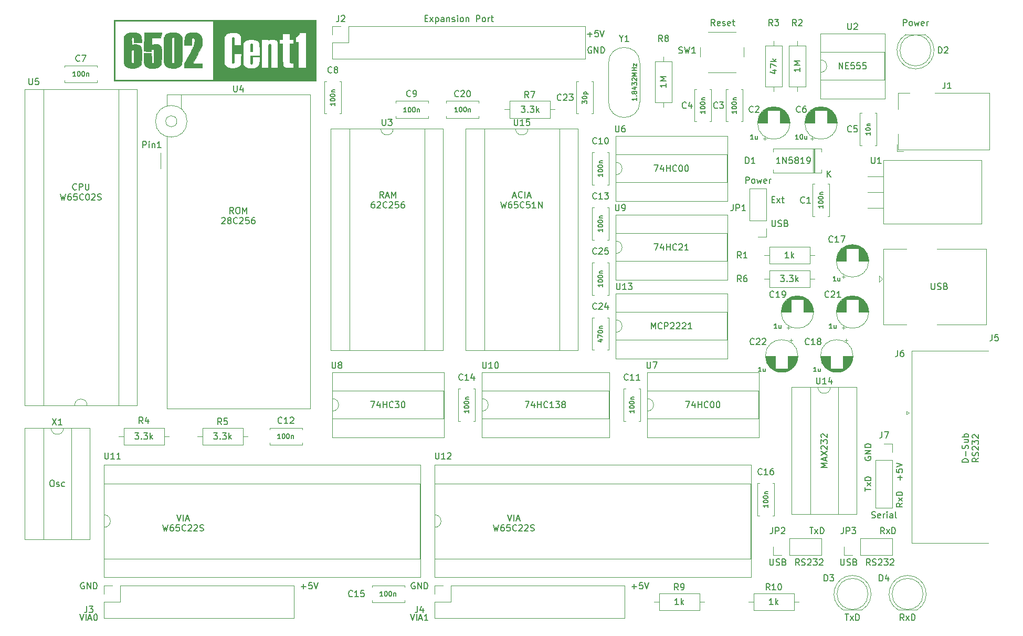
<source format=gto>
G04 #@! TF.GenerationSoftware,KiCad,Pcbnew,(5.1.10)-1*
G04 #@! TF.CreationDate,2021-10-19T19:54:43+02:00*
G04 #@! TF.ProjectId,6502-cent1,36353032-2d63-4656-9e74-312e6b696361,rev?*
G04 #@! TF.SameCoordinates,Original*
G04 #@! TF.FileFunction,Legend,Top*
G04 #@! TF.FilePolarity,Positive*
%FSLAX46Y46*%
G04 Gerber Fmt 4.6, Leading zero omitted, Abs format (unit mm)*
G04 Created by KiCad (PCBNEW (5.1.10)-1) date 2021-10-19 19:54:43*
%MOMM*%
%LPD*%
G01*
G04 APERTURE LIST*
%ADD10C,0.150000*%
%ADD11C,0.010000*%
%ADD12C,0.120000*%
%ADD13C,0.100000*%
%ADD14R,3.500000X3.500000*%
%ADD15C,1.600000*%
%ADD16O,1.600000X1.600000*%
%ADD17R,1.700000X1.700000*%
%ADD18O,1.700000X1.700000*%
%ADD19C,0.800000*%
%ADD20C,6.400000*%
%ADD21R,1.600000X2.400000*%
%ADD22O,1.600000X2.400000*%
%ADD23C,4.000000*%
%ADD24R,1.600000X1.600000*%
%ADD25O,2.000000X1.440000*%
%ADD26R,2.000000X1.440000*%
%ADD27C,1.500000*%
%ADD28O,2.400000X1.600000*%
%ADD29R,2.400000X1.600000*%
%ADD30O,2.000000X1.905000*%
%ADD31R,2.000000X1.905000*%
%ADD32O,3.500000X3.500000*%
%ADD33C,2.000000*%
%ADD34C,1.800000*%
%ADD35R,1.800000X1.800000*%
%ADD36O,2.400000X2.400000*%
%ADD37R,2.400000X2.400000*%
G04 APERTURE END LIST*
D10*
X114734357Y-24077570D02*
X115496262Y-24077570D01*
X115115310Y-24458522D02*
X115115310Y-23696618D01*
X116448643Y-23458522D02*
X115972452Y-23458522D01*
X115924833Y-23934713D01*
X115972452Y-23887094D01*
X116067691Y-23839475D01*
X116305786Y-23839475D01*
X116401024Y-23887094D01*
X116448643Y-23934713D01*
X116496262Y-24029951D01*
X116496262Y-24268046D01*
X116448643Y-24363284D01*
X116401024Y-24410903D01*
X116305786Y-24458522D01*
X116067691Y-24458522D01*
X115972452Y-24410903D01*
X115924833Y-24363284D01*
X116781976Y-23458522D02*
X117115310Y-24458522D01*
X117448643Y-23458522D01*
X115377892Y-26166706D02*
X115282654Y-26119086D01*
X115139797Y-26119086D01*
X114996939Y-26166706D01*
X114901701Y-26261944D01*
X114854082Y-26357182D01*
X114806463Y-26547658D01*
X114806463Y-26690515D01*
X114854082Y-26880991D01*
X114901701Y-26976229D01*
X114996939Y-27071467D01*
X115139797Y-27119086D01*
X115235035Y-27119086D01*
X115377892Y-27071467D01*
X115425511Y-27023848D01*
X115425511Y-26690515D01*
X115235035Y-26690515D01*
X115854082Y-27119086D02*
X115854082Y-26119086D01*
X116425511Y-27119086D01*
X116425511Y-26119086D01*
X116901701Y-27119086D02*
X116901701Y-26119086D01*
X117139797Y-26119086D01*
X117282654Y-26166706D01*
X117377892Y-26261944D01*
X117425511Y-26357182D01*
X117473130Y-26547658D01*
X117473130Y-26690515D01*
X117425511Y-26880991D01*
X117377892Y-26976229D01*
X117282654Y-27071467D01*
X117139797Y-27119086D01*
X116901701Y-27119086D01*
X104058538Y-35658209D02*
X104677585Y-35658209D01*
X104344252Y-36039162D01*
X104487109Y-36039162D01*
X104582347Y-36086781D01*
X104629966Y-36134400D01*
X104677585Y-36229638D01*
X104677585Y-36467733D01*
X104629966Y-36562971D01*
X104582347Y-36610590D01*
X104487109Y-36658209D01*
X104201395Y-36658209D01*
X104106157Y-36610590D01*
X104058538Y-36562971D01*
X105106157Y-36562971D02*
X105153776Y-36610590D01*
X105106157Y-36658209D01*
X105058538Y-36610590D01*
X105106157Y-36562971D01*
X105106157Y-36658209D01*
X105487109Y-35658209D02*
X106106157Y-35658209D01*
X105772823Y-36039162D01*
X105915680Y-36039162D01*
X106010919Y-36086781D01*
X106058538Y-36134400D01*
X106106157Y-36229638D01*
X106106157Y-36467733D01*
X106058538Y-36562971D01*
X106010919Y-36610590D01*
X105915680Y-36658209D01*
X105629966Y-36658209D01*
X105534728Y-36610590D01*
X105487109Y-36562971D01*
X106534728Y-36658209D02*
X106534728Y-35658209D01*
X106629966Y-36277257D02*
X106915680Y-36658209D01*
X106915680Y-35991543D02*
X106534728Y-36372495D01*
X121904285Y-113101428D02*
X122666190Y-113101428D01*
X122285238Y-113482380D02*
X122285238Y-112720476D01*
X123618571Y-112482380D02*
X123142380Y-112482380D01*
X123094761Y-112958571D01*
X123142380Y-112910952D01*
X123237619Y-112863333D01*
X123475714Y-112863333D01*
X123570952Y-112910952D01*
X123618571Y-112958571D01*
X123666190Y-113053809D01*
X123666190Y-113291904D01*
X123618571Y-113387142D01*
X123570952Y-113434761D01*
X123475714Y-113482380D01*
X123237619Y-113482380D01*
X123142380Y-113434761D01*
X123094761Y-113387142D01*
X123951904Y-112482380D02*
X124285238Y-113482380D01*
X124618571Y-112482380D01*
X86868095Y-112530000D02*
X86772857Y-112482380D01*
X86630000Y-112482380D01*
X86487142Y-112530000D01*
X86391904Y-112625238D01*
X86344285Y-112720476D01*
X86296666Y-112910952D01*
X86296666Y-113053809D01*
X86344285Y-113244285D01*
X86391904Y-113339523D01*
X86487142Y-113434761D01*
X86630000Y-113482380D01*
X86725238Y-113482380D01*
X86868095Y-113434761D01*
X86915714Y-113387142D01*
X86915714Y-113053809D01*
X86725238Y-113053809D01*
X87344285Y-113482380D02*
X87344285Y-112482380D01*
X87915714Y-113482380D01*
X87915714Y-112482380D01*
X88391904Y-113482380D02*
X88391904Y-112482380D01*
X88630000Y-112482380D01*
X88772857Y-112530000D01*
X88868095Y-112625238D01*
X88915714Y-112720476D01*
X88963333Y-112910952D01*
X88963333Y-113053809D01*
X88915714Y-113244285D01*
X88868095Y-113339523D01*
X88772857Y-113434761D01*
X88630000Y-113482380D01*
X88391904Y-113482380D01*
X68564285Y-113101428D02*
X69326190Y-113101428D01*
X68945238Y-113482380D02*
X68945238Y-112720476D01*
X70278571Y-112482380D02*
X69802380Y-112482380D01*
X69754761Y-112958571D01*
X69802380Y-112910952D01*
X69897619Y-112863333D01*
X70135714Y-112863333D01*
X70230952Y-112910952D01*
X70278571Y-112958571D01*
X70326190Y-113053809D01*
X70326190Y-113291904D01*
X70278571Y-113387142D01*
X70230952Y-113434761D01*
X70135714Y-113482380D01*
X69897619Y-113482380D01*
X69802380Y-113434761D01*
X69754761Y-113387142D01*
X70611904Y-112482380D02*
X70945238Y-113482380D01*
X71278571Y-112482380D01*
X33528095Y-112530000D02*
X33432857Y-112482380D01*
X33290000Y-112482380D01*
X33147142Y-112530000D01*
X33051904Y-112625238D01*
X33004285Y-112720476D01*
X32956666Y-112910952D01*
X32956666Y-113053809D01*
X33004285Y-113244285D01*
X33051904Y-113339523D01*
X33147142Y-113434761D01*
X33290000Y-113482380D01*
X33385238Y-113482380D01*
X33528095Y-113434761D01*
X33575714Y-113387142D01*
X33575714Y-113053809D01*
X33385238Y-113053809D01*
X34004285Y-113482380D02*
X34004285Y-112482380D01*
X34575714Y-113482380D01*
X34575714Y-112482380D01*
X35051904Y-113482380D02*
X35051904Y-112482380D01*
X35290000Y-112482380D01*
X35432857Y-112530000D01*
X35528095Y-112625238D01*
X35575714Y-112720476D01*
X35623333Y-112910952D01*
X35623333Y-113053809D01*
X35575714Y-113244285D01*
X35528095Y-113339523D01*
X35432857Y-113434761D01*
X35290000Y-113482380D01*
X35051904Y-113482380D01*
X43021428Y-42362380D02*
X43021428Y-41362380D01*
X43402380Y-41362380D01*
X43497619Y-41410000D01*
X43545238Y-41457619D01*
X43592857Y-41552857D01*
X43592857Y-41695714D01*
X43545238Y-41790952D01*
X43497619Y-41838571D01*
X43402380Y-41886190D01*
X43021428Y-41886190D01*
X44021428Y-42362380D02*
X44021428Y-41695714D01*
X44021428Y-41362380D02*
X43973809Y-41410000D01*
X44021428Y-41457619D01*
X44069047Y-41410000D01*
X44021428Y-41362380D01*
X44021428Y-41457619D01*
X44497619Y-41695714D02*
X44497619Y-42362380D01*
X44497619Y-41790952D02*
X44545238Y-41743333D01*
X44640476Y-41695714D01*
X44783333Y-41695714D01*
X44878571Y-41743333D01*
X44926190Y-41838571D01*
X44926190Y-42362380D01*
X45926190Y-42362380D02*
X45354761Y-42362380D01*
X45640476Y-42362380D02*
X45640476Y-41362380D01*
X45545238Y-41505238D01*
X45450000Y-41600476D01*
X45354761Y-41648095D01*
X176157380Y-93066904D02*
X175157380Y-93066904D01*
X175157380Y-92828809D01*
X175205000Y-92685952D01*
X175300238Y-92590714D01*
X175395476Y-92543095D01*
X175585952Y-92495476D01*
X175728809Y-92495476D01*
X175919285Y-92543095D01*
X176014523Y-92590714D01*
X176109761Y-92685952D01*
X176157380Y-92828809D01*
X176157380Y-93066904D01*
X175776428Y-92066904D02*
X175776428Y-91305000D01*
X176109761Y-90876428D02*
X176157380Y-90733571D01*
X176157380Y-90495476D01*
X176109761Y-90400238D01*
X176062142Y-90352619D01*
X175966904Y-90305000D01*
X175871666Y-90305000D01*
X175776428Y-90352619D01*
X175728809Y-90400238D01*
X175681190Y-90495476D01*
X175633571Y-90685952D01*
X175585952Y-90781190D01*
X175538333Y-90828809D01*
X175443095Y-90876428D01*
X175347857Y-90876428D01*
X175252619Y-90828809D01*
X175205000Y-90781190D01*
X175157380Y-90685952D01*
X175157380Y-90447857D01*
X175205000Y-90305000D01*
X175490714Y-89447857D02*
X176157380Y-89447857D01*
X175490714Y-89876428D02*
X176014523Y-89876428D01*
X176109761Y-89828809D01*
X176157380Y-89733571D01*
X176157380Y-89590714D01*
X176109761Y-89495476D01*
X176062142Y-89447857D01*
X176157380Y-88971666D02*
X175157380Y-88971666D01*
X175538333Y-88971666D02*
X175490714Y-88876428D01*
X175490714Y-88685952D01*
X175538333Y-88590714D01*
X175585952Y-88543095D01*
X175681190Y-88495476D01*
X175966904Y-88495476D01*
X176062142Y-88543095D01*
X176109761Y-88590714D01*
X176157380Y-88685952D01*
X176157380Y-88876428D01*
X176109761Y-88971666D01*
X177807380Y-92400238D02*
X177331190Y-92733571D01*
X177807380Y-92971666D02*
X176807380Y-92971666D01*
X176807380Y-92590714D01*
X176855000Y-92495476D01*
X176902619Y-92447857D01*
X176997857Y-92400238D01*
X177140714Y-92400238D01*
X177235952Y-92447857D01*
X177283571Y-92495476D01*
X177331190Y-92590714D01*
X177331190Y-92971666D01*
X177759761Y-92019285D02*
X177807380Y-91876428D01*
X177807380Y-91638333D01*
X177759761Y-91543095D01*
X177712142Y-91495476D01*
X177616904Y-91447857D01*
X177521666Y-91447857D01*
X177426428Y-91495476D01*
X177378809Y-91543095D01*
X177331190Y-91638333D01*
X177283571Y-91828809D01*
X177235952Y-91924047D01*
X177188333Y-91971666D01*
X177093095Y-92019285D01*
X176997857Y-92019285D01*
X176902619Y-91971666D01*
X176855000Y-91924047D01*
X176807380Y-91828809D01*
X176807380Y-91590714D01*
X176855000Y-91447857D01*
X176902619Y-91066904D02*
X176855000Y-91019285D01*
X176807380Y-90924047D01*
X176807380Y-90685952D01*
X176855000Y-90590714D01*
X176902619Y-90543095D01*
X176997857Y-90495476D01*
X177093095Y-90495476D01*
X177235952Y-90543095D01*
X177807380Y-91114523D01*
X177807380Y-90495476D01*
X176807380Y-90162142D02*
X176807380Y-89543095D01*
X177188333Y-89876428D01*
X177188333Y-89733571D01*
X177235952Y-89638333D01*
X177283571Y-89590714D01*
X177378809Y-89543095D01*
X177616904Y-89543095D01*
X177712142Y-89590714D01*
X177759761Y-89638333D01*
X177807380Y-89733571D01*
X177807380Y-90019285D01*
X177759761Y-90114523D01*
X177712142Y-90162142D01*
X176902619Y-89162142D02*
X176855000Y-89114523D01*
X176807380Y-89019285D01*
X176807380Y-88781190D01*
X176855000Y-88685952D01*
X176902619Y-88638333D01*
X176997857Y-88590714D01*
X177093095Y-88590714D01*
X177235952Y-88638333D01*
X177807380Y-89209761D01*
X177807380Y-88590714D01*
X170188095Y-64222380D02*
X170188095Y-65031904D01*
X170235714Y-65127142D01*
X170283333Y-65174761D01*
X170378571Y-65222380D01*
X170569047Y-65222380D01*
X170664285Y-65174761D01*
X170711904Y-65127142D01*
X170759523Y-65031904D01*
X170759523Y-64222380D01*
X171188095Y-65174761D02*
X171330952Y-65222380D01*
X171569047Y-65222380D01*
X171664285Y-65174761D01*
X171711904Y-65127142D01*
X171759523Y-65031904D01*
X171759523Y-64936666D01*
X171711904Y-64841428D01*
X171664285Y-64793809D01*
X171569047Y-64746190D01*
X171378571Y-64698571D01*
X171283333Y-64650952D01*
X171235714Y-64603333D01*
X171188095Y-64508095D01*
X171188095Y-64412857D01*
X171235714Y-64317619D01*
X171283333Y-64270000D01*
X171378571Y-64222380D01*
X171616666Y-64222380D01*
X171759523Y-64270000D01*
X172521428Y-64698571D02*
X172664285Y-64746190D01*
X172711904Y-64793809D01*
X172759523Y-64889047D01*
X172759523Y-65031904D01*
X172711904Y-65127142D01*
X172664285Y-65174761D01*
X172569047Y-65222380D01*
X172188095Y-65222380D01*
X172188095Y-64222380D01*
X172521428Y-64222380D01*
X172616666Y-64270000D01*
X172664285Y-64317619D01*
X172711904Y-64412857D01*
X172711904Y-64508095D01*
X172664285Y-64603333D01*
X172616666Y-64650952D01*
X172521428Y-64698571D01*
X172188095Y-64698571D01*
X152739285Y-51639285D02*
X152739285Y-52067857D01*
X152739285Y-51853571D02*
X151989285Y-51853571D01*
X152096428Y-51925000D01*
X152167857Y-51996428D01*
X152203571Y-52067857D01*
X151989285Y-51175000D02*
X151989285Y-51103571D01*
X152025000Y-51032142D01*
X152060714Y-50996428D01*
X152132142Y-50960714D01*
X152275000Y-50925000D01*
X152453571Y-50925000D01*
X152596428Y-50960714D01*
X152667857Y-50996428D01*
X152703571Y-51032142D01*
X152739285Y-51103571D01*
X152739285Y-51175000D01*
X152703571Y-51246428D01*
X152667857Y-51282142D01*
X152596428Y-51317857D01*
X152453571Y-51353571D01*
X152275000Y-51353571D01*
X152132142Y-51317857D01*
X152060714Y-51282142D01*
X152025000Y-51246428D01*
X151989285Y-51175000D01*
X151989285Y-50460714D02*
X151989285Y-50389285D01*
X152025000Y-50317857D01*
X152060714Y-50282142D01*
X152132142Y-50246428D01*
X152275000Y-50210714D01*
X152453571Y-50210714D01*
X152596428Y-50246428D01*
X152667857Y-50282142D01*
X152703571Y-50317857D01*
X152739285Y-50389285D01*
X152739285Y-50460714D01*
X152703571Y-50532142D01*
X152667857Y-50567857D01*
X152596428Y-50603571D01*
X152453571Y-50639285D01*
X152275000Y-50639285D01*
X152132142Y-50603571D01*
X152060714Y-50567857D01*
X152025000Y-50532142D01*
X151989285Y-50460714D01*
X152239285Y-49889285D02*
X152739285Y-49889285D01*
X152310714Y-49889285D02*
X152275000Y-49853571D01*
X152239285Y-49782142D01*
X152239285Y-49675000D01*
X152275000Y-49603571D01*
X152346428Y-49567857D01*
X152739285Y-49567857D01*
X154815000Y-63839285D02*
X154386428Y-63839285D01*
X154600714Y-63839285D02*
X154600714Y-63089285D01*
X154529285Y-63196428D01*
X154457857Y-63267857D01*
X154386428Y-63303571D01*
X155457857Y-63339285D02*
X155457857Y-63839285D01*
X155136428Y-63339285D02*
X155136428Y-63732142D01*
X155172142Y-63803571D01*
X155243571Y-63839285D01*
X155350714Y-63839285D01*
X155422142Y-63803571D01*
X155457857Y-63767857D01*
X127452380Y-32035714D02*
X127452380Y-32607142D01*
X127452380Y-32321428D02*
X126452380Y-32321428D01*
X126595238Y-32416666D01*
X126690476Y-32511904D01*
X126738095Y-32607142D01*
X127452380Y-31607142D02*
X126452380Y-31607142D01*
X127166666Y-31273809D01*
X126452380Y-30940476D01*
X127452380Y-30940476D01*
X144660952Y-116022380D02*
X144089523Y-116022380D01*
X144375238Y-116022380D02*
X144375238Y-115022380D01*
X144280000Y-115165238D01*
X144184761Y-115260476D01*
X144089523Y-115308095D01*
X145089523Y-116022380D02*
X145089523Y-115022380D01*
X145184761Y-115641428D02*
X145470476Y-116022380D01*
X145470476Y-115355714D02*
X145089523Y-115736666D01*
X129420952Y-116022380D02*
X128849523Y-116022380D01*
X129135238Y-116022380D02*
X129135238Y-115022380D01*
X129040000Y-115165238D01*
X128944761Y-115260476D01*
X128849523Y-115308095D01*
X129849523Y-116022380D02*
X129849523Y-115022380D01*
X129944761Y-115641428D02*
X130230476Y-116022380D01*
X130230476Y-115355714D02*
X129849523Y-115736666D01*
X81710714Y-114639285D02*
X81282142Y-114639285D01*
X81496428Y-114639285D02*
X81496428Y-113889285D01*
X81425000Y-113996428D01*
X81353571Y-114067857D01*
X81282142Y-114103571D01*
X82175000Y-113889285D02*
X82246428Y-113889285D01*
X82317857Y-113925000D01*
X82353571Y-113960714D01*
X82389285Y-114032142D01*
X82425000Y-114175000D01*
X82425000Y-114353571D01*
X82389285Y-114496428D01*
X82353571Y-114567857D01*
X82317857Y-114603571D01*
X82246428Y-114639285D01*
X82175000Y-114639285D01*
X82103571Y-114603571D01*
X82067857Y-114567857D01*
X82032142Y-114496428D01*
X81996428Y-114353571D01*
X81996428Y-114175000D01*
X82032142Y-114032142D01*
X82067857Y-113960714D01*
X82103571Y-113925000D01*
X82175000Y-113889285D01*
X82889285Y-113889285D02*
X82960714Y-113889285D01*
X83032142Y-113925000D01*
X83067857Y-113960714D01*
X83103571Y-114032142D01*
X83139285Y-114175000D01*
X83139285Y-114353571D01*
X83103571Y-114496428D01*
X83067857Y-114567857D01*
X83032142Y-114603571D01*
X82960714Y-114639285D01*
X82889285Y-114639285D01*
X82817857Y-114603571D01*
X82782142Y-114567857D01*
X82746428Y-114496428D01*
X82710714Y-114353571D01*
X82710714Y-114175000D01*
X82746428Y-114032142D01*
X82782142Y-113960714D01*
X82817857Y-113925000D01*
X82889285Y-113889285D01*
X83460714Y-114139285D02*
X83460714Y-114639285D01*
X83460714Y-114210714D02*
X83496428Y-114175000D01*
X83567857Y-114139285D01*
X83675000Y-114139285D01*
X83746428Y-114175000D01*
X83782142Y-114246428D01*
X83782142Y-114639285D01*
X28281428Y-95972380D02*
X28471904Y-95972380D01*
X28567142Y-96020000D01*
X28662380Y-96115238D01*
X28710000Y-96305714D01*
X28710000Y-96639047D01*
X28662380Y-96829523D01*
X28567142Y-96924761D01*
X28471904Y-96972380D01*
X28281428Y-96972380D01*
X28186190Y-96924761D01*
X28090952Y-96829523D01*
X28043333Y-96639047D01*
X28043333Y-96305714D01*
X28090952Y-96115238D01*
X28186190Y-96020000D01*
X28281428Y-95972380D01*
X29090952Y-96924761D02*
X29186190Y-96972380D01*
X29376666Y-96972380D01*
X29471904Y-96924761D01*
X29519523Y-96829523D01*
X29519523Y-96781904D01*
X29471904Y-96686666D01*
X29376666Y-96639047D01*
X29233809Y-96639047D01*
X29138571Y-96591428D01*
X29090952Y-96496190D01*
X29090952Y-96448571D01*
X29138571Y-96353333D01*
X29233809Y-96305714D01*
X29376666Y-96305714D01*
X29471904Y-96353333D01*
X30376666Y-96924761D02*
X30281428Y-96972380D01*
X30090952Y-96972380D01*
X29995714Y-96924761D01*
X29948095Y-96877142D01*
X29900476Y-96781904D01*
X29900476Y-96496190D01*
X29948095Y-96400952D01*
X29995714Y-96353333D01*
X30090952Y-96305714D01*
X30281428Y-96305714D01*
X30376666Y-96353333D01*
X41727619Y-88352380D02*
X42346666Y-88352380D01*
X42013333Y-88733333D01*
X42156190Y-88733333D01*
X42251428Y-88780952D01*
X42299047Y-88828571D01*
X42346666Y-88923809D01*
X42346666Y-89161904D01*
X42299047Y-89257142D01*
X42251428Y-89304761D01*
X42156190Y-89352380D01*
X41870476Y-89352380D01*
X41775238Y-89304761D01*
X41727619Y-89257142D01*
X42775238Y-89257142D02*
X42822857Y-89304761D01*
X42775238Y-89352380D01*
X42727619Y-89304761D01*
X42775238Y-89257142D01*
X42775238Y-89352380D01*
X43156190Y-88352380D02*
X43775238Y-88352380D01*
X43441904Y-88733333D01*
X43584761Y-88733333D01*
X43680000Y-88780952D01*
X43727619Y-88828571D01*
X43775238Y-88923809D01*
X43775238Y-89161904D01*
X43727619Y-89257142D01*
X43680000Y-89304761D01*
X43584761Y-89352380D01*
X43299047Y-89352380D01*
X43203809Y-89304761D01*
X43156190Y-89257142D01*
X44203809Y-89352380D02*
X44203809Y-88352380D01*
X44299047Y-88971428D02*
X44584761Y-89352380D01*
X44584761Y-88685714D02*
X44203809Y-89066666D01*
X54427619Y-88352380D02*
X55046666Y-88352380D01*
X54713333Y-88733333D01*
X54856190Y-88733333D01*
X54951428Y-88780952D01*
X54999047Y-88828571D01*
X55046666Y-88923809D01*
X55046666Y-89161904D01*
X54999047Y-89257142D01*
X54951428Y-89304761D01*
X54856190Y-89352380D01*
X54570476Y-89352380D01*
X54475238Y-89304761D01*
X54427619Y-89257142D01*
X55475238Y-89257142D02*
X55522857Y-89304761D01*
X55475238Y-89352380D01*
X55427619Y-89304761D01*
X55475238Y-89257142D01*
X55475238Y-89352380D01*
X55856190Y-88352380D02*
X56475238Y-88352380D01*
X56141904Y-88733333D01*
X56284761Y-88733333D01*
X56380000Y-88780952D01*
X56427619Y-88828571D01*
X56475238Y-88923809D01*
X56475238Y-89161904D01*
X56427619Y-89257142D01*
X56380000Y-89304761D01*
X56284761Y-89352380D01*
X55999047Y-89352380D01*
X55903809Y-89304761D01*
X55856190Y-89257142D01*
X56903809Y-89352380D02*
X56903809Y-88352380D01*
X56999047Y-88971428D02*
X57284761Y-89352380D01*
X57284761Y-88685714D02*
X56903809Y-89066666D01*
X65200714Y-89239285D02*
X64772142Y-89239285D01*
X64986428Y-89239285D02*
X64986428Y-88489285D01*
X64915000Y-88596428D01*
X64843571Y-88667857D01*
X64772142Y-88703571D01*
X65665000Y-88489285D02*
X65736428Y-88489285D01*
X65807857Y-88525000D01*
X65843571Y-88560714D01*
X65879285Y-88632142D01*
X65915000Y-88775000D01*
X65915000Y-88953571D01*
X65879285Y-89096428D01*
X65843571Y-89167857D01*
X65807857Y-89203571D01*
X65736428Y-89239285D01*
X65665000Y-89239285D01*
X65593571Y-89203571D01*
X65557857Y-89167857D01*
X65522142Y-89096428D01*
X65486428Y-88953571D01*
X65486428Y-88775000D01*
X65522142Y-88632142D01*
X65557857Y-88560714D01*
X65593571Y-88525000D01*
X65665000Y-88489285D01*
X66379285Y-88489285D02*
X66450714Y-88489285D01*
X66522142Y-88525000D01*
X66557857Y-88560714D01*
X66593571Y-88632142D01*
X66629285Y-88775000D01*
X66629285Y-88953571D01*
X66593571Y-89096428D01*
X66557857Y-89167857D01*
X66522142Y-89203571D01*
X66450714Y-89239285D01*
X66379285Y-89239285D01*
X66307857Y-89203571D01*
X66272142Y-89167857D01*
X66236428Y-89096428D01*
X66200714Y-88953571D01*
X66200714Y-88775000D01*
X66236428Y-88632142D01*
X66272142Y-88560714D01*
X66307857Y-88525000D01*
X66379285Y-88489285D01*
X66950714Y-88739285D02*
X66950714Y-89239285D01*
X66950714Y-88810714D02*
X66986428Y-88775000D01*
X67057857Y-88739285D01*
X67165000Y-88739285D01*
X67236428Y-88775000D01*
X67272142Y-88846428D01*
X67272142Y-89239285D01*
X143849285Y-99899285D02*
X143849285Y-100327857D01*
X143849285Y-100113571D02*
X143099285Y-100113571D01*
X143206428Y-100185000D01*
X143277857Y-100256428D01*
X143313571Y-100327857D01*
X143099285Y-99435000D02*
X143099285Y-99363571D01*
X143135000Y-99292142D01*
X143170714Y-99256428D01*
X143242142Y-99220714D01*
X143385000Y-99185000D01*
X143563571Y-99185000D01*
X143706428Y-99220714D01*
X143777857Y-99256428D01*
X143813571Y-99292142D01*
X143849285Y-99363571D01*
X143849285Y-99435000D01*
X143813571Y-99506428D01*
X143777857Y-99542142D01*
X143706428Y-99577857D01*
X143563571Y-99613571D01*
X143385000Y-99613571D01*
X143242142Y-99577857D01*
X143170714Y-99542142D01*
X143135000Y-99506428D01*
X143099285Y-99435000D01*
X143099285Y-98720714D02*
X143099285Y-98649285D01*
X143135000Y-98577857D01*
X143170714Y-98542142D01*
X143242142Y-98506428D01*
X143385000Y-98470714D01*
X143563571Y-98470714D01*
X143706428Y-98506428D01*
X143777857Y-98542142D01*
X143813571Y-98577857D01*
X143849285Y-98649285D01*
X143849285Y-98720714D01*
X143813571Y-98792142D01*
X143777857Y-98827857D01*
X143706428Y-98863571D01*
X143563571Y-98899285D01*
X143385000Y-98899285D01*
X143242142Y-98863571D01*
X143170714Y-98827857D01*
X143135000Y-98792142D01*
X143099285Y-98720714D01*
X143349285Y-98149285D02*
X143849285Y-98149285D01*
X143420714Y-98149285D02*
X143385000Y-98113571D01*
X143349285Y-98042142D01*
X143349285Y-97935000D01*
X143385000Y-97863571D01*
X143456428Y-97827857D01*
X143849285Y-97827857D01*
X95589285Y-84659285D02*
X95589285Y-85087857D01*
X95589285Y-84873571D02*
X94839285Y-84873571D01*
X94946428Y-84945000D01*
X95017857Y-85016428D01*
X95053571Y-85087857D01*
X94839285Y-84195000D02*
X94839285Y-84123571D01*
X94875000Y-84052142D01*
X94910714Y-84016428D01*
X94982142Y-83980714D01*
X95125000Y-83945000D01*
X95303571Y-83945000D01*
X95446428Y-83980714D01*
X95517857Y-84016428D01*
X95553571Y-84052142D01*
X95589285Y-84123571D01*
X95589285Y-84195000D01*
X95553571Y-84266428D01*
X95517857Y-84302142D01*
X95446428Y-84337857D01*
X95303571Y-84373571D01*
X95125000Y-84373571D01*
X94982142Y-84337857D01*
X94910714Y-84302142D01*
X94875000Y-84266428D01*
X94839285Y-84195000D01*
X94839285Y-83480714D02*
X94839285Y-83409285D01*
X94875000Y-83337857D01*
X94910714Y-83302142D01*
X94982142Y-83266428D01*
X95125000Y-83230714D01*
X95303571Y-83230714D01*
X95446428Y-83266428D01*
X95517857Y-83302142D01*
X95553571Y-83337857D01*
X95589285Y-83409285D01*
X95589285Y-83480714D01*
X95553571Y-83552142D01*
X95517857Y-83587857D01*
X95446428Y-83623571D01*
X95303571Y-83659285D01*
X95125000Y-83659285D01*
X94982142Y-83623571D01*
X94910714Y-83587857D01*
X94875000Y-83552142D01*
X94839285Y-83480714D01*
X95089285Y-82909285D02*
X95589285Y-82909285D01*
X95160714Y-82909285D02*
X95125000Y-82873571D01*
X95089285Y-82802142D01*
X95089285Y-82695000D01*
X95125000Y-82623571D01*
X95196428Y-82587857D01*
X95589285Y-82587857D01*
X122259285Y-84659285D02*
X122259285Y-85087857D01*
X122259285Y-84873571D02*
X121509285Y-84873571D01*
X121616428Y-84945000D01*
X121687857Y-85016428D01*
X121723571Y-85087857D01*
X121509285Y-84195000D02*
X121509285Y-84123571D01*
X121545000Y-84052142D01*
X121580714Y-84016428D01*
X121652142Y-83980714D01*
X121795000Y-83945000D01*
X121973571Y-83945000D01*
X122116428Y-83980714D01*
X122187857Y-84016428D01*
X122223571Y-84052142D01*
X122259285Y-84123571D01*
X122259285Y-84195000D01*
X122223571Y-84266428D01*
X122187857Y-84302142D01*
X122116428Y-84337857D01*
X121973571Y-84373571D01*
X121795000Y-84373571D01*
X121652142Y-84337857D01*
X121580714Y-84302142D01*
X121545000Y-84266428D01*
X121509285Y-84195000D01*
X121509285Y-83480714D02*
X121509285Y-83409285D01*
X121545000Y-83337857D01*
X121580714Y-83302142D01*
X121652142Y-83266428D01*
X121795000Y-83230714D01*
X121973571Y-83230714D01*
X122116428Y-83266428D01*
X122187857Y-83302142D01*
X122223571Y-83337857D01*
X122259285Y-83409285D01*
X122259285Y-83480714D01*
X122223571Y-83552142D01*
X122187857Y-83587857D01*
X122116428Y-83623571D01*
X121973571Y-83659285D01*
X121795000Y-83659285D01*
X121652142Y-83623571D01*
X121580714Y-83587857D01*
X121545000Y-83552142D01*
X121509285Y-83480714D01*
X121759285Y-82909285D02*
X122259285Y-82909285D01*
X121830714Y-82909285D02*
X121795000Y-82873571D01*
X121759285Y-82802142D01*
X121759285Y-82695000D01*
X121795000Y-82623571D01*
X121866428Y-82587857D01*
X122259285Y-82587857D01*
X151640000Y-78444285D02*
X151211428Y-78444285D01*
X151425714Y-78444285D02*
X151425714Y-77694285D01*
X151354285Y-77801428D01*
X151282857Y-77872857D01*
X151211428Y-77908571D01*
X152282857Y-77944285D02*
X152282857Y-78444285D01*
X151961428Y-77944285D02*
X151961428Y-78337142D01*
X151997142Y-78408571D01*
X152068571Y-78444285D01*
X152175714Y-78444285D01*
X152247142Y-78408571D01*
X152282857Y-78372857D01*
X142750000Y-78444285D02*
X142321428Y-78444285D01*
X142535714Y-78444285D02*
X142535714Y-77694285D01*
X142464285Y-77801428D01*
X142392857Y-77872857D01*
X142321428Y-77908571D01*
X143392857Y-77944285D02*
X143392857Y-78444285D01*
X143071428Y-77944285D02*
X143071428Y-78337142D01*
X143107142Y-78408571D01*
X143178571Y-78444285D01*
X143285714Y-78444285D01*
X143357142Y-78408571D01*
X143392857Y-78372857D01*
X154180000Y-71459285D02*
X153751428Y-71459285D01*
X153965714Y-71459285D02*
X153965714Y-70709285D01*
X153894285Y-70816428D01*
X153822857Y-70887857D01*
X153751428Y-70923571D01*
X154822857Y-70959285D02*
X154822857Y-71459285D01*
X154501428Y-70959285D02*
X154501428Y-71352142D01*
X154537142Y-71423571D01*
X154608571Y-71459285D01*
X154715714Y-71459285D01*
X154787142Y-71423571D01*
X154822857Y-71387857D01*
X145290000Y-71459285D02*
X144861428Y-71459285D01*
X145075714Y-71459285D02*
X145075714Y-70709285D01*
X145004285Y-70816428D01*
X144932857Y-70887857D01*
X144861428Y-70923571D01*
X145932857Y-70959285D02*
X145932857Y-71459285D01*
X145611428Y-70959285D02*
X145611428Y-71352142D01*
X145647142Y-71423571D01*
X145718571Y-71459285D01*
X145825714Y-71459285D01*
X145897142Y-71423571D01*
X145932857Y-71387857D01*
X141480000Y-40979285D02*
X141051428Y-40979285D01*
X141265714Y-40979285D02*
X141265714Y-40229285D01*
X141194285Y-40336428D01*
X141122857Y-40407857D01*
X141051428Y-40443571D01*
X142122857Y-40479285D02*
X142122857Y-40979285D01*
X141801428Y-40479285D02*
X141801428Y-40872142D01*
X141837142Y-40943571D01*
X141908571Y-40979285D01*
X142015714Y-40979285D01*
X142087142Y-40943571D01*
X142122857Y-40907857D01*
X148742857Y-40979285D02*
X148314285Y-40979285D01*
X148528571Y-40979285D02*
X148528571Y-40229285D01*
X148457142Y-40336428D01*
X148385714Y-40407857D01*
X148314285Y-40443571D01*
X149207142Y-40229285D02*
X149278571Y-40229285D01*
X149350000Y-40265000D01*
X149385714Y-40300714D01*
X149421428Y-40372142D01*
X149457142Y-40515000D01*
X149457142Y-40693571D01*
X149421428Y-40836428D01*
X149385714Y-40907857D01*
X149350000Y-40943571D01*
X149278571Y-40979285D01*
X149207142Y-40979285D01*
X149135714Y-40943571D01*
X149100000Y-40907857D01*
X149064285Y-40836428D01*
X149028571Y-40693571D01*
X149028571Y-40515000D01*
X149064285Y-40372142D01*
X149100000Y-40300714D01*
X149135714Y-40265000D01*
X149207142Y-40229285D01*
X150100000Y-40479285D02*
X150100000Y-40979285D01*
X149778571Y-40479285D02*
X149778571Y-40872142D01*
X149814285Y-40943571D01*
X149885714Y-40979285D01*
X149992857Y-40979285D01*
X150064285Y-40943571D01*
X150100000Y-40907857D01*
X160359285Y-39852142D02*
X160359285Y-40280714D01*
X160359285Y-40066428D02*
X159609285Y-40066428D01*
X159716428Y-40137857D01*
X159787857Y-40209285D01*
X159823571Y-40280714D01*
X159609285Y-39387857D02*
X159609285Y-39316428D01*
X159645000Y-39245000D01*
X159680714Y-39209285D01*
X159752142Y-39173571D01*
X159895000Y-39137857D01*
X160073571Y-39137857D01*
X160216428Y-39173571D01*
X160287857Y-39209285D01*
X160323571Y-39245000D01*
X160359285Y-39316428D01*
X160359285Y-39387857D01*
X160323571Y-39459285D01*
X160287857Y-39495000D01*
X160216428Y-39530714D01*
X160073571Y-39566428D01*
X159895000Y-39566428D01*
X159752142Y-39530714D01*
X159680714Y-39495000D01*
X159645000Y-39459285D01*
X159609285Y-39387857D01*
X159859285Y-38816428D02*
X160359285Y-38816428D01*
X159930714Y-38816428D02*
X159895000Y-38780714D01*
X159859285Y-38709285D01*
X159859285Y-38602142D01*
X159895000Y-38530714D01*
X159966428Y-38495000D01*
X160359285Y-38495000D01*
X122676645Y-34319453D02*
X122676645Y-34748024D01*
X122676645Y-34533738D02*
X121926645Y-34533738D01*
X122033788Y-34605167D01*
X122105217Y-34676596D01*
X122140931Y-34748024D01*
X122605217Y-33998024D02*
X122640931Y-33962310D01*
X122676645Y-33998024D01*
X122640931Y-34033738D01*
X122605217Y-33998024D01*
X122676645Y-33998024D01*
X122248074Y-33533738D02*
X122212360Y-33605167D01*
X122176645Y-33640881D01*
X122105217Y-33676596D01*
X122069502Y-33676596D01*
X121998074Y-33640881D01*
X121962360Y-33605167D01*
X121926645Y-33533738D01*
X121926645Y-33390881D01*
X121962360Y-33319453D01*
X121998074Y-33283738D01*
X122069502Y-33248024D01*
X122105217Y-33248024D01*
X122176645Y-33283738D01*
X122212360Y-33319453D01*
X122248074Y-33390881D01*
X122248074Y-33533738D01*
X122283788Y-33605167D01*
X122319502Y-33640881D01*
X122390931Y-33676596D01*
X122533788Y-33676596D01*
X122605217Y-33640881D01*
X122640931Y-33605167D01*
X122676645Y-33533738D01*
X122676645Y-33390881D01*
X122640931Y-33319453D01*
X122605217Y-33283738D01*
X122533788Y-33248024D01*
X122390931Y-33248024D01*
X122319502Y-33283738D01*
X122283788Y-33319453D01*
X122248074Y-33390881D01*
X122176645Y-32605167D02*
X122676645Y-32605167D01*
X121890931Y-32783738D02*
X122426645Y-32962310D01*
X122426645Y-32498024D01*
X121926645Y-32283738D02*
X121926645Y-31819453D01*
X122212360Y-32069453D01*
X122212360Y-31962310D01*
X122248074Y-31890881D01*
X122283788Y-31855167D01*
X122355217Y-31819453D01*
X122533788Y-31819453D01*
X122605217Y-31855167D01*
X122640931Y-31890881D01*
X122676645Y-31962310D01*
X122676645Y-32176596D01*
X122640931Y-32248024D01*
X122605217Y-32283738D01*
X121998074Y-31533738D02*
X121962360Y-31498024D01*
X121926645Y-31426596D01*
X121926645Y-31248024D01*
X121962360Y-31176596D01*
X121998074Y-31140881D01*
X122069502Y-31105167D01*
X122140931Y-31105167D01*
X122248074Y-31140881D01*
X122676645Y-31569453D01*
X122676645Y-31105167D01*
X122676645Y-30783738D02*
X121926645Y-30783738D01*
X122462360Y-30533738D01*
X121926645Y-30283738D01*
X122676645Y-30283738D01*
X122676645Y-29926596D02*
X121926645Y-29926596D01*
X122283788Y-29926596D02*
X122283788Y-29498024D01*
X122676645Y-29498024D02*
X121926645Y-29498024D01*
X122176645Y-29212310D02*
X122176645Y-28819453D01*
X122676645Y-29212310D01*
X122676645Y-28819453D01*
X155313333Y-29662380D02*
X155313333Y-28662380D01*
X155884761Y-29662380D01*
X155884761Y-28662380D01*
X156360952Y-29138571D02*
X156694285Y-29138571D01*
X156837142Y-29662380D02*
X156360952Y-29662380D01*
X156360952Y-28662380D01*
X156837142Y-28662380D01*
X157741904Y-28662380D02*
X157265714Y-28662380D01*
X157218095Y-29138571D01*
X157265714Y-29090952D01*
X157360952Y-29043333D01*
X157599047Y-29043333D01*
X157694285Y-29090952D01*
X157741904Y-29138571D01*
X157789523Y-29233809D01*
X157789523Y-29471904D01*
X157741904Y-29567142D01*
X157694285Y-29614761D01*
X157599047Y-29662380D01*
X157360952Y-29662380D01*
X157265714Y-29614761D01*
X157218095Y-29567142D01*
X158694285Y-28662380D02*
X158218095Y-28662380D01*
X158170476Y-29138571D01*
X158218095Y-29090952D01*
X158313333Y-29043333D01*
X158551428Y-29043333D01*
X158646666Y-29090952D01*
X158694285Y-29138571D01*
X158741904Y-29233809D01*
X158741904Y-29471904D01*
X158694285Y-29567142D01*
X158646666Y-29614761D01*
X158551428Y-29662380D01*
X158313333Y-29662380D01*
X158218095Y-29614761D01*
X158170476Y-29567142D01*
X159646666Y-28662380D02*
X159170476Y-28662380D01*
X159122857Y-29138571D01*
X159170476Y-29090952D01*
X159265714Y-29043333D01*
X159503809Y-29043333D01*
X159599047Y-29090952D01*
X159646666Y-29138571D01*
X159694285Y-29233809D01*
X159694285Y-29471904D01*
X159646666Y-29567142D01*
X159599047Y-29614761D01*
X159503809Y-29662380D01*
X159265714Y-29662380D01*
X159170476Y-29614761D01*
X159122857Y-29567142D01*
X166679761Y-49982380D02*
X166203571Y-49982380D01*
X166203571Y-48982380D01*
X166917857Y-48982380D02*
X167584523Y-48982380D01*
X167155952Y-49982380D01*
X168108333Y-49410952D02*
X168013095Y-49363333D01*
X167965476Y-49315714D01*
X167917857Y-49220476D01*
X167917857Y-49172857D01*
X167965476Y-49077619D01*
X168013095Y-49030000D01*
X168108333Y-48982380D01*
X168298809Y-48982380D01*
X168394047Y-49030000D01*
X168441666Y-49077619D01*
X168489285Y-49172857D01*
X168489285Y-49220476D01*
X168441666Y-49315714D01*
X168394047Y-49363333D01*
X168298809Y-49410952D01*
X168108333Y-49410952D01*
X168013095Y-49458571D01*
X167965476Y-49506190D01*
X167917857Y-49601428D01*
X167917857Y-49791904D01*
X167965476Y-49887142D01*
X168013095Y-49934761D01*
X168108333Y-49982380D01*
X168298809Y-49982380D01*
X168394047Y-49934761D01*
X168441666Y-49887142D01*
X168489285Y-49791904D01*
X168489285Y-49601428D01*
X168441666Y-49506190D01*
X168394047Y-49458571D01*
X168298809Y-49410952D01*
X169108333Y-48982380D02*
X169203571Y-48982380D01*
X169298809Y-49030000D01*
X169346428Y-49077619D01*
X169394047Y-49172857D01*
X169441666Y-49363333D01*
X169441666Y-49601428D01*
X169394047Y-49791904D01*
X169346428Y-49887142D01*
X169298809Y-49934761D01*
X169203571Y-49982380D01*
X169108333Y-49982380D01*
X169013095Y-49934761D01*
X168965476Y-49887142D01*
X168917857Y-49791904D01*
X168870238Y-49601428D01*
X168870238Y-49363333D01*
X168917857Y-49172857D01*
X168965476Y-49077619D01*
X169013095Y-49030000D01*
X169108333Y-48982380D01*
X170346428Y-48982380D02*
X169870238Y-48982380D01*
X169822619Y-49458571D01*
X169870238Y-49410952D01*
X169965476Y-49363333D01*
X170203571Y-49363333D01*
X170298809Y-49410952D01*
X170346428Y-49458571D01*
X170394047Y-49553809D01*
X170394047Y-49791904D01*
X170346428Y-49887142D01*
X170298809Y-49934761D01*
X170203571Y-49982380D01*
X169965476Y-49982380D01*
X169870238Y-49934761D01*
X169822619Y-49887142D01*
X145812142Y-44902380D02*
X145240714Y-44902380D01*
X145526428Y-44902380D02*
X145526428Y-43902380D01*
X145431190Y-44045238D01*
X145335952Y-44140476D01*
X145240714Y-44188095D01*
X146240714Y-44902380D02*
X146240714Y-43902380D01*
X146812142Y-44902380D01*
X146812142Y-43902380D01*
X147764523Y-43902380D02*
X147288333Y-43902380D01*
X147240714Y-44378571D01*
X147288333Y-44330952D01*
X147383571Y-44283333D01*
X147621666Y-44283333D01*
X147716904Y-44330952D01*
X147764523Y-44378571D01*
X147812142Y-44473809D01*
X147812142Y-44711904D01*
X147764523Y-44807142D01*
X147716904Y-44854761D01*
X147621666Y-44902380D01*
X147383571Y-44902380D01*
X147288333Y-44854761D01*
X147240714Y-44807142D01*
X148383571Y-44330952D02*
X148288333Y-44283333D01*
X148240714Y-44235714D01*
X148193095Y-44140476D01*
X148193095Y-44092857D01*
X148240714Y-43997619D01*
X148288333Y-43950000D01*
X148383571Y-43902380D01*
X148574047Y-43902380D01*
X148669285Y-43950000D01*
X148716904Y-43997619D01*
X148764523Y-44092857D01*
X148764523Y-44140476D01*
X148716904Y-44235714D01*
X148669285Y-44283333D01*
X148574047Y-44330952D01*
X148383571Y-44330952D01*
X148288333Y-44378571D01*
X148240714Y-44426190D01*
X148193095Y-44521428D01*
X148193095Y-44711904D01*
X148240714Y-44807142D01*
X148288333Y-44854761D01*
X148383571Y-44902380D01*
X148574047Y-44902380D01*
X148669285Y-44854761D01*
X148716904Y-44807142D01*
X148764523Y-44711904D01*
X148764523Y-44521428D01*
X148716904Y-44426190D01*
X148669285Y-44378571D01*
X148574047Y-44330952D01*
X149716904Y-44902380D02*
X149145476Y-44902380D01*
X149431190Y-44902380D02*
X149431190Y-43902380D01*
X149335952Y-44045238D01*
X149240714Y-44140476D01*
X149145476Y-44188095D01*
X150193095Y-44902380D02*
X150383571Y-44902380D01*
X150478809Y-44854761D01*
X150526428Y-44807142D01*
X150621666Y-44664285D01*
X150669285Y-44473809D01*
X150669285Y-44092857D01*
X150621666Y-43997619D01*
X150574047Y-43950000D01*
X150478809Y-43902380D01*
X150288333Y-43902380D01*
X150193095Y-43950000D01*
X150145476Y-43997619D01*
X150097857Y-44092857D01*
X150097857Y-44330952D01*
X150145476Y-44426190D01*
X150193095Y-44473809D01*
X150288333Y-44521428D01*
X150478809Y-44521428D01*
X150574047Y-44473809D01*
X150621666Y-44426190D01*
X150669285Y-44330952D01*
X144565714Y-29900476D02*
X145232380Y-29900476D01*
X144184761Y-30138571D02*
X144899047Y-30376666D01*
X144899047Y-29757619D01*
X144232380Y-29471904D02*
X144232380Y-28805238D01*
X145232380Y-29233809D01*
X145232380Y-28424285D02*
X144232380Y-28424285D01*
X144851428Y-28329047D02*
X145232380Y-28043333D01*
X144565714Y-28043333D02*
X144946666Y-28424285D01*
X149042380Y-29495714D02*
X149042380Y-30067142D01*
X149042380Y-29781428D02*
X148042380Y-29781428D01*
X148185238Y-29876666D01*
X148280476Y-29971904D01*
X148328095Y-30067142D01*
X149042380Y-29067142D02*
X148042380Y-29067142D01*
X148756666Y-28733809D01*
X148042380Y-28400476D01*
X149042380Y-28400476D01*
X147200952Y-60142380D02*
X146629523Y-60142380D01*
X146915238Y-60142380D02*
X146915238Y-59142380D01*
X146820000Y-59285238D01*
X146724761Y-59380476D01*
X146629523Y-59428095D01*
X147629523Y-60142380D02*
X147629523Y-59142380D01*
X147724761Y-59761428D02*
X148010476Y-60142380D01*
X148010476Y-59475714D02*
X147629523Y-59856666D01*
X145867619Y-62952380D02*
X146486666Y-62952380D01*
X146153333Y-63333333D01*
X146296190Y-63333333D01*
X146391428Y-63380952D01*
X146439047Y-63428571D01*
X146486666Y-63523809D01*
X146486666Y-63761904D01*
X146439047Y-63857142D01*
X146391428Y-63904761D01*
X146296190Y-63952380D01*
X146010476Y-63952380D01*
X145915238Y-63904761D01*
X145867619Y-63857142D01*
X146915238Y-63857142D02*
X146962857Y-63904761D01*
X146915238Y-63952380D01*
X146867619Y-63904761D01*
X146915238Y-63857142D01*
X146915238Y-63952380D01*
X147296190Y-62952380D02*
X147915238Y-62952380D01*
X147581904Y-63333333D01*
X147724761Y-63333333D01*
X147820000Y-63380952D01*
X147867619Y-63428571D01*
X147915238Y-63523809D01*
X147915238Y-63761904D01*
X147867619Y-63857142D01*
X147820000Y-63904761D01*
X147724761Y-63952380D01*
X147439047Y-63952380D01*
X147343809Y-63904761D01*
X147296190Y-63857142D01*
X148343809Y-63952380D02*
X148343809Y-62952380D01*
X148439047Y-63571428D02*
X148724761Y-63952380D01*
X148724761Y-63285714D02*
X148343809Y-63666666D01*
X116679285Y-73300714D02*
X117179285Y-73300714D01*
X116393571Y-73479285D02*
X116929285Y-73657857D01*
X116929285Y-73193571D01*
X116429285Y-72979285D02*
X116429285Y-72479285D01*
X117179285Y-72800714D01*
X116429285Y-72050714D02*
X116429285Y-71979285D01*
X116465000Y-71907857D01*
X116500714Y-71872142D01*
X116572142Y-71836428D01*
X116715000Y-71800714D01*
X116893571Y-71800714D01*
X117036428Y-71836428D01*
X117107857Y-71872142D01*
X117143571Y-71907857D01*
X117179285Y-71979285D01*
X117179285Y-72050714D01*
X117143571Y-72122142D01*
X117107857Y-72157857D01*
X117036428Y-72193571D01*
X116893571Y-72229285D01*
X116715000Y-72229285D01*
X116572142Y-72193571D01*
X116500714Y-72157857D01*
X116465000Y-72122142D01*
X116429285Y-72050714D01*
X116679285Y-71479285D02*
X117179285Y-71479285D01*
X116750714Y-71479285D02*
X116715000Y-71443571D01*
X116679285Y-71372142D01*
X116679285Y-71265000D01*
X116715000Y-71193571D01*
X116786428Y-71157857D01*
X117179285Y-71157857D01*
X117179285Y-64339285D02*
X117179285Y-64767857D01*
X117179285Y-64553571D02*
X116429285Y-64553571D01*
X116536428Y-64625000D01*
X116607857Y-64696428D01*
X116643571Y-64767857D01*
X116429285Y-63875000D02*
X116429285Y-63803571D01*
X116465000Y-63732142D01*
X116500714Y-63696428D01*
X116572142Y-63660714D01*
X116715000Y-63625000D01*
X116893571Y-63625000D01*
X117036428Y-63660714D01*
X117107857Y-63696428D01*
X117143571Y-63732142D01*
X117179285Y-63803571D01*
X117179285Y-63875000D01*
X117143571Y-63946428D01*
X117107857Y-63982142D01*
X117036428Y-64017857D01*
X116893571Y-64053571D01*
X116715000Y-64053571D01*
X116572142Y-64017857D01*
X116500714Y-63982142D01*
X116465000Y-63946428D01*
X116429285Y-63875000D01*
X116429285Y-63160714D02*
X116429285Y-63089285D01*
X116465000Y-63017857D01*
X116500714Y-62982142D01*
X116572142Y-62946428D01*
X116715000Y-62910714D01*
X116893571Y-62910714D01*
X117036428Y-62946428D01*
X117107857Y-62982142D01*
X117143571Y-63017857D01*
X117179285Y-63089285D01*
X117179285Y-63160714D01*
X117143571Y-63232142D01*
X117107857Y-63267857D01*
X117036428Y-63303571D01*
X116893571Y-63339285D01*
X116715000Y-63339285D01*
X116572142Y-63303571D01*
X116500714Y-63267857D01*
X116465000Y-63232142D01*
X116429285Y-63160714D01*
X116679285Y-62589285D02*
X117179285Y-62589285D01*
X116750714Y-62589285D02*
X116715000Y-62553571D01*
X116679285Y-62482142D01*
X116679285Y-62375000D01*
X116715000Y-62303571D01*
X116786428Y-62267857D01*
X117179285Y-62267857D01*
X117179285Y-55449285D02*
X117179285Y-55877857D01*
X117179285Y-55663571D02*
X116429285Y-55663571D01*
X116536428Y-55735000D01*
X116607857Y-55806428D01*
X116643571Y-55877857D01*
X116429285Y-54985000D02*
X116429285Y-54913571D01*
X116465000Y-54842142D01*
X116500714Y-54806428D01*
X116572142Y-54770714D01*
X116715000Y-54735000D01*
X116893571Y-54735000D01*
X117036428Y-54770714D01*
X117107857Y-54806428D01*
X117143571Y-54842142D01*
X117179285Y-54913571D01*
X117179285Y-54985000D01*
X117143571Y-55056428D01*
X117107857Y-55092142D01*
X117036428Y-55127857D01*
X116893571Y-55163571D01*
X116715000Y-55163571D01*
X116572142Y-55127857D01*
X116500714Y-55092142D01*
X116465000Y-55056428D01*
X116429285Y-54985000D01*
X116429285Y-54270714D02*
X116429285Y-54199285D01*
X116465000Y-54127857D01*
X116500714Y-54092142D01*
X116572142Y-54056428D01*
X116715000Y-54020714D01*
X116893571Y-54020714D01*
X117036428Y-54056428D01*
X117107857Y-54092142D01*
X117143571Y-54127857D01*
X117179285Y-54199285D01*
X117179285Y-54270714D01*
X117143571Y-54342142D01*
X117107857Y-54377857D01*
X117036428Y-54413571D01*
X116893571Y-54449285D01*
X116715000Y-54449285D01*
X116572142Y-54413571D01*
X116500714Y-54377857D01*
X116465000Y-54342142D01*
X116429285Y-54270714D01*
X116679285Y-53699285D02*
X117179285Y-53699285D01*
X116750714Y-53699285D02*
X116715000Y-53663571D01*
X116679285Y-53592142D01*
X116679285Y-53485000D01*
X116715000Y-53413571D01*
X116786428Y-53377857D01*
X117179285Y-53377857D01*
X117179285Y-46559285D02*
X117179285Y-46987857D01*
X117179285Y-46773571D02*
X116429285Y-46773571D01*
X116536428Y-46845000D01*
X116607857Y-46916428D01*
X116643571Y-46987857D01*
X116429285Y-46095000D02*
X116429285Y-46023571D01*
X116465000Y-45952142D01*
X116500714Y-45916428D01*
X116572142Y-45880714D01*
X116715000Y-45845000D01*
X116893571Y-45845000D01*
X117036428Y-45880714D01*
X117107857Y-45916428D01*
X117143571Y-45952142D01*
X117179285Y-46023571D01*
X117179285Y-46095000D01*
X117143571Y-46166428D01*
X117107857Y-46202142D01*
X117036428Y-46237857D01*
X116893571Y-46273571D01*
X116715000Y-46273571D01*
X116572142Y-46237857D01*
X116500714Y-46202142D01*
X116465000Y-46166428D01*
X116429285Y-46095000D01*
X116429285Y-45380714D02*
X116429285Y-45309285D01*
X116465000Y-45237857D01*
X116500714Y-45202142D01*
X116572142Y-45166428D01*
X116715000Y-45130714D01*
X116893571Y-45130714D01*
X117036428Y-45166428D01*
X117107857Y-45202142D01*
X117143571Y-45237857D01*
X117179285Y-45309285D01*
X117179285Y-45380714D01*
X117143571Y-45452142D01*
X117107857Y-45487857D01*
X117036428Y-45523571D01*
X116893571Y-45559285D01*
X116715000Y-45559285D01*
X116572142Y-45523571D01*
X116500714Y-45487857D01*
X116465000Y-45452142D01*
X116429285Y-45380714D01*
X116679285Y-44809285D02*
X117179285Y-44809285D01*
X116750714Y-44809285D02*
X116715000Y-44773571D01*
X116679285Y-44702142D01*
X116679285Y-44595000D01*
X116715000Y-44523571D01*
X116786428Y-44487857D01*
X117179285Y-44487857D01*
X113889285Y-35236428D02*
X113889285Y-34772142D01*
X114175000Y-35022142D01*
X114175000Y-34915000D01*
X114210714Y-34843571D01*
X114246428Y-34807857D01*
X114317857Y-34772142D01*
X114496428Y-34772142D01*
X114567857Y-34807857D01*
X114603571Y-34843571D01*
X114639285Y-34915000D01*
X114639285Y-35129285D01*
X114603571Y-35200714D01*
X114567857Y-35236428D01*
X113889285Y-34307857D02*
X113889285Y-34236428D01*
X113925000Y-34165000D01*
X113960714Y-34129285D01*
X114032142Y-34093571D01*
X114175000Y-34057857D01*
X114353571Y-34057857D01*
X114496428Y-34093571D01*
X114567857Y-34129285D01*
X114603571Y-34165000D01*
X114639285Y-34236428D01*
X114639285Y-34307857D01*
X114603571Y-34379285D01*
X114567857Y-34415000D01*
X114496428Y-34450714D01*
X114353571Y-34486428D01*
X114175000Y-34486428D01*
X114032142Y-34450714D01*
X113960714Y-34415000D01*
X113925000Y-34379285D01*
X113889285Y-34307857D01*
X114139285Y-33736428D02*
X114889285Y-33736428D01*
X114175000Y-33736428D02*
X114139285Y-33665000D01*
X114139285Y-33522142D01*
X114175000Y-33450714D01*
X114210714Y-33415000D01*
X114282142Y-33379285D01*
X114496428Y-33379285D01*
X114567857Y-33415000D01*
X114603571Y-33450714D01*
X114639285Y-33522142D01*
X114639285Y-33665000D01*
X114603571Y-33736428D01*
X138769285Y-36399285D02*
X138769285Y-36827857D01*
X138769285Y-36613571D02*
X138019285Y-36613571D01*
X138126428Y-36685000D01*
X138197857Y-36756428D01*
X138233571Y-36827857D01*
X138019285Y-35935000D02*
X138019285Y-35863571D01*
X138055000Y-35792142D01*
X138090714Y-35756428D01*
X138162142Y-35720714D01*
X138305000Y-35685000D01*
X138483571Y-35685000D01*
X138626428Y-35720714D01*
X138697857Y-35756428D01*
X138733571Y-35792142D01*
X138769285Y-35863571D01*
X138769285Y-35935000D01*
X138733571Y-36006428D01*
X138697857Y-36042142D01*
X138626428Y-36077857D01*
X138483571Y-36113571D01*
X138305000Y-36113571D01*
X138162142Y-36077857D01*
X138090714Y-36042142D01*
X138055000Y-36006428D01*
X138019285Y-35935000D01*
X138019285Y-35220714D02*
X138019285Y-35149285D01*
X138055000Y-35077857D01*
X138090714Y-35042142D01*
X138162142Y-35006428D01*
X138305000Y-34970714D01*
X138483571Y-34970714D01*
X138626428Y-35006428D01*
X138697857Y-35042142D01*
X138733571Y-35077857D01*
X138769285Y-35149285D01*
X138769285Y-35220714D01*
X138733571Y-35292142D01*
X138697857Y-35327857D01*
X138626428Y-35363571D01*
X138483571Y-35399285D01*
X138305000Y-35399285D01*
X138162142Y-35363571D01*
X138090714Y-35327857D01*
X138055000Y-35292142D01*
X138019285Y-35220714D01*
X138269285Y-34649285D02*
X138769285Y-34649285D01*
X138340714Y-34649285D02*
X138305000Y-34613571D01*
X138269285Y-34542142D01*
X138269285Y-34435000D01*
X138305000Y-34363571D01*
X138376428Y-34327857D01*
X138769285Y-34327857D01*
X133689285Y-36399285D02*
X133689285Y-36827857D01*
X133689285Y-36613571D02*
X132939285Y-36613571D01*
X133046428Y-36685000D01*
X133117857Y-36756428D01*
X133153571Y-36827857D01*
X132939285Y-35935000D02*
X132939285Y-35863571D01*
X132975000Y-35792142D01*
X133010714Y-35756428D01*
X133082142Y-35720714D01*
X133225000Y-35685000D01*
X133403571Y-35685000D01*
X133546428Y-35720714D01*
X133617857Y-35756428D01*
X133653571Y-35792142D01*
X133689285Y-35863571D01*
X133689285Y-35935000D01*
X133653571Y-36006428D01*
X133617857Y-36042142D01*
X133546428Y-36077857D01*
X133403571Y-36113571D01*
X133225000Y-36113571D01*
X133082142Y-36077857D01*
X133010714Y-36042142D01*
X132975000Y-36006428D01*
X132939285Y-35935000D01*
X132939285Y-35220714D02*
X132939285Y-35149285D01*
X132975000Y-35077857D01*
X133010714Y-35042142D01*
X133082142Y-35006428D01*
X133225000Y-34970714D01*
X133403571Y-34970714D01*
X133546428Y-35006428D01*
X133617857Y-35042142D01*
X133653571Y-35077857D01*
X133689285Y-35149285D01*
X133689285Y-35220714D01*
X133653571Y-35292142D01*
X133617857Y-35327857D01*
X133546428Y-35363571D01*
X133403571Y-35399285D01*
X133225000Y-35399285D01*
X133082142Y-35363571D01*
X133010714Y-35327857D01*
X132975000Y-35292142D01*
X132939285Y-35220714D01*
X133189285Y-34649285D02*
X133689285Y-34649285D01*
X133260714Y-34649285D02*
X133225000Y-34613571D01*
X133189285Y-34542142D01*
X133189285Y-34435000D01*
X133225000Y-34363571D01*
X133296428Y-34327857D01*
X133689285Y-34327857D01*
X73999285Y-35129285D02*
X73999285Y-35557857D01*
X73999285Y-35343571D02*
X73249285Y-35343571D01*
X73356428Y-35415000D01*
X73427857Y-35486428D01*
X73463571Y-35557857D01*
X73249285Y-34665000D02*
X73249285Y-34593571D01*
X73285000Y-34522142D01*
X73320714Y-34486428D01*
X73392142Y-34450714D01*
X73535000Y-34415000D01*
X73713571Y-34415000D01*
X73856428Y-34450714D01*
X73927857Y-34486428D01*
X73963571Y-34522142D01*
X73999285Y-34593571D01*
X73999285Y-34665000D01*
X73963571Y-34736428D01*
X73927857Y-34772142D01*
X73856428Y-34807857D01*
X73713571Y-34843571D01*
X73535000Y-34843571D01*
X73392142Y-34807857D01*
X73320714Y-34772142D01*
X73285000Y-34736428D01*
X73249285Y-34665000D01*
X73249285Y-33950714D02*
X73249285Y-33879285D01*
X73285000Y-33807857D01*
X73320714Y-33772142D01*
X73392142Y-33736428D01*
X73535000Y-33700714D01*
X73713571Y-33700714D01*
X73856428Y-33736428D01*
X73927857Y-33772142D01*
X73963571Y-33807857D01*
X73999285Y-33879285D01*
X73999285Y-33950714D01*
X73963571Y-34022142D01*
X73927857Y-34057857D01*
X73856428Y-34093571D01*
X73713571Y-34129285D01*
X73535000Y-34129285D01*
X73392142Y-34093571D01*
X73320714Y-34057857D01*
X73285000Y-34022142D01*
X73249285Y-33950714D01*
X73499285Y-33379285D02*
X73999285Y-33379285D01*
X73570714Y-33379285D02*
X73535000Y-33343571D01*
X73499285Y-33272142D01*
X73499285Y-33165000D01*
X73535000Y-33093571D01*
X73606428Y-33057857D01*
X73999285Y-33057857D01*
X32180714Y-30819285D02*
X31752142Y-30819285D01*
X31966428Y-30819285D02*
X31966428Y-30069285D01*
X31895000Y-30176428D01*
X31823571Y-30247857D01*
X31752142Y-30283571D01*
X32645000Y-30069285D02*
X32716428Y-30069285D01*
X32787857Y-30105000D01*
X32823571Y-30140714D01*
X32859285Y-30212142D01*
X32895000Y-30355000D01*
X32895000Y-30533571D01*
X32859285Y-30676428D01*
X32823571Y-30747857D01*
X32787857Y-30783571D01*
X32716428Y-30819285D01*
X32645000Y-30819285D01*
X32573571Y-30783571D01*
X32537857Y-30747857D01*
X32502142Y-30676428D01*
X32466428Y-30533571D01*
X32466428Y-30355000D01*
X32502142Y-30212142D01*
X32537857Y-30140714D01*
X32573571Y-30105000D01*
X32645000Y-30069285D01*
X33359285Y-30069285D02*
X33430714Y-30069285D01*
X33502142Y-30105000D01*
X33537857Y-30140714D01*
X33573571Y-30212142D01*
X33609285Y-30355000D01*
X33609285Y-30533571D01*
X33573571Y-30676428D01*
X33537857Y-30747857D01*
X33502142Y-30783571D01*
X33430714Y-30819285D01*
X33359285Y-30819285D01*
X33287857Y-30783571D01*
X33252142Y-30747857D01*
X33216428Y-30676428D01*
X33180714Y-30533571D01*
X33180714Y-30355000D01*
X33216428Y-30212142D01*
X33252142Y-30140714D01*
X33287857Y-30105000D01*
X33359285Y-30069285D01*
X33930714Y-30319285D02*
X33930714Y-30819285D01*
X33930714Y-30390714D02*
X33966428Y-30355000D01*
X34037857Y-30319285D01*
X34145000Y-30319285D01*
X34216428Y-30355000D01*
X34252142Y-30426428D01*
X34252142Y-30819285D01*
X93772300Y-36572026D02*
X93343728Y-36572026D01*
X93558014Y-36572026D02*
X93558014Y-35822026D01*
X93486586Y-35929169D01*
X93415157Y-36000598D01*
X93343728Y-36036312D01*
X94236586Y-35822026D02*
X94308014Y-35822026D01*
X94379443Y-35857741D01*
X94415157Y-35893455D01*
X94450871Y-35964883D01*
X94486586Y-36107741D01*
X94486586Y-36286312D01*
X94450871Y-36429169D01*
X94415157Y-36500598D01*
X94379443Y-36536312D01*
X94308014Y-36572026D01*
X94236586Y-36572026D01*
X94165157Y-36536312D01*
X94129443Y-36500598D01*
X94093728Y-36429169D01*
X94058014Y-36286312D01*
X94058014Y-36107741D01*
X94093728Y-35964883D01*
X94129443Y-35893455D01*
X94165157Y-35857741D01*
X94236586Y-35822026D01*
X94950871Y-35822026D02*
X95022300Y-35822026D01*
X95093728Y-35857741D01*
X95129443Y-35893455D01*
X95165157Y-35964883D01*
X95200871Y-36107741D01*
X95200871Y-36286312D01*
X95165157Y-36429169D01*
X95129443Y-36500598D01*
X95093728Y-36536312D01*
X95022300Y-36572026D01*
X94950871Y-36572026D01*
X94879443Y-36536312D01*
X94843728Y-36500598D01*
X94808014Y-36429169D01*
X94772300Y-36286312D01*
X94772300Y-36107741D01*
X94808014Y-35964883D01*
X94843728Y-35893455D01*
X94879443Y-35857741D01*
X94950871Y-35822026D01*
X95522300Y-36072026D02*
X95522300Y-36572026D01*
X95522300Y-36143455D02*
X95558014Y-36107741D01*
X95629443Y-36072026D01*
X95736586Y-36072026D01*
X95808014Y-36107741D01*
X95843728Y-36179169D01*
X95843728Y-36572026D01*
X85523793Y-36612394D02*
X85095221Y-36612394D01*
X85309507Y-36612394D02*
X85309507Y-35862394D01*
X85238079Y-35969537D01*
X85166650Y-36040966D01*
X85095221Y-36076680D01*
X85988079Y-35862394D02*
X86059507Y-35862394D01*
X86130936Y-35898109D01*
X86166650Y-35933823D01*
X86202364Y-36005251D01*
X86238079Y-36148109D01*
X86238079Y-36326680D01*
X86202364Y-36469537D01*
X86166650Y-36540966D01*
X86130936Y-36576680D01*
X86059507Y-36612394D01*
X85988079Y-36612394D01*
X85916650Y-36576680D01*
X85880936Y-36540966D01*
X85845221Y-36469537D01*
X85809507Y-36326680D01*
X85809507Y-36148109D01*
X85845221Y-36005251D01*
X85880936Y-35933823D01*
X85916650Y-35898109D01*
X85988079Y-35862394D01*
X86702364Y-35862394D02*
X86773793Y-35862394D01*
X86845221Y-35898109D01*
X86880936Y-35933823D01*
X86916650Y-36005251D01*
X86952364Y-36148109D01*
X86952364Y-36326680D01*
X86916650Y-36469537D01*
X86880936Y-36540966D01*
X86845221Y-36576680D01*
X86773793Y-36612394D01*
X86702364Y-36612394D01*
X86630936Y-36576680D01*
X86595221Y-36540966D01*
X86559507Y-36469537D01*
X86523793Y-36326680D01*
X86523793Y-36148109D01*
X86559507Y-36005251D01*
X86595221Y-35933823D01*
X86630936Y-35898109D01*
X86702364Y-35862394D01*
X87273793Y-36112394D02*
X87273793Y-36612394D01*
X87273793Y-36183823D02*
X87309507Y-36148109D01*
X87380936Y-36112394D01*
X87488079Y-36112394D01*
X87559507Y-36148109D01*
X87595221Y-36219537D01*
X87595221Y-36612394D01*
X48530000Y-101497380D02*
X48863333Y-102497380D01*
X49196666Y-101497380D01*
X49530000Y-102497380D02*
X49530000Y-101497380D01*
X49958571Y-102211666D02*
X50434761Y-102211666D01*
X49863333Y-102497380D02*
X50196666Y-101497380D01*
X50530000Y-102497380D01*
X46220476Y-103147380D02*
X46458571Y-104147380D01*
X46649047Y-103433095D01*
X46839523Y-104147380D01*
X47077619Y-103147380D01*
X47887142Y-103147380D02*
X47696666Y-103147380D01*
X47601428Y-103195000D01*
X47553809Y-103242619D01*
X47458571Y-103385476D01*
X47410952Y-103575952D01*
X47410952Y-103956904D01*
X47458571Y-104052142D01*
X47506190Y-104099761D01*
X47601428Y-104147380D01*
X47791904Y-104147380D01*
X47887142Y-104099761D01*
X47934761Y-104052142D01*
X47982380Y-103956904D01*
X47982380Y-103718809D01*
X47934761Y-103623571D01*
X47887142Y-103575952D01*
X47791904Y-103528333D01*
X47601428Y-103528333D01*
X47506190Y-103575952D01*
X47458571Y-103623571D01*
X47410952Y-103718809D01*
X48887142Y-103147380D02*
X48410952Y-103147380D01*
X48363333Y-103623571D01*
X48410952Y-103575952D01*
X48506190Y-103528333D01*
X48744285Y-103528333D01*
X48839523Y-103575952D01*
X48887142Y-103623571D01*
X48934761Y-103718809D01*
X48934761Y-103956904D01*
X48887142Y-104052142D01*
X48839523Y-104099761D01*
X48744285Y-104147380D01*
X48506190Y-104147380D01*
X48410952Y-104099761D01*
X48363333Y-104052142D01*
X49934761Y-104052142D02*
X49887142Y-104099761D01*
X49744285Y-104147380D01*
X49649047Y-104147380D01*
X49506190Y-104099761D01*
X49410952Y-104004523D01*
X49363333Y-103909285D01*
X49315714Y-103718809D01*
X49315714Y-103575952D01*
X49363333Y-103385476D01*
X49410952Y-103290238D01*
X49506190Y-103195000D01*
X49649047Y-103147380D01*
X49744285Y-103147380D01*
X49887142Y-103195000D01*
X49934761Y-103242619D01*
X50315714Y-103242619D02*
X50363333Y-103195000D01*
X50458571Y-103147380D01*
X50696666Y-103147380D01*
X50791904Y-103195000D01*
X50839523Y-103242619D01*
X50887142Y-103337857D01*
X50887142Y-103433095D01*
X50839523Y-103575952D01*
X50268095Y-104147380D01*
X50887142Y-104147380D01*
X51268095Y-103242619D02*
X51315714Y-103195000D01*
X51410952Y-103147380D01*
X51649047Y-103147380D01*
X51744285Y-103195000D01*
X51791904Y-103242619D01*
X51839523Y-103337857D01*
X51839523Y-103433095D01*
X51791904Y-103575952D01*
X51220476Y-104147380D01*
X51839523Y-104147380D01*
X52220476Y-104099761D02*
X52363333Y-104147380D01*
X52601428Y-104147380D01*
X52696666Y-104099761D01*
X52744285Y-104052142D01*
X52791904Y-103956904D01*
X52791904Y-103861666D01*
X52744285Y-103766428D01*
X52696666Y-103718809D01*
X52601428Y-103671190D01*
X52410952Y-103623571D01*
X52315714Y-103575952D01*
X52268095Y-103528333D01*
X52220476Y-103433095D01*
X52220476Y-103337857D01*
X52268095Y-103242619D01*
X52315714Y-103195000D01*
X52410952Y-103147380D01*
X52649047Y-103147380D01*
X52791904Y-103195000D01*
X101870000Y-101497380D02*
X102203333Y-102497380D01*
X102536666Y-101497380D01*
X102870000Y-102497380D02*
X102870000Y-101497380D01*
X103298571Y-102211666D02*
X103774761Y-102211666D01*
X103203333Y-102497380D02*
X103536666Y-101497380D01*
X103870000Y-102497380D01*
X99560476Y-103147380D02*
X99798571Y-104147380D01*
X99989047Y-103433095D01*
X100179523Y-104147380D01*
X100417619Y-103147380D01*
X101227142Y-103147380D02*
X101036666Y-103147380D01*
X100941428Y-103195000D01*
X100893809Y-103242619D01*
X100798571Y-103385476D01*
X100750952Y-103575952D01*
X100750952Y-103956904D01*
X100798571Y-104052142D01*
X100846190Y-104099761D01*
X100941428Y-104147380D01*
X101131904Y-104147380D01*
X101227142Y-104099761D01*
X101274761Y-104052142D01*
X101322380Y-103956904D01*
X101322380Y-103718809D01*
X101274761Y-103623571D01*
X101227142Y-103575952D01*
X101131904Y-103528333D01*
X100941428Y-103528333D01*
X100846190Y-103575952D01*
X100798571Y-103623571D01*
X100750952Y-103718809D01*
X102227142Y-103147380D02*
X101750952Y-103147380D01*
X101703333Y-103623571D01*
X101750952Y-103575952D01*
X101846190Y-103528333D01*
X102084285Y-103528333D01*
X102179523Y-103575952D01*
X102227142Y-103623571D01*
X102274761Y-103718809D01*
X102274761Y-103956904D01*
X102227142Y-104052142D01*
X102179523Y-104099761D01*
X102084285Y-104147380D01*
X101846190Y-104147380D01*
X101750952Y-104099761D01*
X101703333Y-104052142D01*
X103274761Y-104052142D02*
X103227142Y-104099761D01*
X103084285Y-104147380D01*
X102989047Y-104147380D01*
X102846190Y-104099761D01*
X102750952Y-104004523D01*
X102703333Y-103909285D01*
X102655714Y-103718809D01*
X102655714Y-103575952D01*
X102703333Y-103385476D01*
X102750952Y-103290238D01*
X102846190Y-103195000D01*
X102989047Y-103147380D01*
X103084285Y-103147380D01*
X103227142Y-103195000D01*
X103274761Y-103242619D01*
X103655714Y-103242619D02*
X103703333Y-103195000D01*
X103798571Y-103147380D01*
X104036666Y-103147380D01*
X104131904Y-103195000D01*
X104179523Y-103242619D01*
X104227142Y-103337857D01*
X104227142Y-103433095D01*
X104179523Y-103575952D01*
X103608095Y-104147380D01*
X104227142Y-104147380D01*
X104608095Y-103242619D02*
X104655714Y-103195000D01*
X104750952Y-103147380D01*
X104989047Y-103147380D01*
X105084285Y-103195000D01*
X105131904Y-103242619D01*
X105179523Y-103337857D01*
X105179523Y-103433095D01*
X105131904Y-103575952D01*
X104560476Y-104147380D01*
X105179523Y-104147380D01*
X105560476Y-104099761D02*
X105703333Y-104147380D01*
X105941428Y-104147380D01*
X106036666Y-104099761D01*
X106084285Y-104052142D01*
X106131904Y-103956904D01*
X106131904Y-103861666D01*
X106084285Y-103766428D01*
X106036666Y-103718809D01*
X105941428Y-103671190D01*
X105750952Y-103623571D01*
X105655714Y-103575952D01*
X105608095Y-103528333D01*
X105560476Y-103433095D01*
X105560476Y-103337857D01*
X105608095Y-103242619D01*
X105655714Y-103195000D01*
X105750952Y-103147380D01*
X105989047Y-103147380D01*
X106131904Y-103195000D01*
X153411971Y-93879704D02*
X152411971Y-93879704D01*
X153126257Y-93546371D01*
X152411971Y-93213038D01*
X153411971Y-93213038D01*
X153126257Y-92784466D02*
X153126257Y-92308276D01*
X153411971Y-92879704D02*
X152411971Y-92546371D01*
X153411971Y-92213038D01*
X152411971Y-91974942D02*
X153411971Y-91308276D01*
X152411971Y-91308276D02*
X153411971Y-91974942D01*
X152507210Y-90974942D02*
X152459591Y-90927323D01*
X152411971Y-90832085D01*
X152411971Y-90593990D01*
X152459591Y-90498752D01*
X152507210Y-90451133D01*
X152602448Y-90403514D01*
X152697686Y-90403514D01*
X152840543Y-90451133D01*
X153411971Y-91022561D01*
X153411971Y-90403514D01*
X152411971Y-90070180D02*
X152411971Y-89451133D01*
X152792924Y-89784466D01*
X152792924Y-89641609D01*
X152840543Y-89546371D01*
X152888162Y-89498752D01*
X152983400Y-89451133D01*
X153221495Y-89451133D01*
X153316733Y-89498752D01*
X153364352Y-89546371D01*
X153411971Y-89641609D01*
X153411971Y-89927323D01*
X153364352Y-90022561D01*
X153316733Y-90070180D01*
X152507210Y-89070180D02*
X152459591Y-89022561D01*
X152411971Y-88927323D01*
X152411971Y-88689228D01*
X152459591Y-88593990D01*
X152507210Y-88546371D01*
X152602448Y-88498752D01*
X152697686Y-88498752D01*
X152840543Y-88546371D01*
X153411971Y-89117799D01*
X153411971Y-88498752D01*
X130564285Y-83272380D02*
X131230952Y-83272380D01*
X130802380Y-84272380D01*
X132040476Y-83605714D02*
X132040476Y-84272380D01*
X131802380Y-83224761D02*
X131564285Y-83939047D01*
X132183333Y-83939047D01*
X132564285Y-84272380D02*
X132564285Y-83272380D01*
X132564285Y-83748571D02*
X133135714Y-83748571D01*
X133135714Y-84272380D02*
X133135714Y-83272380D01*
X134183333Y-84177142D02*
X134135714Y-84224761D01*
X133992857Y-84272380D01*
X133897619Y-84272380D01*
X133754761Y-84224761D01*
X133659523Y-84129523D01*
X133611904Y-84034285D01*
X133564285Y-83843809D01*
X133564285Y-83700952D01*
X133611904Y-83510476D01*
X133659523Y-83415238D01*
X133754761Y-83320000D01*
X133897619Y-83272380D01*
X133992857Y-83272380D01*
X134135714Y-83320000D01*
X134183333Y-83367619D01*
X134802380Y-83272380D02*
X134897619Y-83272380D01*
X134992857Y-83320000D01*
X135040476Y-83367619D01*
X135088095Y-83462857D01*
X135135714Y-83653333D01*
X135135714Y-83891428D01*
X135088095Y-84081904D01*
X135040476Y-84177142D01*
X134992857Y-84224761D01*
X134897619Y-84272380D01*
X134802380Y-84272380D01*
X134707142Y-84224761D01*
X134659523Y-84177142D01*
X134611904Y-84081904D01*
X134564285Y-83891428D01*
X134564285Y-83653333D01*
X134611904Y-83462857D01*
X134659523Y-83367619D01*
X134707142Y-83320000D01*
X134802380Y-83272380D01*
X135754761Y-83272380D02*
X135850000Y-83272380D01*
X135945238Y-83320000D01*
X135992857Y-83367619D01*
X136040476Y-83462857D01*
X136088095Y-83653333D01*
X136088095Y-83891428D01*
X136040476Y-84081904D01*
X135992857Y-84177142D01*
X135945238Y-84224761D01*
X135850000Y-84272380D01*
X135754761Y-84272380D01*
X135659523Y-84224761D01*
X135611904Y-84177142D01*
X135564285Y-84081904D01*
X135516666Y-83891428D01*
X135516666Y-83653333D01*
X135564285Y-83462857D01*
X135611904Y-83367619D01*
X135659523Y-83320000D01*
X135754761Y-83272380D01*
X104688095Y-83272380D02*
X105354761Y-83272380D01*
X104926190Y-84272380D01*
X106164285Y-83605714D02*
X106164285Y-84272380D01*
X105926190Y-83224761D02*
X105688095Y-83939047D01*
X106307142Y-83939047D01*
X106688095Y-84272380D02*
X106688095Y-83272380D01*
X106688095Y-83748571D02*
X107259523Y-83748571D01*
X107259523Y-84272380D02*
X107259523Y-83272380D01*
X108307142Y-84177142D02*
X108259523Y-84224761D01*
X108116666Y-84272380D01*
X108021428Y-84272380D01*
X107878571Y-84224761D01*
X107783333Y-84129523D01*
X107735714Y-84034285D01*
X107688095Y-83843809D01*
X107688095Y-83700952D01*
X107735714Y-83510476D01*
X107783333Y-83415238D01*
X107878571Y-83320000D01*
X108021428Y-83272380D01*
X108116666Y-83272380D01*
X108259523Y-83320000D01*
X108307142Y-83367619D01*
X109259523Y-84272380D02*
X108688095Y-84272380D01*
X108973809Y-84272380D02*
X108973809Y-83272380D01*
X108878571Y-83415238D01*
X108783333Y-83510476D01*
X108688095Y-83558095D01*
X109592857Y-83272380D02*
X110211904Y-83272380D01*
X109878571Y-83653333D01*
X110021428Y-83653333D01*
X110116666Y-83700952D01*
X110164285Y-83748571D01*
X110211904Y-83843809D01*
X110211904Y-84081904D01*
X110164285Y-84177142D01*
X110116666Y-84224761D01*
X110021428Y-84272380D01*
X109735714Y-84272380D01*
X109640476Y-84224761D01*
X109592857Y-84177142D01*
X110783333Y-83700952D02*
X110688095Y-83653333D01*
X110640476Y-83605714D01*
X110592857Y-83510476D01*
X110592857Y-83462857D01*
X110640476Y-83367619D01*
X110688095Y-83320000D01*
X110783333Y-83272380D01*
X110973809Y-83272380D01*
X111069047Y-83320000D01*
X111116666Y-83367619D01*
X111164285Y-83462857D01*
X111164285Y-83510476D01*
X111116666Y-83605714D01*
X111069047Y-83653333D01*
X110973809Y-83700952D01*
X110783333Y-83700952D01*
X110688095Y-83748571D01*
X110640476Y-83796190D01*
X110592857Y-83891428D01*
X110592857Y-84081904D01*
X110640476Y-84177142D01*
X110688095Y-84224761D01*
X110783333Y-84272380D01*
X110973809Y-84272380D01*
X111069047Y-84224761D01*
X111116666Y-84177142D01*
X111164285Y-84081904D01*
X111164285Y-83891428D01*
X111116666Y-83796190D01*
X111069047Y-83748571D01*
X110973809Y-83700952D01*
X79764285Y-83272380D02*
X80430952Y-83272380D01*
X80002380Y-84272380D01*
X81240476Y-83605714D02*
X81240476Y-84272380D01*
X81002380Y-83224761D02*
X80764285Y-83939047D01*
X81383333Y-83939047D01*
X81764285Y-84272380D02*
X81764285Y-83272380D01*
X81764285Y-83748571D02*
X82335714Y-83748571D01*
X82335714Y-84272380D02*
X82335714Y-83272380D01*
X83383333Y-84177142D02*
X83335714Y-84224761D01*
X83192857Y-84272380D01*
X83097619Y-84272380D01*
X82954761Y-84224761D01*
X82859523Y-84129523D01*
X82811904Y-84034285D01*
X82764285Y-83843809D01*
X82764285Y-83700952D01*
X82811904Y-83510476D01*
X82859523Y-83415238D01*
X82954761Y-83320000D01*
X83097619Y-83272380D01*
X83192857Y-83272380D01*
X83335714Y-83320000D01*
X83383333Y-83367619D01*
X83716666Y-83272380D02*
X84335714Y-83272380D01*
X84002380Y-83653333D01*
X84145238Y-83653333D01*
X84240476Y-83700952D01*
X84288095Y-83748571D01*
X84335714Y-83843809D01*
X84335714Y-84081904D01*
X84288095Y-84177142D01*
X84240476Y-84224761D01*
X84145238Y-84272380D01*
X83859523Y-84272380D01*
X83764285Y-84224761D01*
X83716666Y-84177142D01*
X84954761Y-83272380D02*
X85050000Y-83272380D01*
X85145238Y-83320000D01*
X85192857Y-83367619D01*
X85240476Y-83462857D01*
X85288095Y-83653333D01*
X85288095Y-83891428D01*
X85240476Y-84081904D01*
X85192857Y-84177142D01*
X85145238Y-84224761D01*
X85050000Y-84272380D01*
X84954761Y-84272380D01*
X84859523Y-84224761D01*
X84811904Y-84177142D01*
X84764285Y-84081904D01*
X84716666Y-83891428D01*
X84716666Y-83653333D01*
X84764285Y-83462857D01*
X84811904Y-83367619D01*
X84859523Y-83320000D01*
X84954761Y-83272380D01*
X125031904Y-71572380D02*
X125031904Y-70572380D01*
X125365238Y-71286666D01*
X125698571Y-70572380D01*
X125698571Y-71572380D01*
X126746190Y-71477142D02*
X126698571Y-71524761D01*
X126555714Y-71572380D01*
X126460476Y-71572380D01*
X126317619Y-71524761D01*
X126222380Y-71429523D01*
X126174761Y-71334285D01*
X126127142Y-71143809D01*
X126127142Y-71000952D01*
X126174761Y-70810476D01*
X126222380Y-70715238D01*
X126317619Y-70620000D01*
X126460476Y-70572380D01*
X126555714Y-70572380D01*
X126698571Y-70620000D01*
X126746190Y-70667619D01*
X127174761Y-71572380D02*
X127174761Y-70572380D01*
X127555714Y-70572380D01*
X127650952Y-70620000D01*
X127698571Y-70667619D01*
X127746190Y-70762857D01*
X127746190Y-70905714D01*
X127698571Y-71000952D01*
X127650952Y-71048571D01*
X127555714Y-71096190D01*
X127174761Y-71096190D01*
X128127142Y-70667619D02*
X128174761Y-70620000D01*
X128270000Y-70572380D01*
X128508095Y-70572380D01*
X128603333Y-70620000D01*
X128650952Y-70667619D01*
X128698571Y-70762857D01*
X128698571Y-70858095D01*
X128650952Y-71000952D01*
X128079523Y-71572380D01*
X128698571Y-71572380D01*
X129079523Y-70667619D02*
X129127142Y-70620000D01*
X129222380Y-70572380D01*
X129460476Y-70572380D01*
X129555714Y-70620000D01*
X129603333Y-70667619D01*
X129650952Y-70762857D01*
X129650952Y-70858095D01*
X129603333Y-71000952D01*
X129031904Y-71572380D01*
X129650952Y-71572380D01*
X130031904Y-70667619D02*
X130079523Y-70620000D01*
X130174761Y-70572380D01*
X130412857Y-70572380D01*
X130508095Y-70620000D01*
X130555714Y-70667619D01*
X130603333Y-70762857D01*
X130603333Y-70858095D01*
X130555714Y-71000952D01*
X129984285Y-71572380D01*
X130603333Y-71572380D01*
X131555714Y-71572380D02*
X130984285Y-71572380D01*
X131270000Y-71572380D02*
X131270000Y-70572380D01*
X131174761Y-70715238D01*
X131079523Y-70810476D01*
X130984285Y-70858095D01*
X125484285Y-57872380D02*
X126150952Y-57872380D01*
X125722380Y-58872380D01*
X126960476Y-58205714D02*
X126960476Y-58872380D01*
X126722380Y-57824761D02*
X126484285Y-58539047D01*
X127103333Y-58539047D01*
X127484285Y-58872380D02*
X127484285Y-57872380D01*
X127484285Y-58348571D02*
X128055714Y-58348571D01*
X128055714Y-58872380D02*
X128055714Y-57872380D01*
X129103333Y-58777142D02*
X129055714Y-58824761D01*
X128912857Y-58872380D01*
X128817619Y-58872380D01*
X128674761Y-58824761D01*
X128579523Y-58729523D01*
X128531904Y-58634285D01*
X128484285Y-58443809D01*
X128484285Y-58300952D01*
X128531904Y-58110476D01*
X128579523Y-58015238D01*
X128674761Y-57920000D01*
X128817619Y-57872380D01*
X128912857Y-57872380D01*
X129055714Y-57920000D01*
X129103333Y-57967619D01*
X129484285Y-57967619D02*
X129531904Y-57920000D01*
X129627142Y-57872380D01*
X129865238Y-57872380D01*
X129960476Y-57920000D01*
X130008095Y-57967619D01*
X130055714Y-58062857D01*
X130055714Y-58158095D01*
X130008095Y-58300952D01*
X129436666Y-58872380D01*
X130055714Y-58872380D01*
X131008095Y-58872380D02*
X130436666Y-58872380D01*
X130722380Y-58872380D02*
X130722380Y-57872380D01*
X130627142Y-58015238D01*
X130531904Y-58110476D01*
X130436666Y-58158095D01*
X125484285Y-45172380D02*
X126150952Y-45172380D01*
X125722380Y-46172380D01*
X126960476Y-45505714D02*
X126960476Y-46172380D01*
X126722380Y-45124761D02*
X126484285Y-45839047D01*
X127103333Y-45839047D01*
X127484285Y-46172380D02*
X127484285Y-45172380D01*
X127484285Y-45648571D02*
X128055714Y-45648571D01*
X128055714Y-46172380D02*
X128055714Y-45172380D01*
X129103333Y-46077142D02*
X129055714Y-46124761D01*
X128912857Y-46172380D01*
X128817619Y-46172380D01*
X128674761Y-46124761D01*
X128579523Y-46029523D01*
X128531904Y-45934285D01*
X128484285Y-45743809D01*
X128484285Y-45600952D01*
X128531904Y-45410476D01*
X128579523Y-45315238D01*
X128674761Y-45220000D01*
X128817619Y-45172380D01*
X128912857Y-45172380D01*
X129055714Y-45220000D01*
X129103333Y-45267619D01*
X129722380Y-45172380D02*
X129817619Y-45172380D01*
X129912857Y-45220000D01*
X129960476Y-45267619D01*
X130008095Y-45362857D01*
X130055714Y-45553333D01*
X130055714Y-45791428D01*
X130008095Y-45981904D01*
X129960476Y-46077142D01*
X129912857Y-46124761D01*
X129817619Y-46172380D01*
X129722380Y-46172380D01*
X129627142Y-46124761D01*
X129579523Y-46077142D01*
X129531904Y-45981904D01*
X129484285Y-45791428D01*
X129484285Y-45553333D01*
X129531904Y-45362857D01*
X129579523Y-45267619D01*
X129627142Y-45220000D01*
X129722380Y-45172380D01*
X130674761Y-45172380D02*
X130770000Y-45172380D01*
X130865238Y-45220000D01*
X130912857Y-45267619D01*
X130960476Y-45362857D01*
X131008095Y-45553333D01*
X131008095Y-45791428D01*
X130960476Y-45981904D01*
X130912857Y-46077142D01*
X130865238Y-46124761D01*
X130770000Y-46172380D01*
X130674761Y-46172380D01*
X130579523Y-46124761D01*
X130531904Y-46077142D01*
X130484285Y-45981904D01*
X130436666Y-45791428D01*
X130436666Y-45553333D01*
X130484285Y-45362857D01*
X130531904Y-45267619D01*
X130579523Y-45220000D01*
X130674761Y-45172380D01*
X102735238Y-50141666D02*
X103211428Y-50141666D01*
X102640000Y-50427380D02*
X102973333Y-49427380D01*
X103306666Y-50427380D01*
X104211428Y-50332142D02*
X104163809Y-50379761D01*
X104020952Y-50427380D01*
X103925714Y-50427380D01*
X103782857Y-50379761D01*
X103687619Y-50284523D01*
X103640000Y-50189285D01*
X103592380Y-49998809D01*
X103592380Y-49855952D01*
X103640000Y-49665476D01*
X103687619Y-49570238D01*
X103782857Y-49475000D01*
X103925714Y-49427380D01*
X104020952Y-49427380D01*
X104163809Y-49475000D01*
X104211428Y-49522619D01*
X104640000Y-50427380D02*
X104640000Y-49427380D01*
X105068571Y-50141666D02*
X105544761Y-50141666D01*
X104973333Y-50427380D02*
X105306666Y-49427380D01*
X105640000Y-50427380D01*
X100782857Y-51077380D02*
X101020952Y-52077380D01*
X101211428Y-51363095D01*
X101401904Y-52077380D01*
X101640000Y-51077380D01*
X102449523Y-51077380D02*
X102259047Y-51077380D01*
X102163809Y-51125000D01*
X102116190Y-51172619D01*
X102020952Y-51315476D01*
X101973333Y-51505952D01*
X101973333Y-51886904D01*
X102020952Y-51982142D01*
X102068571Y-52029761D01*
X102163809Y-52077380D01*
X102354285Y-52077380D01*
X102449523Y-52029761D01*
X102497142Y-51982142D01*
X102544761Y-51886904D01*
X102544761Y-51648809D01*
X102497142Y-51553571D01*
X102449523Y-51505952D01*
X102354285Y-51458333D01*
X102163809Y-51458333D01*
X102068571Y-51505952D01*
X102020952Y-51553571D01*
X101973333Y-51648809D01*
X103449523Y-51077380D02*
X102973333Y-51077380D01*
X102925714Y-51553571D01*
X102973333Y-51505952D01*
X103068571Y-51458333D01*
X103306666Y-51458333D01*
X103401904Y-51505952D01*
X103449523Y-51553571D01*
X103497142Y-51648809D01*
X103497142Y-51886904D01*
X103449523Y-51982142D01*
X103401904Y-52029761D01*
X103306666Y-52077380D01*
X103068571Y-52077380D01*
X102973333Y-52029761D01*
X102925714Y-51982142D01*
X104497142Y-51982142D02*
X104449523Y-52029761D01*
X104306666Y-52077380D01*
X104211428Y-52077380D01*
X104068571Y-52029761D01*
X103973333Y-51934523D01*
X103925714Y-51839285D01*
X103878095Y-51648809D01*
X103878095Y-51505952D01*
X103925714Y-51315476D01*
X103973333Y-51220238D01*
X104068571Y-51125000D01*
X104211428Y-51077380D01*
X104306666Y-51077380D01*
X104449523Y-51125000D01*
X104497142Y-51172619D01*
X105401904Y-51077380D02*
X104925714Y-51077380D01*
X104878095Y-51553571D01*
X104925714Y-51505952D01*
X105020952Y-51458333D01*
X105259047Y-51458333D01*
X105354285Y-51505952D01*
X105401904Y-51553571D01*
X105449523Y-51648809D01*
X105449523Y-51886904D01*
X105401904Y-51982142D01*
X105354285Y-52029761D01*
X105259047Y-52077380D01*
X105020952Y-52077380D01*
X104925714Y-52029761D01*
X104878095Y-51982142D01*
X106401904Y-52077380D02*
X105830476Y-52077380D01*
X106116190Y-52077380D02*
X106116190Y-51077380D01*
X106020952Y-51220238D01*
X105925714Y-51315476D01*
X105830476Y-51363095D01*
X106830476Y-52077380D02*
X106830476Y-51077380D01*
X107401904Y-52077380D01*
X107401904Y-51077380D01*
X81859523Y-50427380D02*
X81526190Y-49951190D01*
X81288095Y-50427380D02*
X81288095Y-49427380D01*
X81669047Y-49427380D01*
X81764285Y-49475000D01*
X81811904Y-49522619D01*
X81859523Y-49617857D01*
X81859523Y-49760714D01*
X81811904Y-49855952D01*
X81764285Y-49903571D01*
X81669047Y-49951190D01*
X81288095Y-49951190D01*
X82240476Y-50141666D02*
X82716666Y-50141666D01*
X82145238Y-50427380D02*
X82478571Y-49427380D01*
X82811904Y-50427380D01*
X83145238Y-50427380D02*
X83145238Y-49427380D01*
X83478571Y-50141666D01*
X83811904Y-49427380D01*
X83811904Y-50427380D01*
X80335714Y-51077380D02*
X80145238Y-51077380D01*
X80050000Y-51125000D01*
X80002380Y-51172619D01*
X79907142Y-51315476D01*
X79859523Y-51505952D01*
X79859523Y-51886904D01*
X79907142Y-51982142D01*
X79954761Y-52029761D01*
X80050000Y-52077380D01*
X80240476Y-52077380D01*
X80335714Y-52029761D01*
X80383333Y-51982142D01*
X80430952Y-51886904D01*
X80430952Y-51648809D01*
X80383333Y-51553571D01*
X80335714Y-51505952D01*
X80240476Y-51458333D01*
X80050000Y-51458333D01*
X79954761Y-51505952D01*
X79907142Y-51553571D01*
X79859523Y-51648809D01*
X80811904Y-51172619D02*
X80859523Y-51125000D01*
X80954761Y-51077380D01*
X81192857Y-51077380D01*
X81288095Y-51125000D01*
X81335714Y-51172619D01*
X81383333Y-51267857D01*
X81383333Y-51363095D01*
X81335714Y-51505952D01*
X80764285Y-52077380D01*
X81383333Y-52077380D01*
X82383333Y-51982142D02*
X82335714Y-52029761D01*
X82192857Y-52077380D01*
X82097619Y-52077380D01*
X81954761Y-52029761D01*
X81859523Y-51934523D01*
X81811904Y-51839285D01*
X81764285Y-51648809D01*
X81764285Y-51505952D01*
X81811904Y-51315476D01*
X81859523Y-51220238D01*
X81954761Y-51125000D01*
X82097619Y-51077380D01*
X82192857Y-51077380D01*
X82335714Y-51125000D01*
X82383333Y-51172619D01*
X82764285Y-51172619D02*
X82811904Y-51125000D01*
X82907142Y-51077380D01*
X83145238Y-51077380D01*
X83240476Y-51125000D01*
X83288095Y-51172619D01*
X83335714Y-51267857D01*
X83335714Y-51363095D01*
X83288095Y-51505952D01*
X82716666Y-52077380D01*
X83335714Y-52077380D01*
X84240476Y-51077380D02*
X83764285Y-51077380D01*
X83716666Y-51553571D01*
X83764285Y-51505952D01*
X83859523Y-51458333D01*
X84097619Y-51458333D01*
X84192857Y-51505952D01*
X84240476Y-51553571D01*
X84288095Y-51648809D01*
X84288095Y-51886904D01*
X84240476Y-51982142D01*
X84192857Y-52029761D01*
X84097619Y-52077380D01*
X83859523Y-52077380D01*
X83764285Y-52029761D01*
X83716666Y-51982142D01*
X85145238Y-51077380D02*
X84954761Y-51077380D01*
X84859523Y-51125000D01*
X84811904Y-51172619D01*
X84716666Y-51315476D01*
X84669047Y-51505952D01*
X84669047Y-51886904D01*
X84716666Y-51982142D01*
X84764285Y-52029761D01*
X84859523Y-52077380D01*
X85050000Y-52077380D01*
X85145238Y-52029761D01*
X85192857Y-51982142D01*
X85240476Y-51886904D01*
X85240476Y-51648809D01*
X85192857Y-51553571D01*
X85145238Y-51505952D01*
X85050000Y-51458333D01*
X84859523Y-51458333D01*
X84764285Y-51505952D01*
X84716666Y-51553571D01*
X84669047Y-51648809D01*
X57634285Y-52967380D02*
X57300952Y-52491190D01*
X57062857Y-52967380D02*
X57062857Y-51967380D01*
X57443809Y-51967380D01*
X57539047Y-52015000D01*
X57586666Y-52062619D01*
X57634285Y-52157857D01*
X57634285Y-52300714D01*
X57586666Y-52395952D01*
X57539047Y-52443571D01*
X57443809Y-52491190D01*
X57062857Y-52491190D01*
X58253333Y-51967380D02*
X58443809Y-51967380D01*
X58539047Y-52015000D01*
X58634285Y-52110238D01*
X58681904Y-52300714D01*
X58681904Y-52634047D01*
X58634285Y-52824523D01*
X58539047Y-52919761D01*
X58443809Y-52967380D01*
X58253333Y-52967380D01*
X58158095Y-52919761D01*
X58062857Y-52824523D01*
X58015238Y-52634047D01*
X58015238Y-52300714D01*
X58062857Y-52110238D01*
X58158095Y-52015000D01*
X58253333Y-51967380D01*
X59110476Y-52967380D02*
X59110476Y-51967380D01*
X59443809Y-52681666D01*
X59777142Y-51967380D01*
X59777142Y-52967380D01*
X55729523Y-53712619D02*
X55777142Y-53665000D01*
X55872380Y-53617380D01*
X56110476Y-53617380D01*
X56205714Y-53665000D01*
X56253333Y-53712619D01*
X56300952Y-53807857D01*
X56300952Y-53903095D01*
X56253333Y-54045952D01*
X55681904Y-54617380D01*
X56300952Y-54617380D01*
X56872380Y-54045952D02*
X56777142Y-53998333D01*
X56729523Y-53950714D01*
X56681904Y-53855476D01*
X56681904Y-53807857D01*
X56729523Y-53712619D01*
X56777142Y-53665000D01*
X56872380Y-53617380D01*
X57062857Y-53617380D01*
X57158095Y-53665000D01*
X57205714Y-53712619D01*
X57253333Y-53807857D01*
X57253333Y-53855476D01*
X57205714Y-53950714D01*
X57158095Y-53998333D01*
X57062857Y-54045952D01*
X56872380Y-54045952D01*
X56777142Y-54093571D01*
X56729523Y-54141190D01*
X56681904Y-54236428D01*
X56681904Y-54426904D01*
X56729523Y-54522142D01*
X56777142Y-54569761D01*
X56872380Y-54617380D01*
X57062857Y-54617380D01*
X57158095Y-54569761D01*
X57205714Y-54522142D01*
X57253333Y-54426904D01*
X57253333Y-54236428D01*
X57205714Y-54141190D01*
X57158095Y-54093571D01*
X57062857Y-54045952D01*
X58253333Y-54522142D02*
X58205714Y-54569761D01*
X58062857Y-54617380D01*
X57967619Y-54617380D01*
X57824761Y-54569761D01*
X57729523Y-54474523D01*
X57681904Y-54379285D01*
X57634285Y-54188809D01*
X57634285Y-54045952D01*
X57681904Y-53855476D01*
X57729523Y-53760238D01*
X57824761Y-53665000D01*
X57967619Y-53617380D01*
X58062857Y-53617380D01*
X58205714Y-53665000D01*
X58253333Y-53712619D01*
X58634285Y-53712619D02*
X58681904Y-53665000D01*
X58777142Y-53617380D01*
X59015238Y-53617380D01*
X59110476Y-53665000D01*
X59158095Y-53712619D01*
X59205714Y-53807857D01*
X59205714Y-53903095D01*
X59158095Y-54045952D01*
X58586666Y-54617380D01*
X59205714Y-54617380D01*
X60110476Y-53617380D02*
X59634285Y-53617380D01*
X59586666Y-54093571D01*
X59634285Y-54045952D01*
X59729523Y-53998333D01*
X59967619Y-53998333D01*
X60062857Y-54045952D01*
X60110476Y-54093571D01*
X60158095Y-54188809D01*
X60158095Y-54426904D01*
X60110476Y-54522142D01*
X60062857Y-54569761D01*
X59967619Y-54617380D01*
X59729523Y-54617380D01*
X59634285Y-54569761D01*
X59586666Y-54522142D01*
X61015238Y-53617380D02*
X60824761Y-53617380D01*
X60729523Y-53665000D01*
X60681904Y-53712619D01*
X60586666Y-53855476D01*
X60539047Y-54045952D01*
X60539047Y-54426904D01*
X60586666Y-54522142D01*
X60634285Y-54569761D01*
X60729523Y-54617380D01*
X60920000Y-54617380D01*
X61015238Y-54569761D01*
X61062857Y-54522142D01*
X61110476Y-54426904D01*
X61110476Y-54188809D01*
X61062857Y-54093571D01*
X61015238Y-54045952D01*
X60920000Y-53998333D01*
X60729523Y-53998333D01*
X60634285Y-54045952D01*
X60586666Y-54093571D01*
X60539047Y-54188809D01*
X32305714Y-49062142D02*
X32258095Y-49109761D01*
X32115238Y-49157380D01*
X32020000Y-49157380D01*
X31877142Y-49109761D01*
X31781904Y-49014523D01*
X31734285Y-48919285D01*
X31686666Y-48728809D01*
X31686666Y-48585952D01*
X31734285Y-48395476D01*
X31781904Y-48300238D01*
X31877142Y-48205000D01*
X32020000Y-48157380D01*
X32115238Y-48157380D01*
X32258095Y-48205000D01*
X32305714Y-48252619D01*
X32734285Y-49157380D02*
X32734285Y-48157380D01*
X33115238Y-48157380D01*
X33210476Y-48205000D01*
X33258095Y-48252619D01*
X33305714Y-48347857D01*
X33305714Y-48490714D01*
X33258095Y-48585952D01*
X33210476Y-48633571D01*
X33115238Y-48681190D01*
X32734285Y-48681190D01*
X33734285Y-48157380D02*
X33734285Y-48966904D01*
X33781904Y-49062142D01*
X33829523Y-49109761D01*
X33924761Y-49157380D01*
X34115238Y-49157380D01*
X34210476Y-49109761D01*
X34258095Y-49062142D01*
X34305714Y-48966904D01*
X34305714Y-48157380D01*
X29710476Y-49807380D02*
X29948571Y-50807380D01*
X30139047Y-50093095D01*
X30329523Y-50807380D01*
X30567619Y-49807380D01*
X31377142Y-49807380D02*
X31186666Y-49807380D01*
X31091428Y-49855000D01*
X31043809Y-49902619D01*
X30948571Y-50045476D01*
X30900952Y-50235952D01*
X30900952Y-50616904D01*
X30948571Y-50712142D01*
X30996190Y-50759761D01*
X31091428Y-50807380D01*
X31281904Y-50807380D01*
X31377142Y-50759761D01*
X31424761Y-50712142D01*
X31472380Y-50616904D01*
X31472380Y-50378809D01*
X31424761Y-50283571D01*
X31377142Y-50235952D01*
X31281904Y-50188333D01*
X31091428Y-50188333D01*
X30996190Y-50235952D01*
X30948571Y-50283571D01*
X30900952Y-50378809D01*
X32377142Y-49807380D02*
X31900952Y-49807380D01*
X31853333Y-50283571D01*
X31900952Y-50235952D01*
X31996190Y-50188333D01*
X32234285Y-50188333D01*
X32329523Y-50235952D01*
X32377142Y-50283571D01*
X32424761Y-50378809D01*
X32424761Y-50616904D01*
X32377142Y-50712142D01*
X32329523Y-50759761D01*
X32234285Y-50807380D01*
X31996190Y-50807380D01*
X31900952Y-50759761D01*
X31853333Y-50712142D01*
X33424761Y-50712142D02*
X33377142Y-50759761D01*
X33234285Y-50807380D01*
X33139047Y-50807380D01*
X32996190Y-50759761D01*
X32900952Y-50664523D01*
X32853333Y-50569285D01*
X32805714Y-50378809D01*
X32805714Y-50235952D01*
X32853333Y-50045476D01*
X32900952Y-49950238D01*
X32996190Y-49855000D01*
X33139047Y-49807380D01*
X33234285Y-49807380D01*
X33377142Y-49855000D01*
X33424761Y-49902619D01*
X34043809Y-49807380D02*
X34139047Y-49807380D01*
X34234285Y-49855000D01*
X34281904Y-49902619D01*
X34329523Y-49997857D01*
X34377142Y-50188333D01*
X34377142Y-50426428D01*
X34329523Y-50616904D01*
X34281904Y-50712142D01*
X34234285Y-50759761D01*
X34139047Y-50807380D01*
X34043809Y-50807380D01*
X33948571Y-50759761D01*
X33900952Y-50712142D01*
X33853333Y-50616904D01*
X33805714Y-50426428D01*
X33805714Y-50188333D01*
X33853333Y-49997857D01*
X33900952Y-49902619D01*
X33948571Y-49855000D01*
X34043809Y-49807380D01*
X34758095Y-49902619D02*
X34805714Y-49855000D01*
X34900952Y-49807380D01*
X35139047Y-49807380D01*
X35234285Y-49855000D01*
X35281904Y-49902619D01*
X35329523Y-49997857D01*
X35329523Y-50093095D01*
X35281904Y-50235952D01*
X34710476Y-50807380D01*
X35329523Y-50807380D01*
X35710476Y-50759761D02*
X35853333Y-50807380D01*
X36091428Y-50807380D01*
X36186666Y-50759761D01*
X36234285Y-50712142D01*
X36281904Y-50616904D01*
X36281904Y-50521666D01*
X36234285Y-50426428D01*
X36186666Y-50378809D01*
X36091428Y-50331190D01*
X35900952Y-50283571D01*
X35805714Y-50235952D01*
X35758095Y-50188333D01*
X35710476Y-50093095D01*
X35710476Y-49997857D01*
X35758095Y-49902619D01*
X35805714Y-49855000D01*
X35900952Y-49807380D01*
X36139047Y-49807380D01*
X36281904Y-49855000D01*
X162599761Y-104592380D02*
X162266428Y-104116190D01*
X162028333Y-104592380D02*
X162028333Y-103592380D01*
X162409285Y-103592380D01*
X162504523Y-103640000D01*
X162552142Y-103687619D01*
X162599761Y-103782857D01*
X162599761Y-103925714D01*
X162552142Y-104020952D01*
X162504523Y-104068571D01*
X162409285Y-104116190D01*
X162028333Y-104116190D01*
X162933095Y-104592380D02*
X163456904Y-103925714D01*
X162933095Y-103925714D02*
X163456904Y-104592380D01*
X163837857Y-104592380D02*
X163837857Y-103592380D01*
X164075952Y-103592380D01*
X164218809Y-103640000D01*
X164314047Y-103735238D01*
X164361666Y-103830476D01*
X164409285Y-104020952D01*
X164409285Y-104163809D01*
X164361666Y-104354285D01*
X164314047Y-104449523D01*
X164218809Y-104544761D01*
X164075952Y-104592380D01*
X163837857Y-104592380D01*
X150574523Y-103592380D02*
X151145952Y-103592380D01*
X150860238Y-104592380D02*
X150860238Y-103592380D01*
X151384047Y-104592380D02*
X151907857Y-103925714D01*
X151384047Y-103925714D02*
X151907857Y-104592380D01*
X152288809Y-104592380D02*
X152288809Y-103592380D01*
X152526904Y-103592380D01*
X152669761Y-103640000D01*
X152765000Y-103735238D01*
X152812619Y-103830476D01*
X152860238Y-104020952D01*
X152860238Y-104163809D01*
X152812619Y-104354285D01*
X152765000Y-104449523D01*
X152669761Y-104544761D01*
X152526904Y-104592380D01*
X152288809Y-104592380D01*
X86153809Y-117562380D02*
X86487142Y-118562380D01*
X86820476Y-117562380D01*
X87153809Y-118562380D02*
X87153809Y-117562380D01*
X87582380Y-118276666D02*
X88058571Y-118276666D01*
X87487142Y-118562380D02*
X87820476Y-117562380D01*
X88153809Y-118562380D01*
X89010952Y-118562380D02*
X88439523Y-118562380D01*
X88725238Y-118562380D02*
X88725238Y-117562380D01*
X88630000Y-117705238D01*
X88534761Y-117800476D01*
X88439523Y-117848095D01*
X32813809Y-117562380D02*
X33147142Y-118562380D01*
X33480476Y-117562380D01*
X33813809Y-118562380D02*
X33813809Y-117562380D01*
X34242380Y-118276666D02*
X34718571Y-118276666D01*
X34147142Y-118562380D02*
X34480476Y-117562380D01*
X34813809Y-118562380D01*
X35337619Y-117562380D02*
X35432857Y-117562380D01*
X35528095Y-117610000D01*
X35575714Y-117657619D01*
X35623333Y-117752857D01*
X35670952Y-117943333D01*
X35670952Y-118181428D01*
X35623333Y-118371904D01*
X35575714Y-118467142D01*
X35528095Y-118514761D01*
X35432857Y-118562380D01*
X35337619Y-118562380D01*
X35242380Y-118514761D01*
X35194761Y-118467142D01*
X35147142Y-118371904D01*
X35099523Y-118181428D01*
X35099523Y-117943333D01*
X35147142Y-117752857D01*
X35194761Y-117657619D01*
X35242380Y-117610000D01*
X35337619Y-117562380D01*
X88527619Y-21518571D02*
X88860952Y-21518571D01*
X89003809Y-22042380D02*
X88527619Y-22042380D01*
X88527619Y-21042380D01*
X89003809Y-21042380D01*
X89337142Y-22042380D02*
X89860952Y-21375714D01*
X89337142Y-21375714D02*
X89860952Y-22042380D01*
X90241904Y-21375714D02*
X90241904Y-22375714D01*
X90241904Y-21423333D02*
X90337142Y-21375714D01*
X90527619Y-21375714D01*
X90622857Y-21423333D01*
X90670476Y-21470952D01*
X90718095Y-21566190D01*
X90718095Y-21851904D01*
X90670476Y-21947142D01*
X90622857Y-21994761D01*
X90527619Y-22042380D01*
X90337142Y-22042380D01*
X90241904Y-21994761D01*
X91575238Y-22042380D02*
X91575238Y-21518571D01*
X91527619Y-21423333D01*
X91432380Y-21375714D01*
X91241904Y-21375714D01*
X91146666Y-21423333D01*
X91575238Y-21994761D02*
X91480000Y-22042380D01*
X91241904Y-22042380D01*
X91146666Y-21994761D01*
X91099047Y-21899523D01*
X91099047Y-21804285D01*
X91146666Y-21709047D01*
X91241904Y-21661428D01*
X91480000Y-21661428D01*
X91575238Y-21613809D01*
X92051428Y-21375714D02*
X92051428Y-22042380D01*
X92051428Y-21470952D02*
X92099047Y-21423333D01*
X92194285Y-21375714D01*
X92337142Y-21375714D01*
X92432380Y-21423333D01*
X92480000Y-21518571D01*
X92480000Y-22042380D01*
X92908571Y-21994761D02*
X93003809Y-22042380D01*
X93194285Y-22042380D01*
X93289523Y-21994761D01*
X93337142Y-21899523D01*
X93337142Y-21851904D01*
X93289523Y-21756666D01*
X93194285Y-21709047D01*
X93051428Y-21709047D01*
X92956190Y-21661428D01*
X92908571Y-21566190D01*
X92908571Y-21518571D01*
X92956190Y-21423333D01*
X93051428Y-21375714D01*
X93194285Y-21375714D01*
X93289523Y-21423333D01*
X93765714Y-22042380D02*
X93765714Y-21375714D01*
X93765714Y-21042380D02*
X93718095Y-21090000D01*
X93765714Y-21137619D01*
X93813333Y-21090000D01*
X93765714Y-21042380D01*
X93765714Y-21137619D01*
X94384761Y-22042380D02*
X94289523Y-21994761D01*
X94241904Y-21947142D01*
X94194285Y-21851904D01*
X94194285Y-21566190D01*
X94241904Y-21470952D01*
X94289523Y-21423333D01*
X94384761Y-21375714D01*
X94527619Y-21375714D01*
X94622857Y-21423333D01*
X94670476Y-21470952D01*
X94718095Y-21566190D01*
X94718095Y-21851904D01*
X94670476Y-21947142D01*
X94622857Y-21994761D01*
X94527619Y-22042380D01*
X94384761Y-22042380D01*
X95146666Y-21375714D02*
X95146666Y-22042380D01*
X95146666Y-21470952D02*
X95194285Y-21423333D01*
X95289523Y-21375714D01*
X95432380Y-21375714D01*
X95527619Y-21423333D01*
X95575238Y-21518571D01*
X95575238Y-22042380D01*
X96813333Y-22042380D02*
X96813333Y-21042380D01*
X97194285Y-21042380D01*
X97289523Y-21090000D01*
X97337142Y-21137619D01*
X97384761Y-21232857D01*
X97384761Y-21375714D01*
X97337142Y-21470952D01*
X97289523Y-21518571D01*
X97194285Y-21566190D01*
X96813333Y-21566190D01*
X97956190Y-22042380D02*
X97860952Y-21994761D01*
X97813333Y-21947142D01*
X97765714Y-21851904D01*
X97765714Y-21566190D01*
X97813333Y-21470952D01*
X97860952Y-21423333D01*
X97956190Y-21375714D01*
X98099047Y-21375714D01*
X98194285Y-21423333D01*
X98241904Y-21470952D01*
X98289523Y-21566190D01*
X98289523Y-21851904D01*
X98241904Y-21947142D01*
X98194285Y-21994761D01*
X98099047Y-22042380D01*
X97956190Y-22042380D01*
X98718095Y-22042380D02*
X98718095Y-21375714D01*
X98718095Y-21566190D02*
X98765714Y-21470952D01*
X98813333Y-21423333D01*
X98908571Y-21375714D01*
X99003809Y-21375714D01*
X99194285Y-21375714D02*
X99575238Y-21375714D01*
X99337142Y-21042380D02*
X99337142Y-21899523D01*
X99384761Y-21994761D01*
X99480000Y-22042380D01*
X99575238Y-22042380D01*
X135286904Y-22677380D02*
X134953571Y-22201190D01*
X134715476Y-22677380D02*
X134715476Y-21677380D01*
X135096428Y-21677380D01*
X135191666Y-21725000D01*
X135239285Y-21772619D01*
X135286904Y-21867857D01*
X135286904Y-22010714D01*
X135239285Y-22105952D01*
X135191666Y-22153571D01*
X135096428Y-22201190D01*
X134715476Y-22201190D01*
X136096428Y-22629761D02*
X136001190Y-22677380D01*
X135810714Y-22677380D01*
X135715476Y-22629761D01*
X135667857Y-22534523D01*
X135667857Y-22153571D01*
X135715476Y-22058333D01*
X135810714Y-22010714D01*
X136001190Y-22010714D01*
X136096428Y-22058333D01*
X136144047Y-22153571D01*
X136144047Y-22248809D01*
X135667857Y-22344047D01*
X136525000Y-22629761D02*
X136620238Y-22677380D01*
X136810714Y-22677380D01*
X136905952Y-22629761D01*
X136953571Y-22534523D01*
X136953571Y-22486904D01*
X136905952Y-22391666D01*
X136810714Y-22344047D01*
X136667857Y-22344047D01*
X136572619Y-22296428D01*
X136525000Y-22201190D01*
X136525000Y-22153571D01*
X136572619Y-22058333D01*
X136667857Y-22010714D01*
X136810714Y-22010714D01*
X136905952Y-22058333D01*
X137763095Y-22629761D02*
X137667857Y-22677380D01*
X137477380Y-22677380D01*
X137382142Y-22629761D01*
X137334523Y-22534523D01*
X137334523Y-22153571D01*
X137382142Y-22058333D01*
X137477380Y-22010714D01*
X137667857Y-22010714D01*
X137763095Y-22058333D01*
X137810714Y-22153571D01*
X137810714Y-22248809D01*
X137334523Y-22344047D01*
X138096428Y-22010714D02*
X138477380Y-22010714D01*
X138239285Y-21677380D02*
X138239285Y-22534523D01*
X138286904Y-22629761D01*
X138382142Y-22677380D01*
X138477380Y-22677380D01*
X165663809Y-22677380D02*
X165663809Y-21677380D01*
X166044761Y-21677380D01*
X166140000Y-21725000D01*
X166187619Y-21772619D01*
X166235238Y-21867857D01*
X166235238Y-22010714D01*
X166187619Y-22105952D01*
X166140000Y-22153571D01*
X166044761Y-22201190D01*
X165663809Y-22201190D01*
X166806666Y-22677380D02*
X166711428Y-22629761D01*
X166663809Y-22582142D01*
X166616190Y-22486904D01*
X166616190Y-22201190D01*
X166663809Y-22105952D01*
X166711428Y-22058333D01*
X166806666Y-22010714D01*
X166949523Y-22010714D01*
X167044761Y-22058333D01*
X167092380Y-22105952D01*
X167140000Y-22201190D01*
X167140000Y-22486904D01*
X167092380Y-22582142D01*
X167044761Y-22629761D01*
X166949523Y-22677380D01*
X166806666Y-22677380D01*
X167473333Y-22010714D02*
X167663809Y-22677380D01*
X167854285Y-22201190D01*
X168044761Y-22677380D01*
X168235238Y-22010714D01*
X168997142Y-22629761D02*
X168901904Y-22677380D01*
X168711428Y-22677380D01*
X168616190Y-22629761D01*
X168568571Y-22534523D01*
X168568571Y-22153571D01*
X168616190Y-22058333D01*
X168711428Y-22010714D01*
X168901904Y-22010714D01*
X168997142Y-22058333D01*
X169044761Y-22153571D01*
X169044761Y-22248809D01*
X168568571Y-22344047D01*
X169473333Y-22677380D02*
X169473333Y-22010714D01*
X169473333Y-22201190D02*
X169520952Y-22105952D01*
X169568571Y-22058333D01*
X169663809Y-22010714D01*
X169759047Y-22010714D01*
X144480595Y-50728571D02*
X144813928Y-50728571D01*
X144956785Y-51252380D02*
X144480595Y-51252380D01*
X144480595Y-50252380D01*
X144956785Y-50252380D01*
X145290119Y-51252380D02*
X145813928Y-50585714D01*
X145290119Y-50585714D02*
X145813928Y-51252380D01*
X146052023Y-50585714D02*
X146432976Y-50585714D01*
X146194880Y-50252380D02*
X146194880Y-51109523D01*
X146242500Y-51204761D01*
X146337738Y-51252380D01*
X146432976Y-51252380D01*
X144480595Y-54062380D02*
X144480595Y-54871904D01*
X144528214Y-54967142D01*
X144575833Y-55014761D01*
X144671071Y-55062380D01*
X144861547Y-55062380D01*
X144956785Y-55014761D01*
X145004404Y-54967142D01*
X145052023Y-54871904D01*
X145052023Y-54062380D01*
X145480595Y-55014761D02*
X145623452Y-55062380D01*
X145861547Y-55062380D01*
X145956785Y-55014761D01*
X146004404Y-54967142D01*
X146052023Y-54871904D01*
X146052023Y-54776666D01*
X146004404Y-54681428D01*
X145956785Y-54633809D01*
X145861547Y-54586190D01*
X145671071Y-54538571D01*
X145575833Y-54490952D01*
X145528214Y-54443333D01*
X145480595Y-54348095D01*
X145480595Y-54252857D01*
X145528214Y-54157619D01*
X145575833Y-54110000D01*
X145671071Y-54062380D01*
X145909166Y-54062380D01*
X146052023Y-54110000D01*
X146813928Y-54538571D02*
X146956785Y-54586190D01*
X147004404Y-54633809D01*
X147052023Y-54729047D01*
X147052023Y-54871904D01*
X147004404Y-54967142D01*
X146956785Y-55014761D01*
X146861547Y-55062380D01*
X146480595Y-55062380D01*
X146480595Y-54062380D01*
X146813928Y-54062380D01*
X146909166Y-54110000D01*
X146956785Y-54157619D01*
X147004404Y-54252857D01*
X147004404Y-54348095D01*
X146956785Y-54443333D01*
X146909166Y-54490952D01*
X146813928Y-54538571D01*
X146480595Y-54538571D01*
X140263809Y-48077380D02*
X140263809Y-47077380D01*
X140644761Y-47077380D01*
X140740000Y-47125000D01*
X140787619Y-47172619D01*
X140835238Y-47267857D01*
X140835238Y-47410714D01*
X140787619Y-47505952D01*
X140740000Y-47553571D01*
X140644761Y-47601190D01*
X140263809Y-47601190D01*
X141406666Y-48077380D02*
X141311428Y-48029761D01*
X141263809Y-47982142D01*
X141216190Y-47886904D01*
X141216190Y-47601190D01*
X141263809Y-47505952D01*
X141311428Y-47458333D01*
X141406666Y-47410714D01*
X141549523Y-47410714D01*
X141644761Y-47458333D01*
X141692380Y-47505952D01*
X141740000Y-47601190D01*
X141740000Y-47886904D01*
X141692380Y-47982142D01*
X141644761Y-48029761D01*
X141549523Y-48077380D01*
X141406666Y-48077380D01*
X142073333Y-47410714D02*
X142263809Y-48077380D01*
X142454285Y-47601190D01*
X142644761Y-48077380D01*
X142835238Y-47410714D01*
X143597142Y-48029761D02*
X143501904Y-48077380D01*
X143311428Y-48077380D01*
X143216190Y-48029761D01*
X143168571Y-47934523D01*
X143168571Y-47553571D01*
X143216190Y-47458333D01*
X143311428Y-47410714D01*
X143501904Y-47410714D01*
X143597142Y-47458333D01*
X143644761Y-47553571D01*
X143644761Y-47648809D01*
X143168571Y-47744047D01*
X144073333Y-48077380D02*
X144073333Y-47410714D01*
X144073333Y-47601190D02*
X144120952Y-47505952D01*
X144168571Y-47458333D01*
X144263809Y-47410714D01*
X144359047Y-47410714D01*
X165552380Y-99655238D02*
X165076190Y-99988571D01*
X165552380Y-100226666D02*
X164552380Y-100226666D01*
X164552380Y-99845714D01*
X164600000Y-99750476D01*
X164647619Y-99702857D01*
X164742857Y-99655238D01*
X164885714Y-99655238D01*
X164980952Y-99702857D01*
X165028571Y-99750476D01*
X165076190Y-99845714D01*
X165076190Y-100226666D01*
X165552380Y-99321904D02*
X164885714Y-98798095D01*
X164885714Y-99321904D02*
X165552380Y-98798095D01*
X165552380Y-98417142D02*
X164552380Y-98417142D01*
X164552380Y-98179047D01*
X164600000Y-98036190D01*
X164695238Y-97940952D01*
X164790476Y-97893333D01*
X164980952Y-97845714D01*
X165123809Y-97845714D01*
X165314285Y-97893333D01*
X165409523Y-97940952D01*
X165504761Y-98036190D01*
X165552380Y-98179047D01*
X165552380Y-98417142D01*
X159472380Y-97710476D02*
X159472380Y-97139047D01*
X160472380Y-97424761D02*
X159472380Y-97424761D01*
X160472380Y-96900952D02*
X159805714Y-96377142D01*
X159805714Y-96900952D02*
X160472380Y-96377142D01*
X160472380Y-95996190D02*
X159472380Y-95996190D01*
X159472380Y-95758095D01*
X159520000Y-95615238D01*
X159615238Y-95520000D01*
X159710476Y-95472380D01*
X159900952Y-95424761D01*
X160043809Y-95424761D01*
X160234285Y-95472380D01*
X160329523Y-95520000D01*
X160424761Y-95615238D01*
X160472380Y-95758095D01*
X160472380Y-95996190D01*
X165171428Y-95900714D02*
X165171428Y-95138809D01*
X165552380Y-95519761D02*
X164790476Y-95519761D01*
X164552380Y-94186428D02*
X164552380Y-94662619D01*
X165028571Y-94710238D01*
X164980952Y-94662619D01*
X164933333Y-94567380D01*
X164933333Y-94329285D01*
X164980952Y-94234047D01*
X165028571Y-94186428D01*
X165123809Y-94138809D01*
X165361904Y-94138809D01*
X165457142Y-94186428D01*
X165504761Y-94234047D01*
X165552380Y-94329285D01*
X165552380Y-94567380D01*
X165504761Y-94662619D01*
X165457142Y-94710238D01*
X164552380Y-93853095D02*
X165552380Y-93519761D01*
X164552380Y-93186428D01*
X159520000Y-92201904D02*
X159472380Y-92297142D01*
X159472380Y-92440000D01*
X159520000Y-92582857D01*
X159615238Y-92678095D01*
X159710476Y-92725714D01*
X159900952Y-92773333D01*
X160043809Y-92773333D01*
X160234285Y-92725714D01*
X160329523Y-92678095D01*
X160424761Y-92582857D01*
X160472380Y-92440000D01*
X160472380Y-92344761D01*
X160424761Y-92201904D01*
X160377142Y-92154285D01*
X160043809Y-92154285D01*
X160043809Y-92344761D01*
X160472380Y-91725714D02*
X159472380Y-91725714D01*
X160472380Y-91154285D01*
X159472380Y-91154285D01*
X160472380Y-90678095D02*
X159472380Y-90678095D01*
X159472380Y-90440000D01*
X159520000Y-90297142D01*
X159615238Y-90201904D01*
X159710476Y-90154285D01*
X159900952Y-90106666D01*
X160043809Y-90106666D01*
X160234285Y-90154285D01*
X160329523Y-90201904D01*
X160424761Y-90297142D01*
X160472380Y-90440000D01*
X160472380Y-90678095D01*
X160583809Y-102004761D02*
X160726666Y-102052380D01*
X160964761Y-102052380D01*
X161060000Y-102004761D01*
X161107619Y-101957142D01*
X161155238Y-101861904D01*
X161155238Y-101766666D01*
X161107619Y-101671428D01*
X161060000Y-101623809D01*
X160964761Y-101576190D01*
X160774285Y-101528571D01*
X160679047Y-101480952D01*
X160631428Y-101433333D01*
X160583809Y-101338095D01*
X160583809Y-101242857D01*
X160631428Y-101147619D01*
X160679047Y-101100000D01*
X160774285Y-101052380D01*
X161012380Y-101052380D01*
X161155238Y-101100000D01*
X161964761Y-102004761D02*
X161869523Y-102052380D01*
X161679047Y-102052380D01*
X161583809Y-102004761D01*
X161536190Y-101909523D01*
X161536190Y-101528571D01*
X161583809Y-101433333D01*
X161679047Y-101385714D01*
X161869523Y-101385714D01*
X161964761Y-101433333D01*
X162012380Y-101528571D01*
X162012380Y-101623809D01*
X161536190Y-101719047D01*
X162440952Y-102052380D02*
X162440952Y-101385714D01*
X162440952Y-101576190D02*
X162488571Y-101480952D01*
X162536190Y-101433333D01*
X162631428Y-101385714D01*
X162726666Y-101385714D01*
X163060000Y-102052380D02*
X163060000Y-101385714D01*
X163060000Y-101052380D02*
X163012380Y-101100000D01*
X163060000Y-101147619D01*
X163107619Y-101100000D01*
X163060000Y-101052380D01*
X163060000Y-101147619D01*
X163964761Y-102052380D02*
X163964761Y-101528571D01*
X163917142Y-101433333D01*
X163821904Y-101385714D01*
X163631428Y-101385714D01*
X163536190Y-101433333D01*
X163964761Y-102004761D02*
X163869523Y-102052380D01*
X163631428Y-102052380D01*
X163536190Y-102004761D01*
X163488571Y-101909523D01*
X163488571Y-101814285D01*
X163536190Y-101719047D01*
X163631428Y-101671428D01*
X163869523Y-101671428D01*
X163964761Y-101623809D01*
X164583809Y-102052380D02*
X164488571Y-102004761D01*
X164440952Y-101909523D01*
X164440952Y-101052380D01*
X165774761Y-118562380D02*
X165441428Y-118086190D01*
X165203333Y-118562380D02*
X165203333Y-117562380D01*
X165584285Y-117562380D01*
X165679523Y-117610000D01*
X165727142Y-117657619D01*
X165774761Y-117752857D01*
X165774761Y-117895714D01*
X165727142Y-117990952D01*
X165679523Y-118038571D01*
X165584285Y-118086190D01*
X165203333Y-118086190D01*
X166108095Y-118562380D02*
X166631904Y-117895714D01*
X166108095Y-117895714D02*
X166631904Y-118562380D01*
X167012857Y-118562380D02*
X167012857Y-117562380D01*
X167250952Y-117562380D01*
X167393809Y-117610000D01*
X167489047Y-117705238D01*
X167536666Y-117800476D01*
X167584285Y-117990952D01*
X167584285Y-118133809D01*
X167536666Y-118324285D01*
X167489047Y-118419523D01*
X167393809Y-118514761D01*
X167250952Y-118562380D01*
X167012857Y-118562380D01*
X156289523Y-117562380D02*
X156860952Y-117562380D01*
X156575238Y-118562380D02*
X156575238Y-117562380D01*
X157099047Y-118562380D02*
X157622857Y-117895714D01*
X157099047Y-117895714D02*
X157622857Y-118562380D01*
X158003809Y-118562380D02*
X158003809Y-117562380D01*
X158241904Y-117562380D01*
X158384761Y-117610000D01*
X158480000Y-117705238D01*
X158527619Y-117800476D01*
X158575238Y-117990952D01*
X158575238Y-118133809D01*
X158527619Y-118324285D01*
X158480000Y-118419523D01*
X158384761Y-118514761D01*
X158241904Y-118562380D01*
X158003809Y-118562380D01*
X155583095Y-108672380D02*
X155583095Y-109481904D01*
X155630714Y-109577142D01*
X155678333Y-109624761D01*
X155773571Y-109672380D01*
X155964047Y-109672380D01*
X156059285Y-109624761D01*
X156106904Y-109577142D01*
X156154523Y-109481904D01*
X156154523Y-108672380D01*
X156583095Y-109624761D02*
X156725952Y-109672380D01*
X156964047Y-109672380D01*
X157059285Y-109624761D01*
X157106904Y-109577142D01*
X157154523Y-109481904D01*
X157154523Y-109386666D01*
X157106904Y-109291428D01*
X157059285Y-109243809D01*
X156964047Y-109196190D01*
X156773571Y-109148571D01*
X156678333Y-109100952D01*
X156630714Y-109053333D01*
X156583095Y-108958095D01*
X156583095Y-108862857D01*
X156630714Y-108767619D01*
X156678333Y-108720000D01*
X156773571Y-108672380D01*
X157011666Y-108672380D01*
X157154523Y-108720000D01*
X157916428Y-109148571D02*
X158059285Y-109196190D01*
X158106904Y-109243809D01*
X158154523Y-109339047D01*
X158154523Y-109481904D01*
X158106904Y-109577142D01*
X158059285Y-109624761D01*
X157964047Y-109672380D01*
X157583095Y-109672380D01*
X157583095Y-108672380D01*
X157916428Y-108672380D01*
X158011666Y-108720000D01*
X158059285Y-108767619D01*
X158106904Y-108862857D01*
X158106904Y-108958095D01*
X158059285Y-109053333D01*
X158011666Y-109100952D01*
X157916428Y-109148571D01*
X157583095Y-109148571D01*
X160329761Y-109672380D02*
X159996428Y-109196190D01*
X159758333Y-109672380D02*
X159758333Y-108672380D01*
X160139285Y-108672380D01*
X160234523Y-108720000D01*
X160282142Y-108767619D01*
X160329761Y-108862857D01*
X160329761Y-109005714D01*
X160282142Y-109100952D01*
X160234523Y-109148571D01*
X160139285Y-109196190D01*
X159758333Y-109196190D01*
X160710714Y-109624761D02*
X160853571Y-109672380D01*
X161091666Y-109672380D01*
X161186904Y-109624761D01*
X161234523Y-109577142D01*
X161282142Y-109481904D01*
X161282142Y-109386666D01*
X161234523Y-109291428D01*
X161186904Y-109243809D01*
X161091666Y-109196190D01*
X160901190Y-109148571D01*
X160805952Y-109100952D01*
X160758333Y-109053333D01*
X160710714Y-108958095D01*
X160710714Y-108862857D01*
X160758333Y-108767619D01*
X160805952Y-108720000D01*
X160901190Y-108672380D01*
X161139285Y-108672380D01*
X161282142Y-108720000D01*
X161663095Y-108767619D02*
X161710714Y-108720000D01*
X161805952Y-108672380D01*
X162044047Y-108672380D01*
X162139285Y-108720000D01*
X162186904Y-108767619D01*
X162234523Y-108862857D01*
X162234523Y-108958095D01*
X162186904Y-109100952D01*
X161615476Y-109672380D01*
X162234523Y-109672380D01*
X162567857Y-108672380D02*
X163186904Y-108672380D01*
X162853571Y-109053333D01*
X162996428Y-109053333D01*
X163091666Y-109100952D01*
X163139285Y-109148571D01*
X163186904Y-109243809D01*
X163186904Y-109481904D01*
X163139285Y-109577142D01*
X163091666Y-109624761D01*
X162996428Y-109672380D01*
X162710714Y-109672380D01*
X162615476Y-109624761D01*
X162567857Y-109577142D01*
X163567857Y-108767619D02*
X163615476Y-108720000D01*
X163710714Y-108672380D01*
X163948809Y-108672380D01*
X164044047Y-108720000D01*
X164091666Y-108767619D01*
X164139285Y-108862857D01*
X164139285Y-108958095D01*
X164091666Y-109100952D01*
X163520238Y-109672380D01*
X164139285Y-109672380D01*
X148899761Y-109672380D02*
X148566428Y-109196190D01*
X148328333Y-109672380D02*
X148328333Y-108672380D01*
X148709285Y-108672380D01*
X148804523Y-108720000D01*
X148852142Y-108767619D01*
X148899761Y-108862857D01*
X148899761Y-109005714D01*
X148852142Y-109100952D01*
X148804523Y-109148571D01*
X148709285Y-109196190D01*
X148328333Y-109196190D01*
X149280714Y-109624761D02*
X149423571Y-109672380D01*
X149661666Y-109672380D01*
X149756904Y-109624761D01*
X149804523Y-109577142D01*
X149852142Y-109481904D01*
X149852142Y-109386666D01*
X149804523Y-109291428D01*
X149756904Y-109243809D01*
X149661666Y-109196190D01*
X149471190Y-109148571D01*
X149375952Y-109100952D01*
X149328333Y-109053333D01*
X149280714Y-108958095D01*
X149280714Y-108862857D01*
X149328333Y-108767619D01*
X149375952Y-108720000D01*
X149471190Y-108672380D01*
X149709285Y-108672380D01*
X149852142Y-108720000D01*
X150233095Y-108767619D02*
X150280714Y-108720000D01*
X150375952Y-108672380D01*
X150614047Y-108672380D01*
X150709285Y-108720000D01*
X150756904Y-108767619D01*
X150804523Y-108862857D01*
X150804523Y-108958095D01*
X150756904Y-109100952D01*
X150185476Y-109672380D01*
X150804523Y-109672380D01*
X151137857Y-108672380D02*
X151756904Y-108672380D01*
X151423571Y-109053333D01*
X151566428Y-109053333D01*
X151661666Y-109100952D01*
X151709285Y-109148571D01*
X151756904Y-109243809D01*
X151756904Y-109481904D01*
X151709285Y-109577142D01*
X151661666Y-109624761D01*
X151566428Y-109672380D01*
X151280714Y-109672380D01*
X151185476Y-109624761D01*
X151137857Y-109577142D01*
X152137857Y-108767619D02*
X152185476Y-108720000D01*
X152280714Y-108672380D01*
X152518809Y-108672380D01*
X152614047Y-108720000D01*
X152661666Y-108767619D01*
X152709285Y-108862857D01*
X152709285Y-108958095D01*
X152661666Y-109100952D01*
X152090238Y-109672380D01*
X152709285Y-109672380D01*
X144153095Y-108672380D02*
X144153095Y-109481904D01*
X144200714Y-109577142D01*
X144248333Y-109624761D01*
X144343571Y-109672380D01*
X144534047Y-109672380D01*
X144629285Y-109624761D01*
X144676904Y-109577142D01*
X144724523Y-109481904D01*
X144724523Y-108672380D01*
X145153095Y-109624761D02*
X145295952Y-109672380D01*
X145534047Y-109672380D01*
X145629285Y-109624761D01*
X145676904Y-109577142D01*
X145724523Y-109481904D01*
X145724523Y-109386666D01*
X145676904Y-109291428D01*
X145629285Y-109243809D01*
X145534047Y-109196190D01*
X145343571Y-109148571D01*
X145248333Y-109100952D01*
X145200714Y-109053333D01*
X145153095Y-108958095D01*
X145153095Y-108862857D01*
X145200714Y-108767619D01*
X145248333Y-108720000D01*
X145343571Y-108672380D01*
X145581666Y-108672380D01*
X145724523Y-108720000D01*
X146486428Y-109148571D02*
X146629285Y-109196190D01*
X146676904Y-109243809D01*
X146724523Y-109339047D01*
X146724523Y-109481904D01*
X146676904Y-109577142D01*
X146629285Y-109624761D01*
X146534047Y-109672380D01*
X146153095Y-109672380D01*
X146153095Y-108672380D01*
X146486428Y-108672380D01*
X146581666Y-108720000D01*
X146629285Y-108767619D01*
X146676904Y-108862857D01*
X146676904Y-108958095D01*
X146629285Y-109053333D01*
X146581666Y-109100952D01*
X146486428Y-109148571D01*
X146153095Y-109148571D01*
D11*
G36*
X60584461Y-25602748D02*
G01*
X60626306Y-25649629D01*
X60659846Y-25701539D01*
X60682586Y-25770192D01*
X60696519Y-25871702D01*
X60703640Y-26022181D01*
X60705942Y-26237742D01*
X60706000Y-26293690D01*
X60706000Y-26839334D01*
X60325000Y-26839334D01*
X60325000Y-25652185D01*
X60435806Y-25601698D01*
X60522566Y-25574315D01*
X60584461Y-25602748D01*
G37*
X60584461Y-25602748D02*
X60626306Y-25649629D01*
X60659846Y-25701539D01*
X60682586Y-25770192D01*
X60696519Y-25871702D01*
X60703640Y-26022181D01*
X60705942Y-26237742D01*
X60706000Y-26293690D01*
X60706000Y-26839334D01*
X60325000Y-26839334D01*
X60325000Y-25652185D01*
X60435806Y-25601698D01*
X60522566Y-25574315D01*
X60584461Y-25602748D01*
G36*
X51496274Y-23792030D02*
G01*
X51751719Y-23838082D01*
X51792939Y-23849682D01*
X52032958Y-23953509D01*
X52224285Y-24108341D01*
X52369492Y-24319285D01*
X52471154Y-24591448D01*
X52531846Y-24929936D01*
X52554142Y-25339858D01*
X52554284Y-25360034D01*
X52556833Y-25849235D01*
X52294479Y-26376034D01*
X52197006Y-26569797D01*
X52069932Y-26819470D01*
X51923033Y-27106010D01*
X51766085Y-27410375D01*
X51608864Y-27713521D01*
X51540482Y-27844750D01*
X51048839Y-28786667D01*
X52578000Y-28786667D01*
X52578000Y-29506334D01*
X49699333Y-29506334D01*
X49699333Y-28789424D01*
X50418328Y-27469379D01*
X50589993Y-27152169D01*
X50752139Y-26848677D01*
X50899352Y-26569331D01*
X51026215Y-26324560D01*
X51127315Y-26124792D01*
X51197235Y-25980453D01*
X51226950Y-25912251D01*
X51294297Y-25659217D01*
X51334222Y-25328251D01*
X51339239Y-25247035D01*
X51348259Y-25050400D01*
X51348721Y-24919352D01*
X51338159Y-24835030D01*
X51314108Y-24778571D01*
X51274103Y-24731115D01*
X51271451Y-24728451D01*
X51152893Y-24650039D01*
X51029431Y-24654147D01*
X50936419Y-24703901D01*
X50897814Y-24735811D01*
X50871507Y-24777956D01*
X50855152Y-24845642D01*
X50846404Y-24954176D01*
X50842915Y-25118865D01*
X50842333Y-25317734D01*
X50842333Y-25865667D01*
X49698229Y-25865667D01*
X49724432Y-25198917D01*
X49744125Y-24855150D01*
X49777146Y-24583765D01*
X49829673Y-24372781D01*
X49907887Y-24210216D01*
X50017966Y-24084087D01*
X50166090Y-23982412D01*
X50358437Y-23893211D01*
X50407756Y-23873896D01*
X50631536Y-23814539D01*
X50907002Y-23780769D01*
X51204975Y-23773096D01*
X51496274Y-23792030D01*
G37*
X51496274Y-23792030D02*
X51751719Y-23838082D01*
X51792939Y-23849682D01*
X52032958Y-23953509D01*
X52224285Y-24108341D01*
X52369492Y-24319285D01*
X52471154Y-24591448D01*
X52531846Y-24929936D01*
X52554142Y-25339858D01*
X52554284Y-25360034D01*
X52556833Y-25849235D01*
X52294479Y-26376034D01*
X52197006Y-26569797D01*
X52069932Y-26819470D01*
X51923033Y-27106010D01*
X51766085Y-27410375D01*
X51608864Y-27713521D01*
X51540482Y-27844750D01*
X51048839Y-28786667D01*
X52578000Y-28786667D01*
X52578000Y-29506334D01*
X49699333Y-29506334D01*
X49699333Y-28789424D01*
X50418328Y-27469379D01*
X50589993Y-27152169D01*
X50752139Y-26848677D01*
X50899352Y-26569331D01*
X51026215Y-26324560D01*
X51127315Y-26124792D01*
X51197235Y-25980453D01*
X51226950Y-25912251D01*
X51294297Y-25659217D01*
X51334222Y-25328251D01*
X51339239Y-25247035D01*
X51348259Y-25050400D01*
X51348721Y-24919352D01*
X51338159Y-24835030D01*
X51314108Y-24778571D01*
X51274103Y-24731115D01*
X51271451Y-24728451D01*
X51152893Y-24650039D01*
X51029431Y-24654147D01*
X50936419Y-24703901D01*
X50897814Y-24735811D01*
X50871507Y-24777956D01*
X50855152Y-24845642D01*
X50846404Y-24954176D01*
X50842915Y-25118865D01*
X50842333Y-25317734D01*
X50842333Y-25865667D01*
X49698229Y-25865667D01*
X49724432Y-25198917D01*
X49744125Y-24855150D01*
X49777146Y-24583765D01*
X49829673Y-24372781D01*
X49907887Y-24210216D01*
X50017966Y-24084087D01*
X50166090Y-23982412D01*
X50358437Y-23893211D01*
X50407756Y-23873896D01*
X50631536Y-23814539D01*
X50907002Y-23780769D01*
X51204975Y-23773096D01*
X51496274Y-23792030D01*
G36*
X48248829Y-23792810D02*
G01*
X48570119Y-23850677D01*
X48827882Y-23951320D01*
X49028294Y-24097351D01*
X49177533Y-24291381D01*
X49206284Y-24345105D01*
X49318333Y-24569957D01*
X49318333Y-26664946D01*
X49318242Y-27140341D01*
X49317768Y-27538651D01*
X49316614Y-27867458D01*
X49314480Y-28134345D01*
X49311067Y-28346892D01*
X49306076Y-28512683D01*
X49299209Y-28639299D01*
X49290166Y-28734323D01*
X49278649Y-28805335D01*
X49264358Y-28859918D01*
X49246994Y-28905655D01*
X49228410Y-28945692D01*
X49100082Y-29124396D01*
X48905022Y-29284367D01*
X48660915Y-29413353D01*
X48452189Y-29483453D01*
X48210883Y-29524937D01*
X47925966Y-29542279D01*
X47635033Y-29535295D01*
X47375681Y-29503803D01*
X47307500Y-29489018D01*
X46987442Y-29378174D01*
X46737025Y-29222025D01*
X46557498Y-29021653D01*
X46450107Y-28778139D01*
X46439957Y-28736414D01*
X46426954Y-28642398D01*
X46416662Y-28488865D01*
X46409017Y-28271801D01*
X46403953Y-27987192D01*
X46401407Y-27631024D01*
X46401313Y-27199282D01*
X46403606Y-26687952D01*
X46403716Y-26671411D01*
X47667333Y-26671411D01*
X47667908Y-27076731D01*
X47669557Y-27456001D01*
X47672163Y-27800854D01*
X47675611Y-28102925D01*
X47679786Y-28353848D01*
X47684572Y-28545257D01*
X47689855Y-28668787D01*
X47695517Y-28716071D01*
X47695555Y-28716111D01*
X47766141Y-28740756D01*
X47875788Y-28742054D01*
X47983003Y-28722728D01*
X48039867Y-28693534D01*
X48051407Y-28640698D01*
X48061589Y-28513446D01*
X48070396Y-28322014D01*
X48077810Y-28076641D01*
X48083814Y-27787565D01*
X48088389Y-27465025D01*
X48091518Y-27119260D01*
X48093184Y-26760506D01*
X48093369Y-26399004D01*
X48092055Y-26044991D01*
X48089225Y-25708706D01*
X48084861Y-25400386D01*
X48078945Y-25130271D01*
X48071461Y-24908599D01*
X48062390Y-24745608D01*
X48051714Y-24651536D01*
X48046844Y-24635217D01*
X47972130Y-24573582D01*
X47861203Y-24553387D01*
X47753660Y-24578378D01*
X47718133Y-24604134D01*
X47705582Y-24639006D01*
X47695063Y-24719889D01*
X47686447Y-24852007D01*
X47679605Y-25040587D01*
X47674410Y-25290853D01*
X47670733Y-25608033D01*
X47668446Y-25997351D01*
X47667419Y-26464033D01*
X47667333Y-26671411D01*
X46403716Y-26671411D01*
X46404575Y-26543000D01*
X46418500Y-24574500D01*
X46519368Y-24369613D01*
X46668486Y-24150798D01*
X46876717Y-23983291D01*
X47147104Y-23865742D01*
X47482691Y-23796798D01*
X47857833Y-23775109D01*
X48248829Y-23792810D01*
G37*
X48248829Y-23792810D02*
X48570119Y-23850677D01*
X48827882Y-23951320D01*
X49028294Y-24097351D01*
X49177533Y-24291381D01*
X49206284Y-24345105D01*
X49318333Y-24569957D01*
X49318333Y-26664946D01*
X49318242Y-27140341D01*
X49317768Y-27538651D01*
X49316614Y-27867458D01*
X49314480Y-28134345D01*
X49311067Y-28346892D01*
X49306076Y-28512683D01*
X49299209Y-28639299D01*
X49290166Y-28734323D01*
X49278649Y-28805335D01*
X49264358Y-28859918D01*
X49246994Y-28905655D01*
X49228410Y-28945692D01*
X49100082Y-29124396D01*
X48905022Y-29284367D01*
X48660915Y-29413353D01*
X48452189Y-29483453D01*
X48210883Y-29524937D01*
X47925966Y-29542279D01*
X47635033Y-29535295D01*
X47375681Y-29503803D01*
X47307500Y-29489018D01*
X46987442Y-29378174D01*
X46737025Y-29222025D01*
X46557498Y-29021653D01*
X46450107Y-28778139D01*
X46439957Y-28736414D01*
X46426954Y-28642398D01*
X46416662Y-28488865D01*
X46409017Y-28271801D01*
X46403953Y-27987192D01*
X46401407Y-27631024D01*
X46401313Y-27199282D01*
X46403606Y-26687952D01*
X46403716Y-26671411D01*
X47667333Y-26671411D01*
X47667908Y-27076731D01*
X47669557Y-27456001D01*
X47672163Y-27800854D01*
X47675611Y-28102925D01*
X47679786Y-28353848D01*
X47684572Y-28545257D01*
X47689855Y-28668787D01*
X47695517Y-28716071D01*
X47695555Y-28716111D01*
X47766141Y-28740756D01*
X47875788Y-28742054D01*
X47983003Y-28722728D01*
X48039867Y-28693534D01*
X48051407Y-28640698D01*
X48061589Y-28513446D01*
X48070396Y-28322014D01*
X48077810Y-28076641D01*
X48083814Y-27787565D01*
X48088389Y-27465025D01*
X48091518Y-27119260D01*
X48093184Y-26760506D01*
X48093369Y-26399004D01*
X48092055Y-26044991D01*
X48089225Y-25708706D01*
X48084861Y-25400386D01*
X48078945Y-25130271D01*
X48071461Y-24908599D01*
X48062390Y-24745608D01*
X48051714Y-24651536D01*
X48046844Y-24635217D01*
X47972130Y-24573582D01*
X47861203Y-24553387D01*
X47753660Y-24578378D01*
X47718133Y-24604134D01*
X47705582Y-24639006D01*
X47695063Y-24719889D01*
X47686447Y-24852007D01*
X47679605Y-25040587D01*
X47674410Y-25290853D01*
X47670733Y-25608033D01*
X47668446Y-25997351D01*
X47667419Y-26464033D01*
X47667333Y-26671411D01*
X46403716Y-26671411D01*
X46404575Y-26543000D01*
X46418500Y-24574500D01*
X46519368Y-24369613D01*
X46668486Y-24150798D01*
X46876717Y-23983291D01*
X47147104Y-23865742D01*
X47482691Y-23796798D01*
X47857833Y-23775109D01*
X48248829Y-23792810D01*
G36*
X44997535Y-23792259D02*
G01*
X45302705Y-23794887D01*
X45569241Y-23798991D01*
X45787288Y-23804348D01*
X45946991Y-23810733D01*
X46038496Y-23817921D01*
X46056743Y-23823084D01*
X46046683Y-23875537D01*
X46021189Y-23990775D01*
X45984650Y-24149265D01*
X45959249Y-24257000D01*
X45863678Y-24659167D01*
X45162967Y-24670746D01*
X44462255Y-24682325D01*
X44434961Y-25005216D01*
X44420919Y-25206998D01*
X44411068Y-25416698D01*
X44407667Y-25576808D01*
X44407667Y-25825508D01*
X44545250Y-25750399D01*
X44656114Y-25707461D01*
X44806742Y-25683499D01*
X45018061Y-25675362D01*
X45043929Y-25675297D01*
X45349465Y-25696529D01*
X45589244Y-25762724D01*
X45771479Y-25877653D01*
X45904382Y-26045085D01*
X45922374Y-26078478D01*
X45949540Y-26133908D01*
X45970963Y-26188370D01*
X45987219Y-26252007D01*
X45998886Y-26334964D01*
X46006541Y-26447384D01*
X46010761Y-26599411D01*
X46012125Y-26801189D01*
X46011209Y-27062860D01*
X46008590Y-27394569D01*
X46007040Y-27566023D01*
X45995167Y-28864212D01*
X45866634Y-29047690D01*
X45749336Y-29181745D01*
X45590347Y-29297879D01*
X45443944Y-29377377D01*
X45310006Y-29441368D01*
X45199020Y-29483999D01*
X45086580Y-29510215D01*
X44948282Y-29524965D01*
X44759720Y-29533197D01*
X44662310Y-29535834D01*
X44361082Y-29536135D01*
X44126951Y-29519166D01*
X43943896Y-29483757D01*
X43942000Y-29483230D01*
X43647483Y-29367779D01*
X43422825Y-29205050D01*
X43301630Y-29054100D01*
X43268217Y-28996669D01*
X43242911Y-28937954D01*
X43224358Y-28865339D01*
X43211203Y-28766207D01*
X43202091Y-28627944D01*
X43195669Y-28437933D01*
X43190581Y-28183558D01*
X43187559Y-27991736D01*
X43173952Y-27090972D01*
X44386500Y-27114500D01*
X44407667Y-27918834D01*
X44428833Y-28723167D01*
X44767500Y-28723167D01*
X44767500Y-26521834D01*
X44621202Y-26507918D01*
X44480601Y-26525384D01*
X44394209Y-26607402D01*
X44365333Y-26748025D01*
X44365333Y-26852200D01*
X43914248Y-26824600D01*
X43711316Y-26812983D01*
X43525651Y-26803779D01*
X43382486Y-26798166D01*
X43323302Y-26797000D01*
X43183441Y-26797000D01*
X43205099Y-25431750D01*
X43211032Y-25093628D01*
X43217663Y-24777387D01*
X43224668Y-24494392D01*
X43231728Y-24256006D01*
X43238520Y-24073594D01*
X43244722Y-23958520D01*
X43247630Y-23928917D01*
X43268503Y-23791334D01*
X44663585Y-23791334D01*
X44997535Y-23792259D01*
G37*
X44997535Y-23792259D02*
X45302705Y-23794887D01*
X45569241Y-23798991D01*
X45787288Y-23804348D01*
X45946991Y-23810733D01*
X46038496Y-23817921D01*
X46056743Y-23823084D01*
X46046683Y-23875537D01*
X46021189Y-23990775D01*
X45984650Y-24149265D01*
X45959249Y-24257000D01*
X45863678Y-24659167D01*
X45162967Y-24670746D01*
X44462255Y-24682325D01*
X44434961Y-25005216D01*
X44420919Y-25206998D01*
X44411068Y-25416698D01*
X44407667Y-25576808D01*
X44407667Y-25825508D01*
X44545250Y-25750399D01*
X44656114Y-25707461D01*
X44806742Y-25683499D01*
X45018061Y-25675362D01*
X45043929Y-25675297D01*
X45349465Y-25696529D01*
X45589244Y-25762724D01*
X45771479Y-25877653D01*
X45904382Y-26045085D01*
X45922374Y-26078478D01*
X45949540Y-26133908D01*
X45970963Y-26188370D01*
X45987219Y-26252007D01*
X45998886Y-26334964D01*
X46006541Y-26447384D01*
X46010761Y-26599411D01*
X46012125Y-26801189D01*
X46011209Y-27062860D01*
X46008590Y-27394569D01*
X46007040Y-27566023D01*
X45995167Y-28864212D01*
X45866634Y-29047690D01*
X45749336Y-29181745D01*
X45590347Y-29297879D01*
X45443944Y-29377377D01*
X45310006Y-29441368D01*
X45199020Y-29483999D01*
X45086580Y-29510215D01*
X44948282Y-29524965D01*
X44759720Y-29533197D01*
X44662310Y-29535834D01*
X44361082Y-29536135D01*
X44126951Y-29519166D01*
X43943896Y-29483757D01*
X43942000Y-29483230D01*
X43647483Y-29367779D01*
X43422825Y-29205050D01*
X43301630Y-29054100D01*
X43268217Y-28996669D01*
X43242911Y-28937954D01*
X43224358Y-28865339D01*
X43211203Y-28766207D01*
X43202091Y-28627944D01*
X43195669Y-28437933D01*
X43190581Y-28183558D01*
X43187559Y-27991736D01*
X43173952Y-27090972D01*
X44386500Y-27114500D01*
X44407667Y-27918834D01*
X44428833Y-28723167D01*
X44767500Y-28723167D01*
X44767500Y-26521834D01*
X44621202Y-26507918D01*
X44480601Y-26525384D01*
X44394209Y-26607402D01*
X44365333Y-26748025D01*
X44365333Y-26852200D01*
X43914248Y-26824600D01*
X43711316Y-26812983D01*
X43525651Y-26803779D01*
X43382486Y-26798166D01*
X43323302Y-26797000D01*
X43183441Y-26797000D01*
X43205099Y-25431750D01*
X43211032Y-25093628D01*
X43217663Y-24777387D01*
X43224668Y-24494392D01*
X43231728Y-24256006D01*
X43238520Y-24073594D01*
X43244722Y-23958520D01*
X43247630Y-23928917D01*
X43268503Y-23791334D01*
X44663585Y-23791334D01*
X44997535Y-23792259D01*
G36*
X41779972Y-23797661D02*
G01*
X42112420Y-23872458D01*
X42379440Y-23998803D01*
X42582296Y-24177219D01*
X42672924Y-24308047D01*
X42720152Y-24402029D01*
X42752028Y-24500446D01*
X42772440Y-24624762D01*
X42785278Y-24796437D01*
X42792172Y-24966084D01*
X42808138Y-25442333D01*
X41592201Y-25442333D01*
X41592351Y-25067906D01*
X41585889Y-24846745D01*
X41562457Y-24697122D01*
X41516299Y-24606653D01*
X41441657Y-24562955D01*
X41353119Y-24553334D01*
X41283177Y-24560645D01*
X41233604Y-24590455D01*
X41201472Y-24654574D01*
X41183851Y-24764816D01*
X41177810Y-24932992D01*
X41180419Y-25170914D01*
X41182085Y-25242881D01*
X41195003Y-25769418D01*
X41351418Y-25713567D01*
X41611751Y-25655553D01*
X41882088Y-25655975D01*
X42144753Y-25709328D01*
X42382072Y-25810104D01*
X42576370Y-25952800D01*
X42709973Y-26131909D01*
X42712784Y-26137633D01*
X42738318Y-26195279D01*
X42758264Y-26257418D01*
X42773307Y-26334817D01*
X42784132Y-26438242D01*
X42791423Y-26578460D01*
X42795865Y-26766237D01*
X42798143Y-27012340D01*
X42798941Y-27327535D01*
X42799000Y-27493371D01*
X42797176Y-27916527D01*
X42791619Y-28258350D01*
X42782206Y-28522095D01*
X42768811Y-28711020D01*
X42751309Y-28828379D01*
X42747099Y-28844239D01*
X42646393Y-29043593D01*
X42477008Y-29223951D01*
X42254841Y-29370238D01*
X42137110Y-29422780D01*
X41923144Y-29481612D01*
X41655823Y-29520686D01*
X41364416Y-29538732D01*
X41078189Y-29534478D01*
X40826411Y-29506655D01*
X40724667Y-29484084D01*
X40442005Y-29373022D01*
X40219644Y-29214437D01*
X40065605Y-29014161D01*
X40057917Y-28999381D01*
X40036454Y-28955685D01*
X40018485Y-28911768D01*
X40003699Y-28860106D01*
X39991786Y-28793177D01*
X39982436Y-28703459D01*
X39975338Y-28583428D01*
X39970182Y-28425563D01*
X39966657Y-28222341D01*
X39964454Y-27966239D01*
X39963261Y-27649734D01*
X39963254Y-27643667D01*
X41148000Y-27643667D01*
X41149980Y-27915589D01*
X41155506Y-28164542D01*
X41163961Y-28375951D01*
X41174724Y-28535245D01*
X41187176Y-28627851D01*
X41190259Y-28638304D01*
X41230355Y-28711671D01*
X41294429Y-28738504D01*
X41391342Y-28736310D01*
X41550167Y-28723167D01*
X41550167Y-26564167D01*
X41391342Y-26551024D01*
X41281960Y-26550511D01*
X41223545Y-26583378D01*
X41190259Y-26649029D01*
X41177501Y-26723975D01*
X41166289Y-26869010D01*
X41157240Y-27069560D01*
X41150975Y-27311055D01*
X41148112Y-27578920D01*
X41148000Y-27643667D01*
X39963254Y-27643667D01*
X39962769Y-27265305D01*
X39962667Y-26805428D01*
X39962667Y-24569957D01*
X40074715Y-24345105D01*
X40216819Y-24135525D01*
X40412083Y-23975905D01*
X40665734Y-23863959D01*
X40982999Y-23797402D01*
X41369106Y-23773947D01*
X41380833Y-23773889D01*
X41779972Y-23797661D01*
G37*
X41779972Y-23797661D02*
X42112420Y-23872458D01*
X42379440Y-23998803D01*
X42582296Y-24177219D01*
X42672924Y-24308047D01*
X42720152Y-24402029D01*
X42752028Y-24500446D01*
X42772440Y-24624762D01*
X42785278Y-24796437D01*
X42792172Y-24966084D01*
X42808138Y-25442333D01*
X41592201Y-25442333D01*
X41592351Y-25067906D01*
X41585889Y-24846745D01*
X41562457Y-24697122D01*
X41516299Y-24606653D01*
X41441657Y-24562955D01*
X41353119Y-24553334D01*
X41283177Y-24560645D01*
X41233604Y-24590455D01*
X41201472Y-24654574D01*
X41183851Y-24764816D01*
X41177810Y-24932992D01*
X41180419Y-25170914D01*
X41182085Y-25242881D01*
X41195003Y-25769418D01*
X41351418Y-25713567D01*
X41611751Y-25655553D01*
X41882088Y-25655975D01*
X42144753Y-25709328D01*
X42382072Y-25810104D01*
X42576370Y-25952800D01*
X42709973Y-26131909D01*
X42712784Y-26137633D01*
X42738318Y-26195279D01*
X42758264Y-26257418D01*
X42773307Y-26334817D01*
X42784132Y-26438242D01*
X42791423Y-26578460D01*
X42795865Y-26766237D01*
X42798143Y-27012340D01*
X42798941Y-27327535D01*
X42799000Y-27493371D01*
X42797176Y-27916527D01*
X42791619Y-28258350D01*
X42782206Y-28522095D01*
X42768811Y-28711020D01*
X42751309Y-28828379D01*
X42747099Y-28844239D01*
X42646393Y-29043593D01*
X42477008Y-29223951D01*
X42254841Y-29370238D01*
X42137110Y-29422780D01*
X41923144Y-29481612D01*
X41655823Y-29520686D01*
X41364416Y-29538732D01*
X41078189Y-29534478D01*
X40826411Y-29506655D01*
X40724667Y-29484084D01*
X40442005Y-29373022D01*
X40219644Y-29214437D01*
X40065605Y-29014161D01*
X40057917Y-28999381D01*
X40036454Y-28955685D01*
X40018485Y-28911768D01*
X40003699Y-28860106D01*
X39991786Y-28793177D01*
X39982436Y-28703459D01*
X39975338Y-28583428D01*
X39970182Y-28425563D01*
X39966657Y-28222341D01*
X39964454Y-27966239D01*
X39963261Y-27649734D01*
X39963254Y-27643667D01*
X41148000Y-27643667D01*
X41149980Y-27915589D01*
X41155506Y-28164542D01*
X41163961Y-28375951D01*
X41174724Y-28535245D01*
X41187176Y-28627851D01*
X41190259Y-28638304D01*
X41230355Y-28711671D01*
X41294429Y-28738504D01*
X41391342Y-28736310D01*
X41550167Y-28723167D01*
X41550167Y-26564167D01*
X41391342Y-26551024D01*
X41281960Y-26550511D01*
X41223545Y-26583378D01*
X41190259Y-26649029D01*
X41177501Y-26723975D01*
X41166289Y-26869010D01*
X41157240Y-27069560D01*
X41150975Y-27311055D01*
X41148112Y-27578920D01*
X41148000Y-27643667D01*
X39963254Y-27643667D01*
X39962769Y-27265305D01*
X39962667Y-26805428D01*
X39962667Y-24569957D01*
X40074715Y-24345105D01*
X40216819Y-24135525D01*
X40412083Y-23975905D01*
X40665734Y-23863959D01*
X40982999Y-23797402D01*
X41369106Y-23773947D01*
X41380833Y-23773889D01*
X41779972Y-23797661D01*
G36*
X70950667Y-31580667D02*
G01*
X38311667Y-31580667D01*
X38311667Y-21928667D01*
X38481000Y-21928667D01*
X38481000Y-31411334D01*
X54356000Y-31411334D01*
X54356000Y-24489834D01*
X56155167Y-24489834D01*
X56155167Y-28892500D01*
X56255630Y-29054100D01*
X56418948Y-29248312D01*
X56637896Y-29391522D01*
X56916702Y-29485270D01*
X57259597Y-29531099D01*
X57573333Y-29534601D01*
X57810355Y-29522689D01*
X57987230Y-29501197D01*
X58128293Y-29466148D01*
X58227169Y-29427708D01*
X58468790Y-29299624D01*
X58654197Y-29158609D01*
X58769789Y-29015132D01*
X58774180Y-29006728D01*
X58798480Y-28923130D01*
X58818731Y-28773554D01*
X58835378Y-28552750D01*
X58848870Y-28255468D01*
X58855136Y-28056417D01*
X58878335Y-27220334D01*
X57742667Y-27220334D01*
X57742667Y-27931534D01*
X57741265Y-28213576D01*
X57735343Y-28421974D01*
X57722321Y-28567729D01*
X57699621Y-28661840D01*
X57664665Y-28715309D01*
X57614876Y-28739135D01*
X57552167Y-28744334D01*
X57508859Y-28743222D01*
X57472668Y-28735237D01*
X57442957Y-28713403D01*
X57419086Y-28670747D01*
X57400415Y-28600293D01*
X57386306Y-28495066D01*
X57376120Y-28348092D01*
X57369218Y-28152397D01*
X57364960Y-27901004D01*
X57362709Y-27586940D01*
X57361824Y-27203229D01*
X57361667Y-26742898D01*
X57361667Y-26664996D01*
X57362203Y-26262016D01*
X57363738Y-25883775D01*
X57366164Y-25538943D01*
X57369371Y-25236192D01*
X57373251Y-24984191D01*
X57377695Y-24791611D01*
X57382593Y-24667122D01*
X57387362Y-24620296D01*
X57445557Y-24570608D01*
X57544264Y-24554538D01*
X57645447Y-24574105D01*
X57691867Y-24604134D01*
X57715750Y-24668633D01*
X57731965Y-24808677D01*
X57740770Y-25027496D01*
X57742667Y-25240362D01*
X57742667Y-25825791D01*
X58303583Y-25813979D01*
X58864500Y-25802167D01*
X58859963Y-25491960D01*
X59203167Y-25491960D01*
X59203167Y-28941017D01*
X59319777Y-29117227D01*
X59488926Y-29298188D01*
X59723420Y-29435184D01*
X60013477Y-29523295D01*
X60174866Y-29547335D01*
X60359492Y-29563173D01*
X60519125Y-29567076D01*
X60687099Y-29558221D01*
X60896749Y-29535780D01*
X60960000Y-29527898D01*
X61185643Y-29473586D01*
X61401667Y-29376465D01*
X61580926Y-29251037D01*
X61676151Y-29145288D01*
X61742772Y-29023459D01*
X61790622Y-28875937D01*
X61822199Y-28688000D01*
X61840001Y-28444924D01*
X61846476Y-28141084D01*
X61849000Y-27686000D01*
X60706000Y-27686000D01*
X60705422Y-28162250D01*
X60702922Y-28415045D01*
X60694247Y-28596038D01*
X60676570Y-28718026D01*
X60647060Y-28793807D01*
X60602890Y-28836179D01*
X60552225Y-28855357D01*
X60470392Y-28867975D01*
X60410693Y-28851787D01*
X60369735Y-28796528D01*
X60344127Y-28691935D01*
X60330477Y-28527744D01*
X60325396Y-28293689D01*
X60325000Y-28167650D01*
X60325000Y-27559000D01*
X61857805Y-27559000D01*
X61842819Y-26553584D01*
X61827833Y-25548167D01*
X61711473Y-25350225D01*
X61599978Y-25198727D01*
X61456497Y-25088433D01*
X61372806Y-25043977D01*
X61092499Y-24943199D01*
X60808593Y-24892000D01*
X62145333Y-24892000D01*
X62145333Y-29506334D01*
X63246000Y-29506334D01*
X63246000Y-27640884D01*
X63247022Y-27137419D01*
X63250054Y-26704893D01*
X63255041Y-26345702D01*
X63261930Y-26062245D01*
X63270666Y-25856921D01*
X63281195Y-25732128D01*
X63289823Y-25693550D01*
X63368028Y-25622851D01*
X63473653Y-25608447D01*
X63573324Y-25647703D01*
X63628048Y-25720256D01*
X63637827Y-25788415D01*
X63646555Y-25934337D01*
X63654086Y-26151125D01*
X63660272Y-26431881D01*
X63664968Y-26769706D01*
X63668027Y-27157703D01*
X63669304Y-27588974D01*
X63669333Y-27667589D01*
X63669333Y-29506334D01*
X64770000Y-29506334D01*
X64769842Y-27421417D01*
X64769908Y-26925905D01*
X64769489Y-26507924D01*
X64767531Y-26160342D01*
X64762983Y-25876024D01*
X64754791Y-25647837D01*
X64741905Y-25468647D01*
X64723271Y-25331323D01*
X64697837Y-25228729D01*
X64664551Y-25153732D01*
X64622362Y-25099200D01*
X64570216Y-25057998D01*
X64507062Y-25022994D01*
X64431846Y-24987054D01*
X64409151Y-24976175D01*
X64206751Y-24911464D01*
X64044478Y-24892000D01*
X65024000Y-24892000D01*
X65024000Y-25569334D01*
X65525239Y-25569334D01*
X65542852Y-27252084D01*
X65548118Y-27706368D01*
X65554059Y-28083905D01*
X65561448Y-28392612D01*
X65571056Y-28640408D01*
X65583654Y-28835213D01*
X65600013Y-28984944D01*
X65620905Y-29097521D01*
X65647100Y-29180861D01*
X65679371Y-29242884D01*
X65718488Y-29291509D01*
X65743878Y-29316025D01*
X65872140Y-29393733D01*
X66064501Y-29449976D01*
X66326649Y-29485793D01*
X66664274Y-29502223D01*
X66770250Y-29503476D01*
X67310000Y-29506334D01*
X67310000Y-28712176D01*
X67050311Y-28693392D01*
X66880612Y-28672267D01*
X66776960Y-28635390D01*
X66732811Y-28595546D01*
X66716766Y-28557993D01*
X66703816Y-28488570D01*
X66693673Y-28379562D01*
X66686050Y-28223253D01*
X66680660Y-28011929D01*
X66677215Y-27737874D01*
X66675429Y-27393373D01*
X66675000Y-27042909D01*
X66675000Y-25569334D01*
X67267667Y-25569334D01*
X67267667Y-24938923D01*
X67606333Y-24938923D01*
X67606333Y-25357667D01*
X68072000Y-25357667D01*
X68072000Y-29506334D01*
X69299667Y-29506334D01*
X69299667Y-23791334D01*
X68770500Y-23791334D01*
X68547141Y-23792748D01*
X68395486Y-23798052D01*
X68302605Y-23808840D01*
X68255564Y-23826704D01*
X68241434Y-23853237D01*
X68241333Y-23856520D01*
X68207449Y-23994709D01*
X68118665Y-24150537D01*
X67994289Y-24300874D01*
X67853625Y-24422590D01*
X67715979Y-24492554D01*
X67708904Y-24494435D01*
X67662100Y-24509945D01*
X67632258Y-24539100D01*
X67615565Y-24598421D01*
X67608208Y-24704430D01*
X67606376Y-24873645D01*
X67606333Y-24938923D01*
X67267667Y-24938923D01*
X67267667Y-24892000D01*
X66675000Y-24892000D01*
X66675000Y-23960667D01*
X65532000Y-23960667D01*
X65532000Y-24892000D01*
X65024000Y-24892000D01*
X64044478Y-24892000D01*
X63962441Y-24882160D01*
X63711611Y-24889128D01*
X63489652Y-24933233D01*
X63437383Y-24952403D01*
X63323179Y-24999008D01*
X63266837Y-25013738D01*
X63247920Y-24996924D01*
X63246000Y-24955500D01*
X63233735Y-24929054D01*
X63188591Y-24910928D01*
X63098045Y-24899677D01*
X62949573Y-24893856D01*
X62730651Y-24892021D01*
X62695667Y-24892000D01*
X62145333Y-24892000D01*
X60808593Y-24892000D01*
X60764375Y-24884026D01*
X60416247Y-24870003D01*
X60166250Y-24890205D01*
X59847252Y-24957919D01*
X59596155Y-25066244D01*
X59404362Y-25219504D01*
X59330554Y-25310710D01*
X59203167Y-25491960D01*
X58859963Y-25491960D01*
X58855211Y-25167167D01*
X58846379Y-24853867D01*
X58827801Y-24611036D01*
X58795855Y-24424698D01*
X58746917Y-24280876D01*
X58677365Y-24165595D01*
X58583576Y-24064877D01*
X58565230Y-24048434D01*
X58362100Y-23917771D01*
X58097778Y-23830824D01*
X57767287Y-23786324D01*
X57509833Y-23779597D01*
X57127897Y-23804453D01*
X56813844Y-23873954D01*
X56562238Y-23990404D01*
X56367640Y-24156110D01*
X56257885Y-24310499D01*
X56155167Y-24489834D01*
X54356000Y-24489834D01*
X54356000Y-21928667D01*
X38481000Y-21928667D01*
X38311667Y-21928667D01*
X38311667Y-21759334D01*
X70950667Y-21759334D01*
X70950667Y-31580667D01*
G37*
X70950667Y-31580667D02*
X38311667Y-31580667D01*
X38311667Y-21928667D01*
X38481000Y-21928667D01*
X38481000Y-31411334D01*
X54356000Y-31411334D01*
X54356000Y-24489834D01*
X56155167Y-24489834D01*
X56155167Y-28892500D01*
X56255630Y-29054100D01*
X56418948Y-29248312D01*
X56637896Y-29391522D01*
X56916702Y-29485270D01*
X57259597Y-29531099D01*
X57573333Y-29534601D01*
X57810355Y-29522689D01*
X57987230Y-29501197D01*
X58128293Y-29466148D01*
X58227169Y-29427708D01*
X58468790Y-29299624D01*
X58654197Y-29158609D01*
X58769789Y-29015132D01*
X58774180Y-29006728D01*
X58798480Y-28923130D01*
X58818731Y-28773554D01*
X58835378Y-28552750D01*
X58848870Y-28255468D01*
X58855136Y-28056417D01*
X58878335Y-27220334D01*
X57742667Y-27220334D01*
X57742667Y-27931534D01*
X57741265Y-28213576D01*
X57735343Y-28421974D01*
X57722321Y-28567729D01*
X57699621Y-28661840D01*
X57664665Y-28715309D01*
X57614876Y-28739135D01*
X57552167Y-28744334D01*
X57508859Y-28743222D01*
X57472668Y-28735237D01*
X57442957Y-28713403D01*
X57419086Y-28670747D01*
X57400415Y-28600293D01*
X57386306Y-28495066D01*
X57376120Y-28348092D01*
X57369218Y-28152397D01*
X57364960Y-27901004D01*
X57362709Y-27586940D01*
X57361824Y-27203229D01*
X57361667Y-26742898D01*
X57361667Y-26664996D01*
X57362203Y-26262016D01*
X57363738Y-25883775D01*
X57366164Y-25538943D01*
X57369371Y-25236192D01*
X57373251Y-24984191D01*
X57377695Y-24791611D01*
X57382593Y-24667122D01*
X57387362Y-24620296D01*
X57445557Y-24570608D01*
X57544264Y-24554538D01*
X57645447Y-24574105D01*
X57691867Y-24604134D01*
X57715750Y-24668633D01*
X57731965Y-24808677D01*
X57740770Y-25027496D01*
X57742667Y-25240362D01*
X57742667Y-25825791D01*
X58303583Y-25813979D01*
X58864500Y-25802167D01*
X58859963Y-25491960D01*
X59203167Y-25491960D01*
X59203167Y-28941017D01*
X59319777Y-29117227D01*
X59488926Y-29298188D01*
X59723420Y-29435184D01*
X60013477Y-29523295D01*
X60174866Y-29547335D01*
X60359492Y-29563173D01*
X60519125Y-29567076D01*
X60687099Y-29558221D01*
X60896749Y-29535780D01*
X60960000Y-29527898D01*
X61185643Y-29473586D01*
X61401667Y-29376465D01*
X61580926Y-29251037D01*
X61676151Y-29145288D01*
X61742772Y-29023459D01*
X61790622Y-28875937D01*
X61822199Y-28688000D01*
X61840001Y-28444924D01*
X61846476Y-28141084D01*
X61849000Y-27686000D01*
X60706000Y-27686000D01*
X60705422Y-28162250D01*
X60702922Y-28415045D01*
X60694247Y-28596038D01*
X60676570Y-28718026D01*
X60647060Y-28793807D01*
X60602890Y-28836179D01*
X60552225Y-28855357D01*
X60470392Y-28867975D01*
X60410693Y-28851787D01*
X60369735Y-28796528D01*
X60344127Y-28691935D01*
X60330477Y-28527744D01*
X60325396Y-28293689D01*
X60325000Y-28167650D01*
X60325000Y-27559000D01*
X61857805Y-27559000D01*
X61842819Y-26553584D01*
X61827833Y-25548167D01*
X61711473Y-25350225D01*
X61599978Y-25198727D01*
X61456497Y-25088433D01*
X61372806Y-25043977D01*
X61092499Y-24943199D01*
X60808593Y-24892000D01*
X62145333Y-24892000D01*
X62145333Y-29506334D01*
X63246000Y-29506334D01*
X63246000Y-27640884D01*
X63247022Y-27137419D01*
X63250054Y-26704893D01*
X63255041Y-26345702D01*
X63261930Y-26062245D01*
X63270666Y-25856921D01*
X63281195Y-25732128D01*
X63289823Y-25693550D01*
X63368028Y-25622851D01*
X63473653Y-25608447D01*
X63573324Y-25647703D01*
X63628048Y-25720256D01*
X63637827Y-25788415D01*
X63646555Y-25934337D01*
X63654086Y-26151125D01*
X63660272Y-26431881D01*
X63664968Y-26769706D01*
X63668027Y-27157703D01*
X63669304Y-27588974D01*
X63669333Y-27667589D01*
X63669333Y-29506334D01*
X64770000Y-29506334D01*
X64769842Y-27421417D01*
X64769908Y-26925905D01*
X64769489Y-26507924D01*
X64767531Y-26160342D01*
X64762983Y-25876024D01*
X64754791Y-25647837D01*
X64741905Y-25468647D01*
X64723271Y-25331323D01*
X64697837Y-25228729D01*
X64664551Y-25153732D01*
X64622362Y-25099200D01*
X64570216Y-25057998D01*
X64507062Y-25022994D01*
X64431846Y-24987054D01*
X64409151Y-24976175D01*
X64206751Y-24911464D01*
X64044478Y-24892000D01*
X65024000Y-24892000D01*
X65024000Y-25569334D01*
X65525239Y-25569334D01*
X65542852Y-27252084D01*
X65548118Y-27706368D01*
X65554059Y-28083905D01*
X65561448Y-28392612D01*
X65571056Y-28640408D01*
X65583654Y-28835213D01*
X65600013Y-28984944D01*
X65620905Y-29097521D01*
X65647100Y-29180861D01*
X65679371Y-29242884D01*
X65718488Y-29291509D01*
X65743878Y-29316025D01*
X65872140Y-29393733D01*
X66064501Y-29449976D01*
X66326649Y-29485793D01*
X66664274Y-29502223D01*
X66770250Y-29503476D01*
X67310000Y-29506334D01*
X67310000Y-28712176D01*
X67050311Y-28693392D01*
X66880612Y-28672267D01*
X66776960Y-28635390D01*
X66732811Y-28595546D01*
X66716766Y-28557993D01*
X66703816Y-28488570D01*
X66693673Y-28379562D01*
X66686050Y-28223253D01*
X66680660Y-28011929D01*
X66677215Y-27737874D01*
X66675429Y-27393373D01*
X66675000Y-27042909D01*
X66675000Y-25569334D01*
X67267667Y-25569334D01*
X67267667Y-24938923D01*
X67606333Y-24938923D01*
X67606333Y-25357667D01*
X68072000Y-25357667D01*
X68072000Y-29506334D01*
X69299667Y-29506334D01*
X69299667Y-23791334D01*
X68770500Y-23791334D01*
X68547141Y-23792748D01*
X68395486Y-23798052D01*
X68302605Y-23808840D01*
X68255564Y-23826704D01*
X68241434Y-23853237D01*
X68241333Y-23856520D01*
X68207449Y-23994709D01*
X68118665Y-24150537D01*
X67994289Y-24300874D01*
X67853625Y-24422590D01*
X67715979Y-24492554D01*
X67708904Y-24494435D01*
X67662100Y-24509945D01*
X67632258Y-24539100D01*
X67615565Y-24598421D01*
X67608208Y-24704430D01*
X67606376Y-24873645D01*
X67606333Y-24938923D01*
X67267667Y-24938923D01*
X67267667Y-24892000D01*
X66675000Y-24892000D01*
X66675000Y-23960667D01*
X65532000Y-23960667D01*
X65532000Y-24892000D01*
X65024000Y-24892000D01*
X64044478Y-24892000D01*
X63962441Y-24882160D01*
X63711611Y-24889128D01*
X63489652Y-24933233D01*
X63437383Y-24952403D01*
X63323179Y-24999008D01*
X63266837Y-25013738D01*
X63247920Y-24996924D01*
X63246000Y-24955500D01*
X63233735Y-24929054D01*
X63188591Y-24910928D01*
X63098045Y-24899677D01*
X62949573Y-24893856D01*
X62730651Y-24892021D01*
X62695667Y-24892000D01*
X62145333Y-24892000D01*
X60808593Y-24892000D01*
X60764375Y-24884026D01*
X60416247Y-24870003D01*
X60166250Y-24890205D01*
X59847252Y-24957919D01*
X59596155Y-25066244D01*
X59404362Y-25219504D01*
X59330554Y-25310710D01*
X59203167Y-25491960D01*
X58859963Y-25491960D01*
X58855211Y-25167167D01*
X58846379Y-24853867D01*
X58827801Y-24611036D01*
X58795855Y-24424698D01*
X58746917Y-24280876D01*
X58677365Y-24165595D01*
X58583576Y-24064877D01*
X58565230Y-24048434D01*
X58362100Y-23917771D01*
X58097778Y-23830824D01*
X57767287Y-23786324D01*
X57509833Y-23779597D01*
X57127897Y-23804453D01*
X56813844Y-23873954D01*
X56562238Y-23990404D01*
X56367640Y-24156110D01*
X56257885Y-24310499D01*
X56155167Y-24489834D01*
X54356000Y-24489834D01*
X54356000Y-21928667D01*
X38481000Y-21928667D01*
X38311667Y-21928667D01*
X38311667Y-21759334D01*
X70950667Y-21759334D01*
X70950667Y-31580667D01*
D12*
X164835000Y-42700000D02*
X164835000Y-40100000D01*
X179535000Y-42700000D02*
X164835000Y-42700000D01*
X164835000Y-33500000D02*
X166735000Y-33500000D01*
X164835000Y-36200000D02*
X164835000Y-33500000D01*
X179535000Y-33500000D02*
X179535000Y-42700000D01*
X170735000Y-33500000D02*
X179535000Y-33500000D01*
X165685000Y-42900000D02*
X164635000Y-42900000D01*
X164635000Y-41850000D02*
X164635000Y-42900000D01*
X158650000Y-42030000D02*
X158650000Y-36790000D01*
X161390000Y-42030000D02*
X161390000Y-36790000D01*
X158650000Y-42030000D02*
X158965000Y-42030000D01*
X161075000Y-42030000D02*
X161390000Y-42030000D01*
X158650000Y-36790000D02*
X158965000Y-36790000D01*
X161075000Y-36790000D02*
X161390000Y-36790000D01*
X102140000Y-34825000D02*
X102140000Y-37565000D01*
X102140000Y-37565000D02*
X108680000Y-37565000D01*
X108680000Y-37565000D02*
X108680000Y-34825000D01*
X108680000Y-34825000D02*
X102140000Y-34825000D01*
X101370000Y-36195000D02*
X102140000Y-36195000D01*
X109450000Y-36195000D02*
X108680000Y-36195000D01*
X151030000Y-53460000D02*
X151030000Y-48220000D01*
X153770000Y-53460000D02*
X153770000Y-48220000D01*
X151030000Y-53460000D02*
X151345000Y-53460000D01*
X153455000Y-53460000D02*
X153770000Y-53460000D01*
X151030000Y-48220000D02*
X151345000Y-48220000D01*
X153455000Y-48220000D02*
X153770000Y-48220000D01*
X152460000Y-108010000D02*
X152460000Y-105350000D01*
X147320000Y-108010000D02*
X152460000Y-108010000D01*
X147320000Y-105350000D02*
X152460000Y-105350000D01*
X147320000Y-108010000D02*
X147320000Y-105350000D01*
X146050000Y-108010000D02*
X144720000Y-108010000D01*
X144720000Y-108010000D02*
X144720000Y-106680000D01*
X161230000Y-92710000D02*
X163890000Y-92710000D01*
X161230000Y-92710000D02*
X161230000Y-100390000D01*
X161230000Y-100390000D02*
X163890000Y-100390000D01*
X163890000Y-92710000D02*
X163890000Y-100390000D01*
X163890000Y-90110000D02*
X163890000Y-91440000D01*
X162560000Y-90110000D02*
X163890000Y-90110000D01*
X36770000Y-103555000D02*
X36770000Y-108615000D01*
X36770000Y-108615000D02*
X87690000Y-108615000D01*
X87690000Y-108615000D02*
X87690000Y-96495000D01*
X87690000Y-96495000D02*
X36770000Y-96495000D01*
X36770000Y-96495000D02*
X36770000Y-101555000D01*
X36710000Y-111615000D02*
X87750000Y-111615000D01*
X87750000Y-111615000D02*
X87750000Y-93495000D01*
X87750000Y-93495000D02*
X36710000Y-93495000D01*
X36710000Y-93495000D02*
X36710000Y-111615000D01*
X36770000Y-101555000D02*
G75*
G02*
X36770000Y-103555000I0J-1000000D01*
G01*
X36770000Y-118170000D02*
X36770000Y-115570000D01*
X36770000Y-118170000D02*
X67370000Y-118170000D01*
X67370000Y-118170000D02*
X67370000Y-112970000D01*
X39370000Y-112970000D02*
X67370000Y-112970000D01*
X39370000Y-115570000D02*
X39370000Y-112970000D01*
X36770000Y-115570000D02*
X39370000Y-115570000D01*
X36770000Y-112970000D02*
X38100000Y-112970000D01*
X36770000Y-114300000D02*
X36770000Y-112970000D01*
X166588675Y-85090000D02*
X166155662Y-85340000D01*
X166155662Y-84840000D02*
X166588675Y-85090000D01*
X166155662Y-85340000D02*
X166155662Y-84840000D01*
X167050000Y-75145000D02*
X179390000Y-75145000D01*
X167050000Y-106115000D02*
X167050000Y-75145000D01*
X179390000Y-106115000D02*
X167050000Y-106115000D01*
X152280000Y-23960000D02*
X152280000Y-34460000D01*
X162680000Y-23960000D02*
X152280000Y-23960000D01*
X162680000Y-34460000D02*
X162680000Y-23960000D01*
X152280000Y-34460000D02*
X162680000Y-34460000D01*
X152340000Y-26960000D02*
X152340000Y-28210000D01*
X162620000Y-26960000D02*
X152340000Y-26960000D01*
X162620000Y-31460000D02*
X162620000Y-26960000D01*
X152340000Y-31460000D02*
X162620000Y-31460000D01*
X152340000Y-30210000D02*
X152340000Y-31460000D01*
X152340000Y-28210000D02*
G75*
G02*
X152340000Y-30210000I0J-1000000D01*
G01*
X50150000Y-38100000D02*
G75*
G03*
X50150000Y-38100000I-2550000J0D01*
G01*
X48500000Y-38100000D02*
G75*
G03*
X48500000Y-38100000I-900000J0D01*
G01*
X46870000Y-40550000D02*
X46870000Y-84390000D01*
X46870000Y-84390000D02*
X69970000Y-84390000D01*
X69970000Y-84390000D02*
X69970000Y-33790000D01*
X69970000Y-33790000D02*
X46870000Y-33790000D01*
X46870000Y-33790000D02*
X46870000Y-35650000D01*
X49150000Y-33790000D02*
X49150000Y-36050000D01*
X45850000Y-45720000D02*
X45850000Y-43180000D01*
X118125000Y-34965000D02*
X118125000Y-28715000D01*
X123175000Y-34965000D02*
X123175000Y-28715000D01*
X123175000Y-28715000D02*
G75*
G03*
X118125000Y-28715000I-2525000J0D01*
G01*
X123175000Y-34965000D02*
G75*
G02*
X118125000Y-34965000I-2525000J0D01*
G01*
X28210000Y-87570000D02*
X26960000Y-87570000D01*
X26960000Y-87570000D02*
X26960000Y-105470000D01*
X26960000Y-105470000D02*
X31460000Y-105470000D01*
X31460000Y-105470000D02*
X31460000Y-87570000D01*
X31460000Y-87570000D02*
X30210000Y-87570000D01*
X23960000Y-87510000D02*
X23960000Y-105530000D01*
X23960000Y-105530000D02*
X34460000Y-105530000D01*
X34460000Y-105530000D02*
X34460000Y-87510000D01*
X34460000Y-87510000D02*
X23960000Y-87510000D01*
X30210000Y-87570000D02*
G75*
G02*
X28210000Y-87570000I-1000000J0D01*
G01*
X113200000Y-39250000D02*
X95080000Y-39250000D01*
X113200000Y-75050000D02*
X113200000Y-39250000D01*
X95080000Y-75050000D02*
X113200000Y-75050000D01*
X95080000Y-39250000D02*
X95080000Y-75050000D01*
X110200000Y-39310000D02*
X105140000Y-39310000D01*
X110200000Y-74990000D02*
X110200000Y-39310000D01*
X98080000Y-74990000D02*
X110200000Y-74990000D01*
X98080000Y-39310000D02*
X98080000Y-74990000D01*
X103140000Y-39310000D02*
X98080000Y-39310000D01*
X105140000Y-39310000D02*
G75*
G02*
X103140000Y-39310000I-1000000J0D01*
G01*
X158158000Y-80906000D02*
X147658000Y-80906000D01*
X158158000Y-101466000D02*
X158158000Y-80906000D01*
X147658000Y-101466000D02*
X158158000Y-101466000D01*
X147658000Y-80906000D02*
X147658000Y-101466000D01*
X155158000Y-80966000D02*
X153908000Y-80966000D01*
X155158000Y-101406000D02*
X155158000Y-80966000D01*
X150658000Y-101406000D02*
X155158000Y-101406000D01*
X150658000Y-80966000D02*
X150658000Y-101406000D01*
X151908000Y-80966000D02*
X150658000Y-80966000D01*
X153908000Y-80966000D02*
G75*
G02*
X151908000Y-80966000I-1000000J0D01*
G01*
X119260000Y-65870000D02*
X119260000Y-76370000D01*
X137280000Y-65870000D02*
X119260000Y-65870000D01*
X137280000Y-76370000D02*
X137280000Y-65870000D01*
X119260000Y-76370000D02*
X137280000Y-76370000D01*
X119320000Y-68870000D02*
X119320000Y-70120000D01*
X137220000Y-68870000D02*
X119320000Y-68870000D01*
X137220000Y-73370000D02*
X137220000Y-68870000D01*
X119320000Y-73370000D02*
X137220000Y-73370000D01*
X119320000Y-72120000D02*
X119320000Y-73370000D01*
X119320000Y-70120000D02*
G75*
G02*
X119320000Y-72120000I0J-1000000D01*
G01*
X90110000Y-103555000D02*
X90110000Y-108615000D01*
X90110000Y-108615000D02*
X141030000Y-108615000D01*
X141030000Y-108615000D02*
X141030000Y-96495000D01*
X141030000Y-96495000D02*
X90110000Y-96495000D01*
X90110000Y-96495000D02*
X90110000Y-101555000D01*
X90050000Y-111615000D02*
X141090000Y-111615000D01*
X141090000Y-111615000D02*
X141090000Y-93495000D01*
X141090000Y-93495000D02*
X90050000Y-93495000D01*
X90050000Y-93495000D02*
X90050000Y-111615000D01*
X90110000Y-101555000D02*
G75*
G02*
X90110000Y-103555000I0J-1000000D01*
G01*
X97670000Y-78570000D02*
X97670000Y-89070000D01*
X118230000Y-78570000D02*
X97670000Y-78570000D01*
X118230000Y-89070000D02*
X118230000Y-78570000D01*
X97670000Y-89070000D02*
X118230000Y-89070000D01*
X97730000Y-81570000D02*
X97730000Y-82820000D01*
X118170000Y-81570000D02*
X97730000Y-81570000D01*
X118170000Y-86070000D02*
X118170000Y-81570000D01*
X97730000Y-86070000D02*
X118170000Y-86070000D01*
X97730000Y-84820000D02*
X97730000Y-86070000D01*
X97730000Y-82820000D02*
G75*
G02*
X97730000Y-84820000I0J-1000000D01*
G01*
X119260000Y-53170000D02*
X119260000Y-63670000D01*
X137280000Y-53170000D02*
X119260000Y-53170000D01*
X137280000Y-63670000D02*
X137280000Y-53170000D01*
X119260000Y-63670000D02*
X137280000Y-63670000D01*
X119320000Y-56170000D02*
X119320000Y-57420000D01*
X137220000Y-56170000D02*
X119320000Y-56170000D01*
X137220000Y-60670000D02*
X137220000Y-56170000D01*
X119320000Y-60670000D02*
X137220000Y-60670000D01*
X119320000Y-59420000D02*
X119320000Y-60670000D01*
X119320000Y-57420000D02*
G75*
G02*
X119320000Y-59420000I0J-1000000D01*
G01*
X73540000Y-78570000D02*
X73540000Y-89070000D01*
X91560000Y-78570000D02*
X73540000Y-78570000D01*
X91560000Y-89070000D02*
X91560000Y-78570000D01*
X73540000Y-89070000D02*
X91560000Y-89070000D01*
X73600000Y-81570000D02*
X73600000Y-82820000D01*
X91500000Y-81570000D02*
X73600000Y-81570000D01*
X91500000Y-86070000D02*
X91500000Y-81570000D01*
X73600000Y-86070000D02*
X91500000Y-86070000D01*
X73600000Y-84820000D02*
X73600000Y-86070000D01*
X73600000Y-82820000D02*
G75*
G02*
X73600000Y-84820000I0J-1000000D01*
G01*
X124400000Y-84820000D02*
X124400000Y-86070000D01*
X124400000Y-86070000D02*
X142300000Y-86070000D01*
X142300000Y-86070000D02*
X142300000Y-81570000D01*
X142300000Y-81570000D02*
X124400000Y-81570000D01*
X124400000Y-81570000D02*
X124400000Y-82820000D01*
X124340000Y-89070000D02*
X142360000Y-89070000D01*
X142360000Y-89070000D02*
X142360000Y-78570000D01*
X142360000Y-78570000D02*
X124340000Y-78570000D01*
X124340000Y-78570000D02*
X124340000Y-89070000D01*
X124400000Y-82820000D02*
G75*
G02*
X124400000Y-84820000I0J-1000000D01*
G01*
X119260000Y-40470000D02*
X119260000Y-50970000D01*
X137280000Y-40470000D02*
X119260000Y-40470000D01*
X137280000Y-50970000D02*
X137280000Y-40470000D01*
X119260000Y-50970000D02*
X137280000Y-50970000D01*
X119320000Y-43470000D02*
X119320000Y-44720000D01*
X137220000Y-43470000D02*
X119320000Y-43470000D01*
X137220000Y-47970000D02*
X137220000Y-43470000D01*
X119320000Y-47970000D02*
X137220000Y-47970000D01*
X119320000Y-46720000D02*
X119320000Y-47970000D01*
X119320000Y-44720000D02*
G75*
G02*
X119320000Y-46720000I0J-1000000D01*
G01*
X23960000Y-83940000D02*
X42080000Y-83940000D01*
X23960000Y-32900000D02*
X23960000Y-83940000D01*
X42080000Y-32900000D02*
X23960000Y-32900000D01*
X42080000Y-83940000D02*
X42080000Y-32900000D01*
X26960000Y-83880000D02*
X32020000Y-83880000D01*
X26960000Y-32960000D02*
X26960000Y-83880000D01*
X39080000Y-32960000D02*
X26960000Y-32960000D01*
X39080000Y-83880000D02*
X39080000Y-32960000D01*
X34020000Y-83880000D02*
X39080000Y-83880000D01*
X32020000Y-83880000D02*
G75*
G02*
X34020000Y-83880000I1000000J0D01*
G01*
X91450000Y-39250000D02*
X73330000Y-39250000D01*
X91450000Y-75050000D02*
X91450000Y-39250000D01*
X73330000Y-75050000D02*
X91450000Y-75050000D01*
X73330000Y-39250000D02*
X73330000Y-75050000D01*
X88450000Y-39310000D02*
X83390000Y-39310000D01*
X88450000Y-74990000D02*
X88450000Y-39310000D01*
X76330000Y-74990000D02*
X88450000Y-74990000D01*
X76330000Y-39310000D02*
X76330000Y-74990000D01*
X81390000Y-39310000D02*
X76330000Y-39310000D01*
X83390000Y-39310000D02*
G75*
G02*
X81390000Y-39310000I-1000000J0D01*
G01*
X162440000Y-52070000D02*
X159900000Y-52070000D01*
X162440000Y-49530000D02*
X159900000Y-49530000D01*
X162440000Y-46990000D02*
X159900000Y-46990000D01*
X178330000Y-54650000D02*
X162440000Y-54650000D01*
X178330000Y-44410000D02*
X162440000Y-44410000D01*
X178330000Y-44410000D02*
X178330000Y-54650000D01*
X162440000Y-44410000D02*
X162440000Y-54650000D01*
X132950000Y-26210000D02*
X132950000Y-27710000D01*
X134200000Y-30210000D02*
X138700000Y-30210000D01*
X139950000Y-27710000D02*
X139950000Y-26210000D01*
X138700000Y-23710000D02*
X134200000Y-23710000D01*
X148820000Y-115570000D02*
X148050000Y-115570000D01*
X140740000Y-115570000D02*
X141510000Y-115570000D01*
X148050000Y-114200000D02*
X141510000Y-114200000D01*
X148050000Y-116940000D02*
X148050000Y-114200000D01*
X141510000Y-116940000D02*
X148050000Y-116940000D01*
X141510000Y-114200000D02*
X141510000Y-116940000D01*
X133580000Y-115570000D02*
X132810000Y-115570000D01*
X125500000Y-115570000D02*
X126270000Y-115570000D01*
X132810000Y-114200000D02*
X126270000Y-114200000D01*
X132810000Y-116940000D02*
X132810000Y-114200000D01*
X126270000Y-116940000D02*
X132810000Y-116940000D01*
X126270000Y-114200000D02*
X126270000Y-116940000D01*
X127000000Y-35790000D02*
X127000000Y-35020000D01*
X127000000Y-27710000D02*
X127000000Y-28480000D01*
X128370000Y-35020000D02*
X128370000Y-28480000D01*
X125630000Y-35020000D02*
X128370000Y-35020000D01*
X125630000Y-28480000D02*
X125630000Y-35020000D01*
X128370000Y-28480000D02*
X125630000Y-28480000D01*
X150590000Y-64870000D02*
X150590000Y-62130000D01*
X150590000Y-62130000D02*
X144050000Y-62130000D01*
X144050000Y-62130000D02*
X144050000Y-64870000D01*
X144050000Y-64870000D02*
X150590000Y-64870000D01*
X151360000Y-63500000D02*
X150590000Y-63500000D01*
X143280000Y-63500000D02*
X144050000Y-63500000D01*
X59920000Y-88900000D02*
X59150000Y-88900000D01*
X51840000Y-88900000D02*
X52610000Y-88900000D01*
X59150000Y-87530000D02*
X52610000Y-87530000D01*
X59150000Y-90270000D02*
X59150000Y-87530000D01*
X52610000Y-90270000D02*
X59150000Y-90270000D01*
X52610000Y-87530000D02*
X52610000Y-90270000D01*
X39140000Y-88900000D02*
X39910000Y-88900000D01*
X47220000Y-88900000D02*
X46450000Y-88900000D01*
X39910000Y-90270000D02*
X46450000Y-90270000D01*
X39910000Y-87530000D02*
X39910000Y-90270000D01*
X46450000Y-87530000D02*
X39910000Y-87530000D01*
X46450000Y-90270000D02*
X46450000Y-87530000D01*
X144780000Y-25170000D02*
X144780000Y-25940000D01*
X144780000Y-33250000D02*
X144780000Y-32480000D01*
X143410000Y-25940000D02*
X143410000Y-32480000D01*
X146150000Y-25940000D02*
X143410000Y-25940000D01*
X146150000Y-32480000D02*
X146150000Y-25940000D01*
X143410000Y-32480000D02*
X146150000Y-32480000D01*
X148590000Y-33250000D02*
X148590000Y-32480000D01*
X148590000Y-25170000D02*
X148590000Y-25940000D01*
X149960000Y-32480000D02*
X149960000Y-25940000D01*
X147220000Y-32480000D02*
X149960000Y-32480000D01*
X147220000Y-25940000D02*
X147220000Y-32480000D01*
X149960000Y-25940000D02*
X147220000Y-25940000D01*
X151360000Y-59690000D02*
X150590000Y-59690000D01*
X143280000Y-59690000D02*
X144050000Y-59690000D01*
X150590000Y-58320000D02*
X144050000Y-58320000D01*
X150590000Y-61060000D02*
X150590000Y-58320000D01*
X144050000Y-61060000D02*
X150590000Y-61060000D01*
X144050000Y-58320000D02*
X144050000Y-61060000D01*
X163890000Y-108010000D02*
X163890000Y-105350000D01*
X158750000Y-108010000D02*
X163890000Y-108010000D01*
X158750000Y-105350000D02*
X163890000Y-105350000D01*
X158750000Y-108010000D02*
X158750000Y-105350000D01*
X157480000Y-108010000D02*
X156150000Y-108010000D01*
X156150000Y-108010000D02*
X156150000Y-106680000D01*
X143570000Y-56702000D02*
X142240000Y-56702000D01*
X143570000Y-55372000D02*
X143570000Y-56702000D01*
X143570000Y-54102000D02*
X140910000Y-54102000D01*
X140910000Y-54102000D02*
X140910000Y-48962000D01*
X143570000Y-54102000D02*
X143570000Y-48962000D01*
X143570000Y-48962000D02*
X140910000Y-48962000D01*
X161780000Y-64000000D02*
X162280000Y-63500000D01*
X161780000Y-63000000D02*
X161780000Y-64000000D01*
X162280000Y-63500000D02*
X161780000Y-63000000D01*
X179100000Y-70860000D02*
X171130000Y-70860000D01*
X179100000Y-58640000D02*
X171130000Y-58640000D01*
X179100000Y-70860000D02*
X179100000Y-58640000D01*
X162480000Y-58640000D02*
X166230000Y-58640000D01*
X162480000Y-70860000D02*
X166230000Y-70860000D01*
X162480000Y-70860000D02*
X162480000Y-58640000D01*
X90110000Y-118170000D02*
X90110000Y-115570000D01*
X90110000Y-118170000D02*
X120710000Y-118170000D01*
X120710000Y-118170000D02*
X120710000Y-112970000D01*
X92710000Y-112970000D02*
X120710000Y-112970000D01*
X92710000Y-115570000D02*
X92710000Y-112970000D01*
X90110000Y-115570000D02*
X92710000Y-115570000D01*
X90110000Y-112970000D02*
X91440000Y-112970000D01*
X90110000Y-114300000D02*
X90110000Y-112970000D01*
X73600000Y-24130000D02*
X73600000Y-22800000D01*
X73600000Y-22800000D02*
X74930000Y-22800000D01*
X73600000Y-25400000D02*
X76200000Y-25400000D01*
X76200000Y-25400000D02*
X76200000Y-22800000D01*
X76200000Y-22800000D02*
X114360000Y-22800000D01*
X114360000Y-28000000D02*
X114360000Y-22800000D01*
X73600000Y-28000000D02*
X114360000Y-28000000D01*
X73600000Y-28000000D02*
X73600000Y-25400000D01*
X164825000Y-116860000D02*
X167915000Y-116860000D01*
X168870000Y-114300000D02*
G75*
G03*
X168870000Y-114300000I-2500000J0D01*
G01*
X166369538Y-111310000D02*
G75*
G02*
X167914830Y-116860000I462J-2990000D01*
G01*
X166370462Y-111310000D02*
G75*
G03*
X164825170Y-116860000I-462J-2990000D01*
G01*
X155935000Y-116860000D02*
X159025000Y-116860000D01*
X159980000Y-114300000D02*
G75*
G03*
X159980000Y-114300000I-2500000J0D01*
G01*
X157479538Y-111310000D02*
G75*
G02*
X159024830Y-116860000I462J-2990000D01*
G01*
X157480462Y-111310000D02*
G75*
G03*
X155935170Y-116860000I-462J-2990000D01*
G01*
X170140000Y-26670000D02*
G75*
G03*
X170140000Y-26670000I-2500000J0D01*
G01*
X169185000Y-24110000D02*
X166095000Y-24110000D01*
X167639538Y-29660000D02*
G75*
G03*
X169184830Y-24110000I462J2990000D01*
G01*
X167640462Y-29660000D02*
G75*
G02*
X166095170Y-24110000I-462J2990000D01*
G01*
X151370000Y-46370000D02*
X151370000Y-42530000D01*
X151130000Y-46370000D02*
X151130000Y-42530000D01*
X151250000Y-46370000D02*
X151250000Y-42530000D01*
X144670000Y-42530000D02*
X144670000Y-43010000D01*
X152510000Y-42530000D02*
X144670000Y-42530000D01*
X152510000Y-43010000D02*
X152510000Y-42530000D01*
X144670000Y-46370000D02*
X144670000Y-45890000D01*
X152510000Y-46370000D02*
X144670000Y-46370000D01*
X152510000Y-45890000D02*
X152510000Y-46370000D01*
X117895000Y-60920000D02*
X118210000Y-60920000D01*
X115470000Y-60920000D02*
X115785000Y-60920000D01*
X117895000Y-66160000D02*
X118210000Y-66160000D01*
X115470000Y-66160000D02*
X115785000Y-66160000D01*
X118210000Y-66160000D02*
X118210000Y-60920000D01*
X115470000Y-66160000D02*
X115470000Y-60920000D01*
X115785000Y-74970000D02*
X115470000Y-74970000D01*
X118210000Y-74970000D02*
X117895000Y-74970000D01*
X115785000Y-69730000D02*
X115470000Y-69730000D01*
X118210000Y-69730000D02*
X117895000Y-69730000D01*
X115470000Y-69730000D02*
X115470000Y-74970000D01*
X118210000Y-69730000D02*
X118210000Y-74970000D01*
X113245000Y-36870000D02*
X112930000Y-36870000D01*
X115670000Y-36870000D02*
X115355000Y-36870000D01*
X113245000Y-31630000D02*
X112930000Y-31630000D01*
X115670000Y-31630000D02*
X115355000Y-31630000D01*
X112930000Y-31630000D02*
X112930000Y-36870000D01*
X115670000Y-31630000D02*
X115670000Y-36870000D01*
X147775000Y-73375225D02*
X147275000Y-73375225D01*
X147525000Y-73125225D02*
X147525000Y-73625225D01*
X146334000Y-78531000D02*
X145766000Y-78531000D01*
X146568000Y-78491000D02*
X145532000Y-78491000D01*
X146727000Y-78451000D02*
X145373000Y-78451000D01*
X146855000Y-78411000D02*
X145245000Y-78411000D01*
X146965000Y-78371000D02*
X145135000Y-78371000D01*
X147061000Y-78331000D02*
X145039000Y-78331000D01*
X147148000Y-78291000D02*
X144952000Y-78291000D01*
X147228000Y-78251000D02*
X144872000Y-78251000D01*
X147301000Y-78211000D02*
X144799000Y-78211000D01*
X147369000Y-78171000D02*
X144731000Y-78171000D01*
X147433000Y-78131000D02*
X144667000Y-78131000D01*
X147493000Y-78091000D02*
X144607000Y-78091000D01*
X147550000Y-78051000D02*
X144550000Y-78051000D01*
X147604000Y-78011000D02*
X144496000Y-78011000D01*
X147655000Y-77971000D02*
X144445000Y-77971000D01*
X145010000Y-77931000D02*
X144397000Y-77931000D01*
X147703000Y-77931000D02*
X147090000Y-77931000D01*
X145010000Y-77891000D02*
X144351000Y-77891000D01*
X147749000Y-77891000D02*
X147090000Y-77891000D01*
X145010000Y-77851000D02*
X144307000Y-77851000D01*
X147793000Y-77851000D02*
X147090000Y-77851000D01*
X145010000Y-77811000D02*
X144265000Y-77811000D01*
X147835000Y-77811000D02*
X147090000Y-77811000D01*
X145010000Y-77771000D02*
X144224000Y-77771000D01*
X147876000Y-77771000D02*
X147090000Y-77771000D01*
X145010000Y-77731000D02*
X144186000Y-77731000D01*
X147914000Y-77731000D02*
X147090000Y-77731000D01*
X145010000Y-77691000D02*
X144149000Y-77691000D01*
X147951000Y-77691000D02*
X147090000Y-77691000D01*
X145010000Y-77651000D02*
X144113000Y-77651000D01*
X147987000Y-77651000D02*
X147090000Y-77651000D01*
X145010000Y-77611000D02*
X144079000Y-77611000D01*
X148021000Y-77611000D02*
X147090000Y-77611000D01*
X145010000Y-77571000D02*
X144046000Y-77571000D01*
X148054000Y-77571000D02*
X147090000Y-77571000D01*
X145010000Y-77531000D02*
X144015000Y-77531000D01*
X148085000Y-77531000D02*
X147090000Y-77531000D01*
X145010000Y-77491000D02*
X143985000Y-77491000D01*
X148115000Y-77491000D02*
X147090000Y-77491000D01*
X145010000Y-77451000D02*
X143955000Y-77451000D01*
X148145000Y-77451000D02*
X147090000Y-77451000D01*
X145010000Y-77411000D02*
X143928000Y-77411000D01*
X148172000Y-77411000D02*
X147090000Y-77411000D01*
X145010000Y-77371000D02*
X143901000Y-77371000D01*
X148199000Y-77371000D02*
X147090000Y-77371000D01*
X145010000Y-77331000D02*
X143875000Y-77331000D01*
X148225000Y-77331000D02*
X147090000Y-77331000D01*
X145010000Y-77291000D02*
X143850000Y-77291000D01*
X148250000Y-77291000D02*
X147090000Y-77291000D01*
X145010000Y-77251000D02*
X143826000Y-77251000D01*
X148274000Y-77251000D02*
X147090000Y-77251000D01*
X145010000Y-77211000D02*
X143803000Y-77211000D01*
X148297000Y-77211000D02*
X147090000Y-77211000D01*
X145010000Y-77171000D02*
X143782000Y-77171000D01*
X148318000Y-77171000D02*
X147090000Y-77171000D01*
X145010000Y-77131000D02*
X143760000Y-77131000D01*
X148340000Y-77131000D02*
X147090000Y-77131000D01*
X145010000Y-77091000D02*
X143740000Y-77091000D01*
X148360000Y-77091000D02*
X147090000Y-77091000D01*
X145010000Y-77051000D02*
X143721000Y-77051000D01*
X148379000Y-77051000D02*
X147090000Y-77051000D01*
X145010000Y-77011000D02*
X143702000Y-77011000D01*
X148398000Y-77011000D02*
X147090000Y-77011000D01*
X145010000Y-76971000D02*
X143685000Y-76971000D01*
X148415000Y-76971000D02*
X147090000Y-76971000D01*
X145010000Y-76931000D02*
X143668000Y-76931000D01*
X148432000Y-76931000D02*
X147090000Y-76931000D01*
X145010000Y-76891000D02*
X143652000Y-76891000D01*
X148448000Y-76891000D02*
X147090000Y-76891000D01*
X145010000Y-76851000D02*
X143636000Y-76851000D01*
X148464000Y-76851000D02*
X147090000Y-76851000D01*
X145010000Y-76811000D02*
X143622000Y-76811000D01*
X148478000Y-76811000D02*
X147090000Y-76811000D01*
X145010000Y-76771000D02*
X143608000Y-76771000D01*
X148492000Y-76771000D02*
X147090000Y-76771000D01*
X145010000Y-76731000D02*
X143595000Y-76731000D01*
X148505000Y-76731000D02*
X147090000Y-76731000D01*
X145010000Y-76691000D02*
X143582000Y-76691000D01*
X148518000Y-76691000D02*
X147090000Y-76691000D01*
X145010000Y-76651000D02*
X143570000Y-76651000D01*
X148530000Y-76651000D02*
X147090000Y-76651000D01*
X145010000Y-76610000D02*
X143559000Y-76610000D01*
X148541000Y-76610000D02*
X147090000Y-76610000D01*
X145010000Y-76570000D02*
X143549000Y-76570000D01*
X148551000Y-76570000D02*
X147090000Y-76570000D01*
X145010000Y-76530000D02*
X143539000Y-76530000D01*
X148561000Y-76530000D02*
X147090000Y-76530000D01*
X145010000Y-76490000D02*
X143530000Y-76490000D01*
X148570000Y-76490000D02*
X147090000Y-76490000D01*
X145010000Y-76450000D02*
X143522000Y-76450000D01*
X148578000Y-76450000D02*
X147090000Y-76450000D01*
X145010000Y-76410000D02*
X143514000Y-76410000D01*
X148586000Y-76410000D02*
X147090000Y-76410000D01*
X145010000Y-76370000D02*
X143507000Y-76370000D01*
X148593000Y-76370000D02*
X147090000Y-76370000D01*
X145010000Y-76330000D02*
X143500000Y-76330000D01*
X148600000Y-76330000D02*
X147090000Y-76330000D01*
X145010000Y-76290000D02*
X143494000Y-76290000D01*
X148606000Y-76290000D02*
X147090000Y-76290000D01*
X145010000Y-76250000D02*
X143489000Y-76250000D01*
X148611000Y-76250000D02*
X147090000Y-76250000D01*
X145010000Y-76210000D02*
X143485000Y-76210000D01*
X148615000Y-76210000D02*
X147090000Y-76210000D01*
X145010000Y-76170000D02*
X143481000Y-76170000D01*
X148619000Y-76170000D02*
X147090000Y-76170000D01*
X145010000Y-76130000D02*
X143477000Y-76130000D01*
X148623000Y-76130000D02*
X147090000Y-76130000D01*
X145010000Y-76090000D02*
X143474000Y-76090000D01*
X148626000Y-76090000D02*
X147090000Y-76090000D01*
X145010000Y-76050000D02*
X143472000Y-76050000D01*
X148628000Y-76050000D02*
X147090000Y-76050000D01*
X145010000Y-76010000D02*
X143471000Y-76010000D01*
X148629000Y-76010000D02*
X147090000Y-76010000D01*
X148630000Y-75970000D02*
X147090000Y-75970000D01*
X145010000Y-75970000D02*
X143470000Y-75970000D01*
X148630000Y-75930000D02*
X147090000Y-75930000D01*
X145010000Y-75930000D02*
X143470000Y-75930000D01*
X148670000Y-75930000D02*
G75*
G03*
X148670000Y-75930000I-2620000J0D01*
G01*
X155755000Y-71404775D02*
X156255000Y-71404775D01*
X156005000Y-71654775D02*
X156005000Y-71154775D01*
X157196000Y-66249000D02*
X157764000Y-66249000D01*
X156962000Y-66289000D02*
X157998000Y-66289000D01*
X156803000Y-66329000D02*
X158157000Y-66329000D01*
X156675000Y-66369000D02*
X158285000Y-66369000D01*
X156565000Y-66409000D02*
X158395000Y-66409000D01*
X156469000Y-66449000D02*
X158491000Y-66449000D01*
X156382000Y-66489000D02*
X158578000Y-66489000D01*
X156302000Y-66529000D02*
X158658000Y-66529000D01*
X156229000Y-66569000D02*
X158731000Y-66569000D01*
X156161000Y-66609000D02*
X158799000Y-66609000D01*
X156097000Y-66649000D02*
X158863000Y-66649000D01*
X156037000Y-66689000D02*
X158923000Y-66689000D01*
X155980000Y-66729000D02*
X158980000Y-66729000D01*
X155926000Y-66769000D02*
X159034000Y-66769000D01*
X155875000Y-66809000D02*
X159085000Y-66809000D01*
X158520000Y-66849000D02*
X159133000Y-66849000D01*
X155827000Y-66849000D02*
X156440000Y-66849000D01*
X158520000Y-66889000D02*
X159179000Y-66889000D01*
X155781000Y-66889000D02*
X156440000Y-66889000D01*
X158520000Y-66929000D02*
X159223000Y-66929000D01*
X155737000Y-66929000D02*
X156440000Y-66929000D01*
X158520000Y-66969000D02*
X159265000Y-66969000D01*
X155695000Y-66969000D02*
X156440000Y-66969000D01*
X158520000Y-67009000D02*
X159306000Y-67009000D01*
X155654000Y-67009000D02*
X156440000Y-67009000D01*
X158520000Y-67049000D02*
X159344000Y-67049000D01*
X155616000Y-67049000D02*
X156440000Y-67049000D01*
X158520000Y-67089000D02*
X159381000Y-67089000D01*
X155579000Y-67089000D02*
X156440000Y-67089000D01*
X158520000Y-67129000D02*
X159417000Y-67129000D01*
X155543000Y-67129000D02*
X156440000Y-67129000D01*
X158520000Y-67169000D02*
X159451000Y-67169000D01*
X155509000Y-67169000D02*
X156440000Y-67169000D01*
X158520000Y-67209000D02*
X159484000Y-67209000D01*
X155476000Y-67209000D02*
X156440000Y-67209000D01*
X158520000Y-67249000D02*
X159515000Y-67249000D01*
X155445000Y-67249000D02*
X156440000Y-67249000D01*
X158520000Y-67289000D02*
X159545000Y-67289000D01*
X155415000Y-67289000D02*
X156440000Y-67289000D01*
X158520000Y-67329000D02*
X159575000Y-67329000D01*
X155385000Y-67329000D02*
X156440000Y-67329000D01*
X158520000Y-67369000D02*
X159602000Y-67369000D01*
X155358000Y-67369000D02*
X156440000Y-67369000D01*
X158520000Y-67409000D02*
X159629000Y-67409000D01*
X155331000Y-67409000D02*
X156440000Y-67409000D01*
X158520000Y-67449000D02*
X159655000Y-67449000D01*
X155305000Y-67449000D02*
X156440000Y-67449000D01*
X158520000Y-67489000D02*
X159680000Y-67489000D01*
X155280000Y-67489000D02*
X156440000Y-67489000D01*
X158520000Y-67529000D02*
X159704000Y-67529000D01*
X155256000Y-67529000D02*
X156440000Y-67529000D01*
X158520000Y-67569000D02*
X159727000Y-67569000D01*
X155233000Y-67569000D02*
X156440000Y-67569000D01*
X158520000Y-67609000D02*
X159748000Y-67609000D01*
X155212000Y-67609000D02*
X156440000Y-67609000D01*
X158520000Y-67649000D02*
X159770000Y-67649000D01*
X155190000Y-67649000D02*
X156440000Y-67649000D01*
X158520000Y-67689000D02*
X159790000Y-67689000D01*
X155170000Y-67689000D02*
X156440000Y-67689000D01*
X158520000Y-67729000D02*
X159809000Y-67729000D01*
X155151000Y-67729000D02*
X156440000Y-67729000D01*
X158520000Y-67769000D02*
X159828000Y-67769000D01*
X155132000Y-67769000D02*
X156440000Y-67769000D01*
X158520000Y-67809000D02*
X159845000Y-67809000D01*
X155115000Y-67809000D02*
X156440000Y-67809000D01*
X158520000Y-67849000D02*
X159862000Y-67849000D01*
X155098000Y-67849000D02*
X156440000Y-67849000D01*
X158520000Y-67889000D02*
X159878000Y-67889000D01*
X155082000Y-67889000D02*
X156440000Y-67889000D01*
X158520000Y-67929000D02*
X159894000Y-67929000D01*
X155066000Y-67929000D02*
X156440000Y-67929000D01*
X158520000Y-67969000D02*
X159908000Y-67969000D01*
X155052000Y-67969000D02*
X156440000Y-67969000D01*
X158520000Y-68009000D02*
X159922000Y-68009000D01*
X155038000Y-68009000D02*
X156440000Y-68009000D01*
X158520000Y-68049000D02*
X159935000Y-68049000D01*
X155025000Y-68049000D02*
X156440000Y-68049000D01*
X158520000Y-68089000D02*
X159948000Y-68089000D01*
X155012000Y-68089000D02*
X156440000Y-68089000D01*
X158520000Y-68129000D02*
X159960000Y-68129000D01*
X155000000Y-68129000D02*
X156440000Y-68129000D01*
X158520000Y-68170000D02*
X159971000Y-68170000D01*
X154989000Y-68170000D02*
X156440000Y-68170000D01*
X158520000Y-68210000D02*
X159981000Y-68210000D01*
X154979000Y-68210000D02*
X156440000Y-68210000D01*
X158520000Y-68250000D02*
X159991000Y-68250000D01*
X154969000Y-68250000D02*
X156440000Y-68250000D01*
X158520000Y-68290000D02*
X160000000Y-68290000D01*
X154960000Y-68290000D02*
X156440000Y-68290000D01*
X158520000Y-68330000D02*
X160008000Y-68330000D01*
X154952000Y-68330000D02*
X156440000Y-68330000D01*
X158520000Y-68370000D02*
X160016000Y-68370000D01*
X154944000Y-68370000D02*
X156440000Y-68370000D01*
X158520000Y-68410000D02*
X160023000Y-68410000D01*
X154937000Y-68410000D02*
X156440000Y-68410000D01*
X158520000Y-68450000D02*
X160030000Y-68450000D01*
X154930000Y-68450000D02*
X156440000Y-68450000D01*
X158520000Y-68490000D02*
X160036000Y-68490000D01*
X154924000Y-68490000D02*
X156440000Y-68490000D01*
X158520000Y-68530000D02*
X160041000Y-68530000D01*
X154919000Y-68530000D02*
X156440000Y-68530000D01*
X158520000Y-68570000D02*
X160045000Y-68570000D01*
X154915000Y-68570000D02*
X156440000Y-68570000D01*
X158520000Y-68610000D02*
X160049000Y-68610000D01*
X154911000Y-68610000D02*
X156440000Y-68610000D01*
X158520000Y-68650000D02*
X160053000Y-68650000D01*
X154907000Y-68650000D02*
X156440000Y-68650000D01*
X158520000Y-68690000D02*
X160056000Y-68690000D01*
X154904000Y-68690000D02*
X156440000Y-68690000D01*
X158520000Y-68730000D02*
X160058000Y-68730000D01*
X154902000Y-68730000D02*
X156440000Y-68730000D01*
X158520000Y-68770000D02*
X160059000Y-68770000D01*
X154901000Y-68770000D02*
X156440000Y-68770000D01*
X154900000Y-68810000D02*
X156440000Y-68810000D01*
X158520000Y-68810000D02*
X160060000Y-68810000D01*
X154900000Y-68850000D02*
X156440000Y-68850000D01*
X158520000Y-68850000D02*
X160060000Y-68850000D01*
X160100000Y-68850000D02*
G75*
G03*
X160100000Y-68850000I-2620000J0D01*
G01*
X97195000Y-37250000D02*
X97195000Y-37565000D01*
X97195000Y-34825000D02*
X97195000Y-35140000D01*
X91955000Y-37250000D02*
X91955000Y-37565000D01*
X91955000Y-34825000D02*
X91955000Y-35140000D01*
X91955000Y-37565000D02*
X97195000Y-37565000D01*
X91955000Y-34825000D02*
X97195000Y-34825000D01*
X146865000Y-71404775D02*
X147365000Y-71404775D01*
X147115000Y-71654775D02*
X147115000Y-71154775D01*
X148306000Y-66249000D02*
X148874000Y-66249000D01*
X148072000Y-66289000D02*
X149108000Y-66289000D01*
X147913000Y-66329000D02*
X149267000Y-66329000D01*
X147785000Y-66369000D02*
X149395000Y-66369000D01*
X147675000Y-66409000D02*
X149505000Y-66409000D01*
X147579000Y-66449000D02*
X149601000Y-66449000D01*
X147492000Y-66489000D02*
X149688000Y-66489000D01*
X147412000Y-66529000D02*
X149768000Y-66529000D01*
X147339000Y-66569000D02*
X149841000Y-66569000D01*
X147271000Y-66609000D02*
X149909000Y-66609000D01*
X147207000Y-66649000D02*
X149973000Y-66649000D01*
X147147000Y-66689000D02*
X150033000Y-66689000D01*
X147090000Y-66729000D02*
X150090000Y-66729000D01*
X147036000Y-66769000D02*
X150144000Y-66769000D01*
X146985000Y-66809000D02*
X150195000Y-66809000D01*
X149630000Y-66849000D02*
X150243000Y-66849000D01*
X146937000Y-66849000D02*
X147550000Y-66849000D01*
X149630000Y-66889000D02*
X150289000Y-66889000D01*
X146891000Y-66889000D02*
X147550000Y-66889000D01*
X149630000Y-66929000D02*
X150333000Y-66929000D01*
X146847000Y-66929000D02*
X147550000Y-66929000D01*
X149630000Y-66969000D02*
X150375000Y-66969000D01*
X146805000Y-66969000D02*
X147550000Y-66969000D01*
X149630000Y-67009000D02*
X150416000Y-67009000D01*
X146764000Y-67009000D02*
X147550000Y-67009000D01*
X149630000Y-67049000D02*
X150454000Y-67049000D01*
X146726000Y-67049000D02*
X147550000Y-67049000D01*
X149630000Y-67089000D02*
X150491000Y-67089000D01*
X146689000Y-67089000D02*
X147550000Y-67089000D01*
X149630000Y-67129000D02*
X150527000Y-67129000D01*
X146653000Y-67129000D02*
X147550000Y-67129000D01*
X149630000Y-67169000D02*
X150561000Y-67169000D01*
X146619000Y-67169000D02*
X147550000Y-67169000D01*
X149630000Y-67209000D02*
X150594000Y-67209000D01*
X146586000Y-67209000D02*
X147550000Y-67209000D01*
X149630000Y-67249000D02*
X150625000Y-67249000D01*
X146555000Y-67249000D02*
X147550000Y-67249000D01*
X149630000Y-67289000D02*
X150655000Y-67289000D01*
X146525000Y-67289000D02*
X147550000Y-67289000D01*
X149630000Y-67329000D02*
X150685000Y-67329000D01*
X146495000Y-67329000D02*
X147550000Y-67329000D01*
X149630000Y-67369000D02*
X150712000Y-67369000D01*
X146468000Y-67369000D02*
X147550000Y-67369000D01*
X149630000Y-67409000D02*
X150739000Y-67409000D01*
X146441000Y-67409000D02*
X147550000Y-67409000D01*
X149630000Y-67449000D02*
X150765000Y-67449000D01*
X146415000Y-67449000D02*
X147550000Y-67449000D01*
X149630000Y-67489000D02*
X150790000Y-67489000D01*
X146390000Y-67489000D02*
X147550000Y-67489000D01*
X149630000Y-67529000D02*
X150814000Y-67529000D01*
X146366000Y-67529000D02*
X147550000Y-67529000D01*
X149630000Y-67569000D02*
X150837000Y-67569000D01*
X146343000Y-67569000D02*
X147550000Y-67569000D01*
X149630000Y-67609000D02*
X150858000Y-67609000D01*
X146322000Y-67609000D02*
X147550000Y-67609000D01*
X149630000Y-67649000D02*
X150880000Y-67649000D01*
X146300000Y-67649000D02*
X147550000Y-67649000D01*
X149630000Y-67689000D02*
X150900000Y-67689000D01*
X146280000Y-67689000D02*
X147550000Y-67689000D01*
X149630000Y-67729000D02*
X150919000Y-67729000D01*
X146261000Y-67729000D02*
X147550000Y-67729000D01*
X149630000Y-67769000D02*
X150938000Y-67769000D01*
X146242000Y-67769000D02*
X147550000Y-67769000D01*
X149630000Y-67809000D02*
X150955000Y-67809000D01*
X146225000Y-67809000D02*
X147550000Y-67809000D01*
X149630000Y-67849000D02*
X150972000Y-67849000D01*
X146208000Y-67849000D02*
X147550000Y-67849000D01*
X149630000Y-67889000D02*
X150988000Y-67889000D01*
X146192000Y-67889000D02*
X147550000Y-67889000D01*
X149630000Y-67929000D02*
X151004000Y-67929000D01*
X146176000Y-67929000D02*
X147550000Y-67929000D01*
X149630000Y-67969000D02*
X151018000Y-67969000D01*
X146162000Y-67969000D02*
X147550000Y-67969000D01*
X149630000Y-68009000D02*
X151032000Y-68009000D01*
X146148000Y-68009000D02*
X147550000Y-68009000D01*
X149630000Y-68049000D02*
X151045000Y-68049000D01*
X146135000Y-68049000D02*
X147550000Y-68049000D01*
X149630000Y-68089000D02*
X151058000Y-68089000D01*
X146122000Y-68089000D02*
X147550000Y-68089000D01*
X149630000Y-68129000D02*
X151070000Y-68129000D01*
X146110000Y-68129000D02*
X147550000Y-68129000D01*
X149630000Y-68170000D02*
X151081000Y-68170000D01*
X146099000Y-68170000D02*
X147550000Y-68170000D01*
X149630000Y-68210000D02*
X151091000Y-68210000D01*
X146089000Y-68210000D02*
X147550000Y-68210000D01*
X149630000Y-68250000D02*
X151101000Y-68250000D01*
X146079000Y-68250000D02*
X147550000Y-68250000D01*
X149630000Y-68290000D02*
X151110000Y-68290000D01*
X146070000Y-68290000D02*
X147550000Y-68290000D01*
X149630000Y-68330000D02*
X151118000Y-68330000D01*
X146062000Y-68330000D02*
X147550000Y-68330000D01*
X149630000Y-68370000D02*
X151126000Y-68370000D01*
X146054000Y-68370000D02*
X147550000Y-68370000D01*
X149630000Y-68410000D02*
X151133000Y-68410000D01*
X146047000Y-68410000D02*
X147550000Y-68410000D01*
X149630000Y-68450000D02*
X151140000Y-68450000D01*
X146040000Y-68450000D02*
X147550000Y-68450000D01*
X149630000Y-68490000D02*
X151146000Y-68490000D01*
X146034000Y-68490000D02*
X147550000Y-68490000D01*
X149630000Y-68530000D02*
X151151000Y-68530000D01*
X146029000Y-68530000D02*
X147550000Y-68530000D01*
X149630000Y-68570000D02*
X151155000Y-68570000D01*
X146025000Y-68570000D02*
X147550000Y-68570000D01*
X149630000Y-68610000D02*
X151159000Y-68610000D01*
X146021000Y-68610000D02*
X147550000Y-68610000D01*
X149630000Y-68650000D02*
X151163000Y-68650000D01*
X146017000Y-68650000D02*
X147550000Y-68650000D01*
X149630000Y-68690000D02*
X151166000Y-68690000D01*
X146014000Y-68690000D02*
X147550000Y-68690000D01*
X149630000Y-68730000D02*
X151168000Y-68730000D01*
X146012000Y-68730000D02*
X147550000Y-68730000D01*
X149630000Y-68770000D02*
X151169000Y-68770000D01*
X146011000Y-68770000D02*
X147550000Y-68770000D01*
X146010000Y-68810000D02*
X147550000Y-68810000D01*
X149630000Y-68810000D02*
X151170000Y-68810000D01*
X146010000Y-68850000D02*
X147550000Y-68850000D01*
X149630000Y-68850000D02*
X151170000Y-68850000D01*
X151210000Y-68850000D02*
G75*
G03*
X151210000Y-68850000I-2620000J0D01*
G01*
X156665000Y-73375225D02*
X156165000Y-73375225D01*
X156415000Y-73125225D02*
X156415000Y-73625225D01*
X155224000Y-78531000D02*
X154656000Y-78531000D01*
X155458000Y-78491000D02*
X154422000Y-78491000D01*
X155617000Y-78451000D02*
X154263000Y-78451000D01*
X155745000Y-78411000D02*
X154135000Y-78411000D01*
X155855000Y-78371000D02*
X154025000Y-78371000D01*
X155951000Y-78331000D02*
X153929000Y-78331000D01*
X156038000Y-78291000D02*
X153842000Y-78291000D01*
X156118000Y-78251000D02*
X153762000Y-78251000D01*
X156191000Y-78211000D02*
X153689000Y-78211000D01*
X156259000Y-78171000D02*
X153621000Y-78171000D01*
X156323000Y-78131000D02*
X153557000Y-78131000D01*
X156383000Y-78091000D02*
X153497000Y-78091000D01*
X156440000Y-78051000D02*
X153440000Y-78051000D01*
X156494000Y-78011000D02*
X153386000Y-78011000D01*
X156545000Y-77971000D02*
X153335000Y-77971000D01*
X153900000Y-77931000D02*
X153287000Y-77931000D01*
X156593000Y-77931000D02*
X155980000Y-77931000D01*
X153900000Y-77891000D02*
X153241000Y-77891000D01*
X156639000Y-77891000D02*
X155980000Y-77891000D01*
X153900000Y-77851000D02*
X153197000Y-77851000D01*
X156683000Y-77851000D02*
X155980000Y-77851000D01*
X153900000Y-77811000D02*
X153155000Y-77811000D01*
X156725000Y-77811000D02*
X155980000Y-77811000D01*
X153900000Y-77771000D02*
X153114000Y-77771000D01*
X156766000Y-77771000D02*
X155980000Y-77771000D01*
X153900000Y-77731000D02*
X153076000Y-77731000D01*
X156804000Y-77731000D02*
X155980000Y-77731000D01*
X153900000Y-77691000D02*
X153039000Y-77691000D01*
X156841000Y-77691000D02*
X155980000Y-77691000D01*
X153900000Y-77651000D02*
X153003000Y-77651000D01*
X156877000Y-77651000D02*
X155980000Y-77651000D01*
X153900000Y-77611000D02*
X152969000Y-77611000D01*
X156911000Y-77611000D02*
X155980000Y-77611000D01*
X153900000Y-77571000D02*
X152936000Y-77571000D01*
X156944000Y-77571000D02*
X155980000Y-77571000D01*
X153900000Y-77531000D02*
X152905000Y-77531000D01*
X156975000Y-77531000D02*
X155980000Y-77531000D01*
X153900000Y-77491000D02*
X152875000Y-77491000D01*
X157005000Y-77491000D02*
X155980000Y-77491000D01*
X153900000Y-77451000D02*
X152845000Y-77451000D01*
X157035000Y-77451000D02*
X155980000Y-77451000D01*
X153900000Y-77411000D02*
X152818000Y-77411000D01*
X157062000Y-77411000D02*
X155980000Y-77411000D01*
X153900000Y-77371000D02*
X152791000Y-77371000D01*
X157089000Y-77371000D02*
X155980000Y-77371000D01*
X153900000Y-77331000D02*
X152765000Y-77331000D01*
X157115000Y-77331000D02*
X155980000Y-77331000D01*
X153900000Y-77291000D02*
X152740000Y-77291000D01*
X157140000Y-77291000D02*
X155980000Y-77291000D01*
X153900000Y-77251000D02*
X152716000Y-77251000D01*
X157164000Y-77251000D02*
X155980000Y-77251000D01*
X153900000Y-77211000D02*
X152693000Y-77211000D01*
X157187000Y-77211000D02*
X155980000Y-77211000D01*
X153900000Y-77171000D02*
X152672000Y-77171000D01*
X157208000Y-77171000D02*
X155980000Y-77171000D01*
X153900000Y-77131000D02*
X152650000Y-77131000D01*
X157230000Y-77131000D02*
X155980000Y-77131000D01*
X153900000Y-77091000D02*
X152630000Y-77091000D01*
X157250000Y-77091000D02*
X155980000Y-77091000D01*
X153900000Y-77051000D02*
X152611000Y-77051000D01*
X157269000Y-77051000D02*
X155980000Y-77051000D01*
X153900000Y-77011000D02*
X152592000Y-77011000D01*
X157288000Y-77011000D02*
X155980000Y-77011000D01*
X153900000Y-76971000D02*
X152575000Y-76971000D01*
X157305000Y-76971000D02*
X155980000Y-76971000D01*
X153900000Y-76931000D02*
X152558000Y-76931000D01*
X157322000Y-76931000D02*
X155980000Y-76931000D01*
X153900000Y-76891000D02*
X152542000Y-76891000D01*
X157338000Y-76891000D02*
X155980000Y-76891000D01*
X153900000Y-76851000D02*
X152526000Y-76851000D01*
X157354000Y-76851000D02*
X155980000Y-76851000D01*
X153900000Y-76811000D02*
X152512000Y-76811000D01*
X157368000Y-76811000D02*
X155980000Y-76811000D01*
X153900000Y-76771000D02*
X152498000Y-76771000D01*
X157382000Y-76771000D02*
X155980000Y-76771000D01*
X153900000Y-76731000D02*
X152485000Y-76731000D01*
X157395000Y-76731000D02*
X155980000Y-76731000D01*
X153900000Y-76691000D02*
X152472000Y-76691000D01*
X157408000Y-76691000D02*
X155980000Y-76691000D01*
X153900000Y-76651000D02*
X152460000Y-76651000D01*
X157420000Y-76651000D02*
X155980000Y-76651000D01*
X153900000Y-76610000D02*
X152449000Y-76610000D01*
X157431000Y-76610000D02*
X155980000Y-76610000D01*
X153900000Y-76570000D02*
X152439000Y-76570000D01*
X157441000Y-76570000D02*
X155980000Y-76570000D01*
X153900000Y-76530000D02*
X152429000Y-76530000D01*
X157451000Y-76530000D02*
X155980000Y-76530000D01*
X153900000Y-76490000D02*
X152420000Y-76490000D01*
X157460000Y-76490000D02*
X155980000Y-76490000D01*
X153900000Y-76450000D02*
X152412000Y-76450000D01*
X157468000Y-76450000D02*
X155980000Y-76450000D01*
X153900000Y-76410000D02*
X152404000Y-76410000D01*
X157476000Y-76410000D02*
X155980000Y-76410000D01*
X153900000Y-76370000D02*
X152397000Y-76370000D01*
X157483000Y-76370000D02*
X155980000Y-76370000D01*
X153900000Y-76330000D02*
X152390000Y-76330000D01*
X157490000Y-76330000D02*
X155980000Y-76330000D01*
X153900000Y-76290000D02*
X152384000Y-76290000D01*
X157496000Y-76290000D02*
X155980000Y-76290000D01*
X153900000Y-76250000D02*
X152379000Y-76250000D01*
X157501000Y-76250000D02*
X155980000Y-76250000D01*
X153900000Y-76210000D02*
X152375000Y-76210000D01*
X157505000Y-76210000D02*
X155980000Y-76210000D01*
X153900000Y-76170000D02*
X152371000Y-76170000D01*
X157509000Y-76170000D02*
X155980000Y-76170000D01*
X153900000Y-76130000D02*
X152367000Y-76130000D01*
X157513000Y-76130000D02*
X155980000Y-76130000D01*
X153900000Y-76090000D02*
X152364000Y-76090000D01*
X157516000Y-76090000D02*
X155980000Y-76090000D01*
X153900000Y-76050000D02*
X152362000Y-76050000D01*
X157518000Y-76050000D02*
X155980000Y-76050000D01*
X153900000Y-76010000D02*
X152361000Y-76010000D01*
X157519000Y-76010000D02*
X155980000Y-76010000D01*
X157520000Y-75970000D02*
X155980000Y-75970000D01*
X153900000Y-75970000D02*
X152360000Y-75970000D01*
X157520000Y-75930000D02*
X155980000Y-75930000D01*
X153900000Y-75930000D02*
X152360000Y-75930000D01*
X157560000Y-75930000D02*
G75*
G03*
X157560000Y-75930000I-2620000J0D01*
G01*
X155755000Y-63149775D02*
X156255000Y-63149775D01*
X156005000Y-63399775D02*
X156005000Y-62899775D01*
X157196000Y-57994000D02*
X157764000Y-57994000D01*
X156962000Y-58034000D02*
X157998000Y-58034000D01*
X156803000Y-58074000D02*
X158157000Y-58074000D01*
X156675000Y-58114000D02*
X158285000Y-58114000D01*
X156565000Y-58154000D02*
X158395000Y-58154000D01*
X156469000Y-58194000D02*
X158491000Y-58194000D01*
X156382000Y-58234000D02*
X158578000Y-58234000D01*
X156302000Y-58274000D02*
X158658000Y-58274000D01*
X156229000Y-58314000D02*
X158731000Y-58314000D01*
X156161000Y-58354000D02*
X158799000Y-58354000D01*
X156097000Y-58394000D02*
X158863000Y-58394000D01*
X156037000Y-58434000D02*
X158923000Y-58434000D01*
X155980000Y-58474000D02*
X158980000Y-58474000D01*
X155926000Y-58514000D02*
X159034000Y-58514000D01*
X155875000Y-58554000D02*
X159085000Y-58554000D01*
X158520000Y-58594000D02*
X159133000Y-58594000D01*
X155827000Y-58594000D02*
X156440000Y-58594000D01*
X158520000Y-58634000D02*
X159179000Y-58634000D01*
X155781000Y-58634000D02*
X156440000Y-58634000D01*
X158520000Y-58674000D02*
X159223000Y-58674000D01*
X155737000Y-58674000D02*
X156440000Y-58674000D01*
X158520000Y-58714000D02*
X159265000Y-58714000D01*
X155695000Y-58714000D02*
X156440000Y-58714000D01*
X158520000Y-58754000D02*
X159306000Y-58754000D01*
X155654000Y-58754000D02*
X156440000Y-58754000D01*
X158520000Y-58794000D02*
X159344000Y-58794000D01*
X155616000Y-58794000D02*
X156440000Y-58794000D01*
X158520000Y-58834000D02*
X159381000Y-58834000D01*
X155579000Y-58834000D02*
X156440000Y-58834000D01*
X158520000Y-58874000D02*
X159417000Y-58874000D01*
X155543000Y-58874000D02*
X156440000Y-58874000D01*
X158520000Y-58914000D02*
X159451000Y-58914000D01*
X155509000Y-58914000D02*
X156440000Y-58914000D01*
X158520000Y-58954000D02*
X159484000Y-58954000D01*
X155476000Y-58954000D02*
X156440000Y-58954000D01*
X158520000Y-58994000D02*
X159515000Y-58994000D01*
X155445000Y-58994000D02*
X156440000Y-58994000D01*
X158520000Y-59034000D02*
X159545000Y-59034000D01*
X155415000Y-59034000D02*
X156440000Y-59034000D01*
X158520000Y-59074000D02*
X159575000Y-59074000D01*
X155385000Y-59074000D02*
X156440000Y-59074000D01*
X158520000Y-59114000D02*
X159602000Y-59114000D01*
X155358000Y-59114000D02*
X156440000Y-59114000D01*
X158520000Y-59154000D02*
X159629000Y-59154000D01*
X155331000Y-59154000D02*
X156440000Y-59154000D01*
X158520000Y-59194000D02*
X159655000Y-59194000D01*
X155305000Y-59194000D02*
X156440000Y-59194000D01*
X158520000Y-59234000D02*
X159680000Y-59234000D01*
X155280000Y-59234000D02*
X156440000Y-59234000D01*
X158520000Y-59274000D02*
X159704000Y-59274000D01*
X155256000Y-59274000D02*
X156440000Y-59274000D01*
X158520000Y-59314000D02*
X159727000Y-59314000D01*
X155233000Y-59314000D02*
X156440000Y-59314000D01*
X158520000Y-59354000D02*
X159748000Y-59354000D01*
X155212000Y-59354000D02*
X156440000Y-59354000D01*
X158520000Y-59394000D02*
X159770000Y-59394000D01*
X155190000Y-59394000D02*
X156440000Y-59394000D01*
X158520000Y-59434000D02*
X159790000Y-59434000D01*
X155170000Y-59434000D02*
X156440000Y-59434000D01*
X158520000Y-59474000D02*
X159809000Y-59474000D01*
X155151000Y-59474000D02*
X156440000Y-59474000D01*
X158520000Y-59514000D02*
X159828000Y-59514000D01*
X155132000Y-59514000D02*
X156440000Y-59514000D01*
X158520000Y-59554000D02*
X159845000Y-59554000D01*
X155115000Y-59554000D02*
X156440000Y-59554000D01*
X158520000Y-59594000D02*
X159862000Y-59594000D01*
X155098000Y-59594000D02*
X156440000Y-59594000D01*
X158520000Y-59634000D02*
X159878000Y-59634000D01*
X155082000Y-59634000D02*
X156440000Y-59634000D01*
X158520000Y-59674000D02*
X159894000Y-59674000D01*
X155066000Y-59674000D02*
X156440000Y-59674000D01*
X158520000Y-59714000D02*
X159908000Y-59714000D01*
X155052000Y-59714000D02*
X156440000Y-59714000D01*
X158520000Y-59754000D02*
X159922000Y-59754000D01*
X155038000Y-59754000D02*
X156440000Y-59754000D01*
X158520000Y-59794000D02*
X159935000Y-59794000D01*
X155025000Y-59794000D02*
X156440000Y-59794000D01*
X158520000Y-59834000D02*
X159948000Y-59834000D01*
X155012000Y-59834000D02*
X156440000Y-59834000D01*
X158520000Y-59874000D02*
X159960000Y-59874000D01*
X155000000Y-59874000D02*
X156440000Y-59874000D01*
X158520000Y-59915000D02*
X159971000Y-59915000D01*
X154989000Y-59915000D02*
X156440000Y-59915000D01*
X158520000Y-59955000D02*
X159981000Y-59955000D01*
X154979000Y-59955000D02*
X156440000Y-59955000D01*
X158520000Y-59995000D02*
X159991000Y-59995000D01*
X154969000Y-59995000D02*
X156440000Y-59995000D01*
X158520000Y-60035000D02*
X160000000Y-60035000D01*
X154960000Y-60035000D02*
X156440000Y-60035000D01*
X158520000Y-60075000D02*
X160008000Y-60075000D01*
X154952000Y-60075000D02*
X156440000Y-60075000D01*
X158520000Y-60115000D02*
X160016000Y-60115000D01*
X154944000Y-60115000D02*
X156440000Y-60115000D01*
X158520000Y-60155000D02*
X160023000Y-60155000D01*
X154937000Y-60155000D02*
X156440000Y-60155000D01*
X158520000Y-60195000D02*
X160030000Y-60195000D01*
X154930000Y-60195000D02*
X156440000Y-60195000D01*
X158520000Y-60235000D02*
X160036000Y-60235000D01*
X154924000Y-60235000D02*
X156440000Y-60235000D01*
X158520000Y-60275000D02*
X160041000Y-60275000D01*
X154919000Y-60275000D02*
X156440000Y-60275000D01*
X158520000Y-60315000D02*
X160045000Y-60315000D01*
X154915000Y-60315000D02*
X156440000Y-60315000D01*
X158520000Y-60355000D02*
X160049000Y-60355000D01*
X154911000Y-60355000D02*
X156440000Y-60355000D01*
X158520000Y-60395000D02*
X160053000Y-60395000D01*
X154907000Y-60395000D02*
X156440000Y-60395000D01*
X158520000Y-60435000D02*
X160056000Y-60435000D01*
X154904000Y-60435000D02*
X156440000Y-60435000D01*
X158520000Y-60475000D02*
X160058000Y-60475000D01*
X154902000Y-60475000D02*
X156440000Y-60475000D01*
X158520000Y-60515000D02*
X160059000Y-60515000D01*
X154901000Y-60515000D02*
X156440000Y-60515000D01*
X154900000Y-60555000D02*
X156440000Y-60555000D01*
X158520000Y-60555000D02*
X160060000Y-60555000D01*
X154900000Y-60595000D02*
X156440000Y-60595000D01*
X158520000Y-60595000D02*
X160060000Y-60595000D01*
X160100000Y-60595000D02*
G75*
G03*
X160100000Y-60595000I-2620000J0D01*
G01*
X144565000Y-96480000D02*
X144880000Y-96480000D01*
X142140000Y-96480000D02*
X142455000Y-96480000D01*
X144565000Y-101720000D02*
X144880000Y-101720000D01*
X142140000Y-101720000D02*
X142455000Y-101720000D01*
X144880000Y-101720000D02*
X144880000Y-96480000D01*
X142140000Y-101720000D02*
X142140000Y-96480000D01*
X85210000Y-115670000D02*
X79970000Y-115670000D01*
X85210000Y-112930000D02*
X79970000Y-112930000D01*
X85210000Y-115670000D02*
X85210000Y-115355000D01*
X85210000Y-113245000D02*
X85210000Y-112930000D01*
X79970000Y-115670000D02*
X79970000Y-115355000D01*
X79970000Y-113245000D02*
X79970000Y-112930000D01*
X96305000Y-81240000D02*
X96620000Y-81240000D01*
X93880000Y-81240000D02*
X94195000Y-81240000D01*
X96305000Y-86480000D02*
X96620000Y-86480000D01*
X93880000Y-86480000D02*
X94195000Y-86480000D01*
X96620000Y-86480000D02*
X96620000Y-81240000D01*
X93880000Y-86480000D02*
X93880000Y-81240000D01*
X117895000Y-52030000D02*
X118210000Y-52030000D01*
X115470000Y-52030000D02*
X115785000Y-52030000D01*
X117895000Y-57270000D02*
X118210000Y-57270000D01*
X115470000Y-57270000D02*
X115785000Y-57270000D01*
X118210000Y-57270000D02*
X118210000Y-52030000D01*
X115470000Y-57270000D02*
X115470000Y-52030000D01*
X63460000Y-87845000D02*
X63460000Y-87530000D01*
X63460000Y-90270000D02*
X63460000Y-89955000D01*
X68700000Y-87845000D02*
X68700000Y-87530000D01*
X68700000Y-90270000D02*
X68700000Y-89955000D01*
X68700000Y-87530000D02*
X63460000Y-87530000D01*
X68700000Y-90270000D02*
X63460000Y-90270000D01*
X122975000Y-81240000D02*
X123290000Y-81240000D01*
X120550000Y-81240000D02*
X120865000Y-81240000D01*
X122975000Y-86480000D02*
X123290000Y-86480000D01*
X120550000Y-86480000D02*
X120865000Y-86480000D01*
X123290000Y-86480000D02*
X123290000Y-81240000D01*
X120550000Y-86480000D02*
X120550000Y-81240000D01*
X117895000Y-43140000D02*
X118210000Y-43140000D01*
X115470000Y-43140000D02*
X115785000Y-43140000D01*
X117895000Y-48380000D02*
X118210000Y-48380000D01*
X115470000Y-48380000D02*
X115785000Y-48380000D01*
X118210000Y-48380000D02*
X118210000Y-43140000D01*
X115470000Y-48380000D02*
X115470000Y-43140000D01*
X83780000Y-35140000D02*
X83780000Y-34825000D01*
X83780000Y-37565000D02*
X83780000Y-37250000D01*
X89020000Y-35140000D02*
X89020000Y-34825000D01*
X89020000Y-37565000D02*
X89020000Y-37250000D01*
X89020000Y-34825000D02*
X83780000Y-34825000D01*
X89020000Y-37565000D02*
X83780000Y-37565000D01*
X72605000Y-36870000D02*
X72290000Y-36870000D01*
X75030000Y-36870000D02*
X74715000Y-36870000D01*
X72605000Y-31630000D02*
X72290000Y-31630000D01*
X75030000Y-31630000D02*
X74715000Y-31630000D01*
X72290000Y-31630000D02*
X72290000Y-36870000D01*
X75030000Y-31630000D02*
X75030000Y-36870000D01*
X35600000Y-31535000D02*
X35600000Y-31850000D01*
X35600000Y-29110000D02*
X35600000Y-29425000D01*
X30360000Y-31535000D02*
X30360000Y-31850000D01*
X30360000Y-29110000D02*
X30360000Y-29425000D01*
X30360000Y-31850000D02*
X35600000Y-31850000D01*
X30360000Y-29110000D02*
X35600000Y-29110000D01*
X150675000Y-40924775D02*
X151175000Y-40924775D01*
X150925000Y-41174775D02*
X150925000Y-40674775D01*
X152116000Y-35769000D02*
X152684000Y-35769000D01*
X151882000Y-35809000D02*
X152918000Y-35809000D01*
X151723000Y-35849000D02*
X153077000Y-35849000D01*
X151595000Y-35889000D02*
X153205000Y-35889000D01*
X151485000Y-35929000D02*
X153315000Y-35929000D01*
X151389000Y-35969000D02*
X153411000Y-35969000D01*
X151302000Y-36009000D02*
X153498000Y-36009000D01*
X151222000Y-36049000D02*
X153578000Y-36049000D01*
X151149000Y-36089000D02*
X153651000Y-36089000D01*
X151081000Y-36129000D02*
X153719000Y-36129000D01*
X151017000Y-36169000D02*
X153783000Y-36169000D01*
X150957000Y-36209000D02*
X153843000Y-36209000D01*
X150900000Y-36249000D02*
X153900000Y-36249000D01*
X150846000Y-36289000D02*
X153954000Y-36289000D01*
X150795000Y-36329000D02*
X154005000Y-36329000D01*
X153440000Y-36369000D02*
X154053000Y-36369000D01*
X150747000Y-36369000D02*
X151360000Y-36369000D01*
X153440000Y-36409000D02*
X154099000Y-36409000D01*
X150701000Y-36409000D02*
X151360000Y-36409000D01*
X153440000Y-36449000D02*
X154143000Y-36449000D01*
X150657000Y-36449000D02*
X151360000Y-36449000D01*
X153440000Y-36489000D02*
X154185000Y-36489000D01*
X150615000Y-36489000D02*
X151360000Y-36489000D01*
X153440000Y-36529000D02*
X154226000Y-36529000D01*
X150574000Y-36529000D02*
X151360000Y-36529000D01*
X153440000Y-36569000D02*
X154264000Y-36569000D01*
X150536000Y-36569000D02*
X151360000Y-36569000D01*
X153440000Y-36609000D02*
X154301000Y-36609000D01*
X150499000Y-36609000D02*
X151360000Y-36609000D01*
X153440000Y-36649000D02*
X154337000Y-36649000D01*
X150463000Y-36649000D02*
X151360000Y-36649000D01*
X153440000Y-36689000D02*
X154371000Y-36689000D01*
X150429000Y-36689000D02*
X151360000Y-36689000D01*
X153440000Y-36729000D02*
X154404000Y-36729000D01*
X150396000Y-36729000D02*
X151360000Y-36729000D01*
X153440000Y-36769000D02*
X154435000Y-36769000D01*
X150365000Y-36769000D02*
X151360000Y-36769000D01*
X153440000Y-36809000D02*
X154465000Y-36809000D01*
X150335000Y-36809000D02*
X151360000Y-36809000D01*
X153440000Y-36849000D02*
X154495000Y-36849000D01*
X150305000Y-36849000D02*
X151360000Y-36849000D01*
X153440000Y-36889000D02*
X154522000Y-36889000D01*
X150278000Y-36889000D02*
X151360000Y-36889000D01*
X153440000Y-36929000D02*
X154549000Y-36929000D01*
X150251000Y-36929000D02*
X151360000Y-36929000D01*
X153440000Y-36969000D02*
X154575000Y-36969000D01*
X150225000Y-36969000D02*
X151360000Y-36969000D01*
X153440000Y-37009000D02*
X154600000Y-37009000D01*
X150200000Y-37009000D02*
X151360000Y-37009000D01*
X153440000Y-37049000D02*
X154624000Y-37049000D01*
X150176000Y-37049000D02*
X151360000Y-37049000D01*
X153440000Y-37089000D02*
X154647000Y-37089000D01*
X150153000Y-37089000D02*
X151360000Y-37089000D01*
X153440000Y-37129000D02*
X154668000Y-37129000D01*
X150132000Y-37129000D02*
X151360000Y-37129000D01*
X153440000Y-37169000D02*
X154690000Y-37169000D01*
X150110000Y-37169000D02*
X151360000Y-37169000D01*
X153440000Y-37209000D02*
X154710000Y-37209000D01*
X150090000Y-37209000D02*
X151360000Y-37209000D01*
X153440000Y-37249000D02*
X154729000Y-37249000D01*
X150071000Y-37249000D02*
X151360000Y-37249000D01*
X153440000Y-37289000D02*
X154748000Y-37289000D01*
X150052000Y-37289000D02*
X151360000Y-37289000D01*
X153440000Y-37329000D02*
X154765000Y-37329000D01*
X150035000Y-37329000D02*
X151360000Y-37329000D01*
X153440000Y-37369000D02*
X154782000Y-37369000D01*
X150018000Y-37369000D02*
X151360000Y-37369000D01*
X153440000Y-37409000D02*
X154798000Y-37409000D01*
X150002000Y-37409000D02*
X151360000Y-37409000D01*
X153440000Y-37449000D02*
X154814000Y-37449000D01*
X149986000Y-37449000D02*
X151360000Y-37449000D01*
X153440000Y-37489000D02*
X154828000Y-37489000D01*
X149972000Y-37489000D02*
X151360000Y-37489000D01*
X153440000Y-37529000D02*
X154842000Y-37529000D01*
X149958000Y-37529000D02*
X151360000Y-37529000D01*
X153440000Y-37569000D02*
X154855000Y-37569000D01*
X149945000Y-37569000D02*
X151360000Y-37569000D01*
X153440000Y-37609000D02*
X154868000Y-37609000D01*
X149932000Y-37609000D02*
X151360000Y-37609000D01*
X153440000Y-37649000D02*
X154880000Y-37649000D01*
X149920000Y-37649000D02*
X151360000Y-37649000D01*
X153440000Y-37690000D02*
X154891000Y-37690000D01*
X149909000Y-37690000D02*
X151360000Y-37690000D01*
X153440000Y-37730000D02*
X154901000Y-37730000D01*
X149899000Y-37730000D02*
X151360000Y-37730000D01*
X153440000Y-37770000D02*
X154911000Y-37770000D01*
X149889000Y-37770000D02*
X151360000Y-37770000D01*
X153440000Y-37810000D02*
X154920000Y-37810000D01*
X149880000Y-37810000D02*
X151360000Y-37810000D01*
X153440000Y-37850000D02*
X154928000Y-37850000D01*
X149872000Y-37850000D02*
X151360000Y-37850000D01*
X153440000Y-37890000D02*
X154936000Y-37890000D01*
X149864000Y-37890000D02*
X151360000Y-37890000D01*
X153440000Y-37930000D02*
X154943000Y-37930000D01*
X149857000Y-37930000D02*
X151360000Y-37930000D01*
X153440000Y-37970000D02*
X154950000Y-37970000D01*
X149850000Y-37970000D02*
X151360000Y-37970000D01*
X153440000Y-38010000D02*
X154956000Y-38010000D01*
X149844000Y-38010000D02*
X151360000Y-38010000D01*
X153440000Y-38050000D02*
X154961000Y-38050000D01*
X149839000Y-38050000D02*
X151360000Y-38050000D01*
X153440000Y-38090000D02*
X154965000Y-38090000D01*
X149835000Y-38090000D02*
X151360000Y-38090000D01*
X153440000Y-38130000D02*
X154969000Y-38130000D01*
X149831000Y-38130000D02*
X151360000Y-38130000D01*
X153440000Y-38170000D02*
X154973000Y-38170000D01*
X149827000Y-38170000D02*
X151360000Y-38170000D01*
X153440000Y-38210000D02*
X154976000Y-38210000D01*
X149824000Y-38210000D02*
X151360000Y-38210000D01*
X153440000Y-38250000D02*
X154978000Y-38250000D01*
X149822000Y-38250000D02*
X151360000Y-38250000D01*
X153440000Y-38290000D02*
X154979000Y-38290000D01*
X149821000Y-38290000D02*
X151360000Y-38290000D01*
X149820000Y-38330000D02*
X151360000Y-38330000D01*
X153440000Y-38330000D02*
X154980000Y-38330000D01*
X149820000Y-38370000D02*
X151360000Y-38370000D01*
X153440000Y-38370000D02*
X154980000Y-38370000D01*
X155020000Y-38370000D02*
G75*
G03*
X155020000Y-38370000I-2620000J0D01*
G01*
X132295000Y-38140000D02*
X131980000Y-38140000D01*
X134720000Y-38140000D02*
X134405000Y-38140000D01*
X132295000Y-32900000D02*
X131980000Y-32900000D01*
X134720000Y-32900000D02*
X134405000Y-32900000D01*
X131980000Y-32900000D02*
X131980000Y-38140000D01*
X134720000Y-32900000D02*
X134720000Y-38140000D01*
X137375000Y-38140000D02*
X137060000Y-38140000D01*
X139800000Y-38140000D02*
X139485000Y-38140000D01*
X137375000Y-32900000D02*
X137060000Y-32900000D01*
X139800000Y-32900000D02*
X139485000Y-32900000D01*
X137060000Y-32900000D02*
X137060000Y-38140000D01*
X139800000Y-32900000D02*
X139800000Y-38140000D01*
X143055000Y-40924775D02*
X143555000Y-40924775D01*
X143305000Y-41174775D02*
X143305000Y-40674775D01*
X144496000Y-35769000D02*
X145064000Y-35769000D01*
X144262000Y-35809000D02*
X145298000Y-35809000D01*
X144103000Y-35849000D02*
X145457000Y-35849000D01*
X143975000Y-35889000D02*
X145585000Y-35889000D01*
X143865000Y-35929000D02*
X145695000Y-35929000D01*
X143769000Y-35969000D02*
X145791000Y-35969000D01*
X143682000Y-36009000D02*
X145878000Y-36009000D01*
X143602000Y-36049000D02*
X145958000Y-36049000D01*
X143529000Y-36089000D02*
X146031000Y-36089000D01*
X143461000Y-36129000D02*
X146099000Y-36129000D01*
X143397000Y-36169000D02*
X146163000Y-36169000D01*
X143337000Y-36209000D02*
X146223000Y-36209000D01*
X143280000Y-36249000D02*
X146280000Y-36249000D01*
X143226000Y-36289000D02*
X146334000Y-36289000D01*
X143175000Y-36329000D02*
X146385000Y-36329000D01*
X145820000Y-36369000D02*
X146433000Y-36369000D01*
X143127000Y-36369000D02*
X143740000Y-36369000D01*
X145820000Y-36409000D02*
X146479000Y-36409000D01*
X143081000Y-36409000D02*
X143740000Y-36409000D01*
X145820000Y-36449000D02*
X146523000Y-36449000D01*
X143037000Y-36449000D02*
X143740000Y-36449000D01*
X145820000Y-36489000D02*
X146565000Y-36489000D01*
X142995000Y-36489000D02*
X143740000Y-36489000D01*
X145820000Y-36529000D02*
X146606000Y-36529000D01*
X142954000Y-36529000D02*
X143740000Y-36529000D01*
X145820000Y-36569000D02*
X146644000Y-36569000D01*
X142916000Y-36569000D02*
X143740000Y-36569000D01*
X145820000Y-36609000D02*
X146681000Y-36609000D01*
X142879000Y-36609000D02*
X143740000Y-36609000D01*
X145820000Y-36649000D02*
X146717000Y-36649000D01*
X142843000Y-36649000D02*
X143740000Y-36649000D01*
X145820000Y-36689000D02*
X146751000Y-36689000D01*
X142809000Y-36689000D02*
X143740000Y-36689000D01*
X145820000Y-36729000D02*
X146784000Y-36729000D01*
X142776000Y-36729000D02*
X143740000Y-36729000D01*
X145820000Y-36769000D02*
X146815000Y-36769000D01*
X142745000Y-36769000D02*
X143740000Y-36769000D01*
X145820000Y-36809000D02*
X146845000Y-36809000D01*
X142715000Y-36809000D02*
X143740000Y-36809000D01*
X145820000Y-36849000D02*
X146875000Y-36849000D01*
X142685000Y-36849000D02*
X143740000Y-36849000D01*
X145820000Y-36889000D02*
X146902000Y-36889000D01*
X142658000Y-36889000D02*
X143740000Y-36889000D01*
X145820000Y-36929000D02*
X146929000Y-36929000D01*
X142631000Y-36929000D02*
X143740000Y-36929000D01*
X145820000Y-36969000D02*
X146955000Y-36969000D01*
X142605000Y-36969000D02*
X143740000Y-36969000D01*
X145820000Y-37009000D02*
X146980000Y-37009000D01*
X142580000Y-37009000D02*
X143740000Y-37009000D01*
X145820000Y-37049000D02*
X147004000Y-37049000D01*
X142556000Y-37049000D02*
X143740000Y-37049000D01*
X145820000Y-37089000D02*
X147027000Y-37089000D01*
X142533000Y-37089000D02*
X143740000Y-37089000D01*
X145820000Y-37129000D02*
X147048000Y-37129000D01*
X142512000Y-37129000D02*
X143740000Y-37129000D01*
X145820000Y-37169000D02*
X147070000Y-37169000D01*
X142490000Y-37169000D02*
X143740000Y-37169000D01*
X145820000Y-37209000D02*
X147090000Y-37209000D01*
X142470000Y-37209000D02*
X143740000Y-37209000D01*
X145820000Y-37249000D02*
X147109000Y-37249000D01*
X142451000Y-37249000D02*
X143740000Y-37249000D01*
X145820000Y-37289000D02*
X147128000Y-37289000D01*
X142432000Y-37289000D02*
X143740000Y-37289000D01*
X145820000Y-37329000D02*
X147145000Y-37329000D01*
X142415000Y-37329000D02*
X143740000Y-37329000D01*
X145820000Y-37369000D02*
X147162000Y-37369000D01*
X142398000Y-37369000D02*
X143740000Y-37369000D01*
X145820000Y-37409000D02*
X147178000Y-37409000D01*
X142382000Y-37409000D02*
X143740000Y-37409000D01*
X145820000Y-37449000D02*
X147194000Y-37449000D01*
X142366000Y-37449000D02*
X143740000Y-37449000D01*
X145820000Y-37489000D0
... [65842 chars truncated]
</source>
